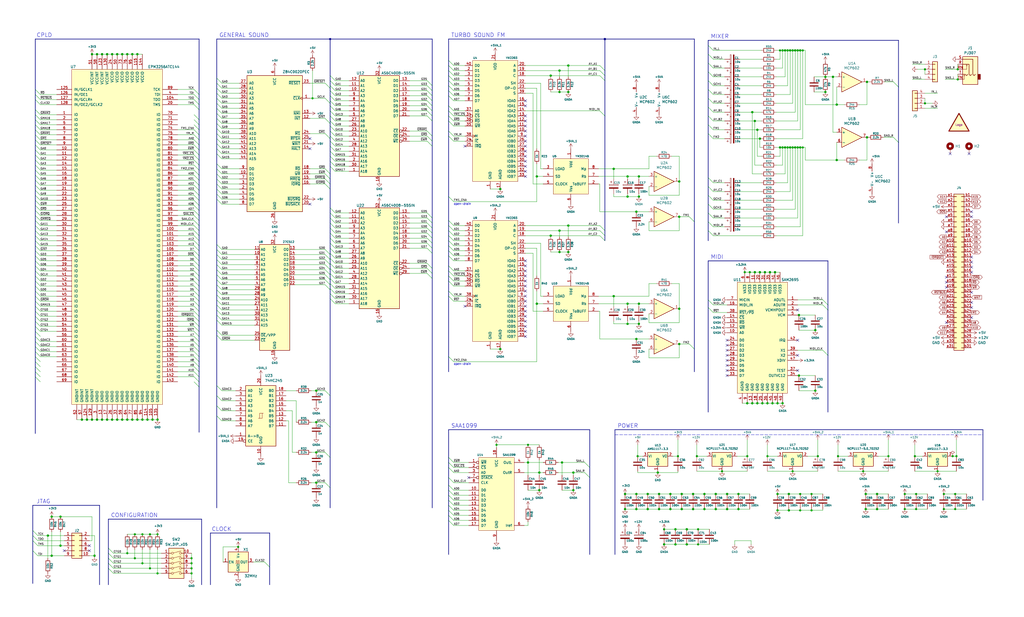
<source format=kicad_sch>
(kicad_sch (version 20211123) (generator eeschema)
  (paper "User" 516.001 310.998)
  (title_block (title "ZX-SIZIF-512-EXT") (date "2021-10-17") (rev "A2") (company "Eugene Lozovoy"))
  (lib_symbols
    (symbol "74xx:74HC245" (pin_names (offset 1.016))
      (property "Reference" "U" (at -7.62 16.51 0))
      (property "Value" "74HC245" (at -7.62 -16.51 0))
      (symbol "74HC245_1_0"
        (pin input line (at -12.7 -10.16 0) (length 5.08) (name "A->B") (number "1"))
        (pin power_in line (at 0 -20.32 90) (length 5.08) (name "GND") (number "10"))
        (pin tri_state line (at 12.7 -5.08 180) (length 5.08) (name "B7") (number "11"))
        (pin tri_state line (at 12.7 -2.54 180) (length 5.08) (name "B6") (number "12"))
        (pin tri_state line (at 12.7 0 180) (length 5.08) (name "B5") (number "13"))
        (pin tri_state line (at 12.7 2.54 180) (length 5.08) (name "B4") (number "14"))
        (pin tri_state line (at 12.7 5.08 180) (length 5.08) (name "B3") (number "15"))
        (pin tri_state line (at 12.7 7.62 180) (length 5.08) (name "B2") (number "16"))
        (pin tri_state line (at 12.7 10.16 180) (length 5.08) (name "B1") (number "17"))
        (pin tri_state line (at 12.7 12.7 180) (length 5.08) (name "B0") (number "18"))
        (pin input inverted (at -12.7 -12.7 0) (length 5.08) (name "CE") (number "19"))
        (pin tri_state line (at -12.7 12.7 0) (length 5.08) (name "A0") (number "2"))
        (pin power_in line (at 0 20.32 270) (length 5.08) (name "VCC") (number "20"))
        (pin tri_state line (at -12.7 10.16 0) (length 5.08) (name "A1") (number "3"))
        (pin tri_state line (at -12.7 7.62 0) (length 5.08) (name "A2") (number "4"))
        (pin tri_state line (at -12.7 5.08 0) (length 5.08) (name "A3") (number "5"))
        (pin tri_state line (at -12.7 2.54 0) (length 5.08) (name "A4") (number "6"))
        (pin tri_state line (at -12.7 0 0) (length 5.08) (name "A5") (number "7"))
        (pin tri_state line (at -12.7 -2.54 0) (length 5.08) (name "A6") (number "8"))
        (pin tri_state line (at -12.7 -5.08 0) (length 5.08) (name "A7") (number "9"))
      )
    )
    (symbol "Amplifier_Operational:MCP602" (pin_names (offset 0.127))
      (property "Reference" "U" (at 0 5.08 0))
      (property "Value" "MCP602" (at 0 -5.08 0))
      (symbol "MCP602_1_1"
        (pin output line (at 7.62 0 180) (length 2.54) (name "~") (number "1"))
        (pin input line (at -7.62 -2.54 0) (length 2.54) (name "-") (number "2"))
        (pin input line (at -7.62 2.54 0) (length 2.54) (name "+") (number "3"))
      )
      (symbol "MCP602_2_1"
        (pin input line (at -7.62 2.54 0) (length 2.54) (name "+") (number "5"))
        (pin input line (at -7.62 -2.54 0) (length 2.54) (name "-") (number "6"))
        (pin output line (at 7.62 0 180) (length 2.54) (name "~") (number "7"))
      )
      (symbol "MCP602_3_1"
        (pin power_in line (at -2.54 -7.62 90) (length 3.81) (name "V-") (number "4"))
        (pin power_in line (at -2.54 7.62 270) (length 3.81) (name "V+") (number "8"))
      )
    )
    (symbol "Connector:AudioJack3_SwitchTR"
      (property "Reference" "J" (at 0 8.89 0))
      (property "Value" "AudioJack3_SwitchTR" (at 0 6.35 0))
      (symbol "AudioJack3_SwitchTR_1_1"
        (pin passive line (at 5.08 0 180) (length 2.54) (name "~") (number "R"))
        (pin passive line (at 5.08 -2.54 180) (length 2.54) (name "~") (number "RN"))
        (pin passive line (at 5.08 2.54 180) (length 2.54) (name "~") (number "S"))
        (pin passive line (at 5.08 -5.08 180) (length 2.54) (name "~") (number "T"))
        (pin passive line (at 5.08 -7.62 180) (length 2.54) (name "~") (number "TN"))
      )
    )
    (symbol "Connector_Generic:Conn_01x04" (pin_names (offset 1.016) hide)
      (property "Reference" "J" (at 0 5.08 0))
      (property "Value" "Conn_01x04" (at 0 -7.62 0))
      (symbol "Conn_01x04_1_1"
        (pin passive line (at -5.08 2.54 0) (length 3.81) (name "Pin_1") (number "1"))
        (pin passive line (at -5.08 0 0) (length 3.81) (name "Pin_2") (number "2"))
        (pin passive line (at -5.08 -2.54 0) (length 3.81) (name "Pin_3") (number "3"))
        (pin passive line (at -5.08 -5.08 0) (length 3.81) (name "Pin_4") (number "4"))
      )
    )
    (symbol "Connector_Generic:Conn_02x05_Odd_Even" (pin_names (offset 1.016) hide)
      (property "Reference" "J" (at 1.27 7.62 0))
      (property "Value" "Conn_02x05_Odd_Even" (at 1.27 -7.62 0))
      (symbol "Conn_02x05_Odd_Even_1_1"
        (pin passive line (at -5.08 5.08 0) (length 3.81) (name "Pin_1") (number "1"))
        (pin passive line (at 7.62 -5.08 180) (length 3.81) (name "Pin_10") (number "10"))
        (pin passive line (at 7.62 5.08 180) (length 3.81) (name "Pin_2") (number "2"))
        (pin passive line (at -5.08 2.54 0) (length 3.81) (name "Pin_3") (number "3"))
        (pin passive line (at 7.62 2.54 180) (length 3.81) (name "Pin_4") (number "4"))
        (pin passive line (at -5.08 0 0) (length 3.81) (name "Pin_5") (number "5"))
        (pin passive line (at 7.62 0 180) (length 3.81) (name "Pin_6") (number "6"))
        (pin passive line (at -5.08 -2.54 0) (length 3.81) (name "Pin_7") (number "7"))
        (pin passive line (at 7.62 -2.54 180) (length 3.81) (name "Pin_8") (number "8"))
        (pin passive line (at -5.08 -5.08 0) (length 3.81) (name "Pin_9") (number "9"))
      )
    )
    (symbol "Connector_Generic:Conn_02x31_Row_Letter_First" (pin_names (offset 1.016) hide)
      (property "Reference" "J" (at 1.27 40.64 0))
      (property "Value" "Conn_02x31_Row_Letter_First" (at 1.27 -40.64 0))
      (symbol "Conn_02x31_Row_Letter_First_1_1"
        (pin passive line (at -5.08 38.1 0) (length 3.81) (name "Pin_a1") (number "a1"))
        (pin passive line (at -5.08 15.24 0) (length 3.81) (name "Pin_a10") (number "a10"))
        (pin passive line (at -5.08 12.7 0) (length 3.81) (name "Pin_a11") (number "a11"))
        (pin passive line (at -5.08 10.16 0) (length 3.81) (name "Pin_a12") (number "a12"))
        (pin passive line (at -5.08 7.62 0) (length 3.81) (name "Pin_a13") (number "a13"))
        (pin passive line (at -5.08 5.08 0) (length 3.81) (name "Pin_a14") (number "a14"))
        (pin passive line (at -5.08 2.54 0) (length 3.81) (name "Pin_a15") (number "a15"))
        (pin passive line (at -5.08 0 0) (length 3.81) (name "Pin_a16") (number "a16"))
        (pin passive line (at -5.08 -2.54 0) (length 3.81) (name "Pin_a17") (number "a17"))
        (pin passive line (at -5.08 -5.08 0) (length 3.81) (name "Pin_a18") (number "a18"))
        (pin passive line (at -5.08 -7.62 0) (length 3.81) (name "Pin_a19") (number "a19"))
        (pin passive line (at -5.08 35.56 0) (length 3.81) (name "Pin_a2") (number "a2"))
        (pin passive line (at -5.08 -10.16 0) (length 3.81) (name "Pin_a20") (number "a20"))
        (pin passive line (at -5.08 -12.7 0) (length 3.81) (name "Pin_a21") (number "a21"))
        (pin passive line (at -5.08 -15.24 0) (length 3.81) (name "Pin_a22") (number "a22"))
        (pin passive line (at -5.08 -17.78 0) (length 3.81) (name "Pin_a23") (number "a23"))
        (pin passive line (at -5.08 -20.32 0) (length 3.81) (name "Pin_a24") (number "a24"))
        (pin passive line (at -5.08 -22.86 0) (length 3.81) (name "Pin_a25") (number "a25"))
        (pin passive line (at -5.08 -25.4 0) (length 3.81) (name "Pin_a26") (number "a26"))
        (pin passive line (at -5.08 -27.94 0) (length 3.81) (name "Pin_a27") (number "a27"))
        (pin passive line (at -5.08 -30.48 0) (length 3.81) (name "Pin_a28") (number "a28"))
        (pin passive line (at -5.08 -33.02 0) (length 3.81) (name "Pin_a29") (number "a29"))
        (pin passive line (at -5.08 33.02 0) (length 3.81) (name "Pin_a3") (number "a3"))
        (pin passive line (at -5.08 -35.56 0) (length 3.81) (name "Pin_a30") (number "a30"))
        (pin passive line (at -5.08 -38.1 0) (length 3.81) (name "Pin_a31") (number "a31"))
        (pin passive line (at -5.08 30.48 0) (length 3.81) (name "Pin_a4") (number "a4"))
        (pin passive line (at -5.08 27.94 0) (length 3.81) (name "Pin_a5") (number "a5"))
        (pin passive line (at -5.08 25.4 0) (length 3.81) (name "Pin_a6") (number "a6"))
        (pin passive line (at -5.08 22.86 0) (length 3.81) (name "Pin_a7") (number "a7"))
        (pin passive line (at -5.08 20.32 0) (length 3.81) (name "Pin_a8") (number "a8"))
        (pin passive line (at -5.08 17.78 0) (length 3.81) (name "Pin_a9") (number "a9"))
        (pin passive line (at 7.62 38.1 180) (length 3.81) (name "Pin_b1") (number "b1"))
        (pin passive line (at 7.62 15.24 180) (length 3.81) (name "Pin_b10") (number "b10"))
        (pin passive line (at 7.62 12.7 180) (length 3.81) (name "Pin_b11") (number "b11"))
        (pin passive line (at 7.62 10.16 180) (length 3.81) (name "Pin_b12") (number "b12"))
        (pin passive line (at 7.62 7.62 180) (length 3.81) (name "Pin_b13") (number "b13"))
        (pin passive line (at 7.62 5.08 180) (length 3.81) (name "Pin_b14") (number "b14"))
        (pin passive line (at 7.62 2.54 180) (length 3.81) (name "Pin_b15") (number "b15"))
        (pin passive line (at 7.62 0 180) (length 3.81) (name "Pin_b16") (number "b16"))
        (pin passive line (at 7.62 -2.54 180) (length 3.81) (name "Pin_b17") (number "b17"))
        (pin passive line (at 7.62 -5.08 180) (length 3.81) (name "Pin_b18") (number "b18"))
        (pin passive line (at 7.62 -7.62 180) (length 3.81) (name "Pin_b19") (number "b19"))
        (pin passive line (at 7.62 35.56 180) (length 3.81) (name "Pin_b2") (number "b2"))
        (pin passive line (at 7.62 -10.16 180) (length 3.81) (name "Pin_b20") (number "b20"))
        (pin passive line (at 7.62 -12.7 180) (length 3.81) (name "Pin_b21") (number "b21"))
        (pin passive line (at 7.62 -15.24 180) (length 3.81) (name "Pin_b22") (number "b22"))
        (pin passive line (at 7.62 -17.78 180) (length 3.81) (name "Pin_b23") (number "b23"))
        (pin passive line (at 7.62 -20.32 180) (length 3.81) (name "Pin_b24") (number "b24"))
        (pin passive line (at 7.62 -22.86 180) (length 3.81) (name "Pin_b25") (number "b25"))
        (pin passive line (at 7.62 -25.4 180) (length 3.81) (name "Pin_b26") (number "b26"))
        (pin passive line (at 7.62 -27.94 180) (length 3.81) (name "Pin_b27") (number "b27"))
        (pin passive line (at 7.62 -30.48 180) (length 3.81) (name "Pin_b28") (number "b28"))
        (pin passive line (at 7.62 -33.02 180) (length 3.81) (name "Pin_b29") (number "b29"))
        (pin passive line (at 7.62 33.02 180) (length 3.81) (name "Pin_b3") (number "b3"))
        (pin passive line (at 7.62 -35.56 180) (length 3.81) (name "Pin_b30") (number "b30"))
        (pin passive line (at 7.62 -38.1 180) (length 3.81) (name "Pin_b31") (number "b31"))
        (pin passive line (at 7.62 30.48 180) (length 3.81) (name "Pin_b4") (number "b4"))
        (pin passive line (at 7.62 27.94 180) (length 3.81) (name "Pin_b5") (number "b5"))
        (pin passive line (at 7.62 25.4 180) (length 3.81) (name "Pin_b6") (number "b6"))
        (pin passive line (at 7.62 22.86 180) (length 3.81) (name "Pin_b7") (number "b7"))
        (pin passive line (at 7.62 20.32 180) (length 3.81) (name "Pin_b8") (number "b8"))
        (pin passive line (at 7.62 17.78 180) (length 3.81) (name "Pin_b9") (number "b9"))
      )
    )
    (symbol "Device:C" (pin_numbers hide) (pin_names (offset 0.254))
      (property "Reference" "C" (at 0.635 2.54 0))
      (property "Value" "C" (at 0.635 -2.54 0))
      (symbol "C_1_1"
        (pin passive line (at 0 3.81 270) (length 2.794) (name "~") (number "1"))
        (pin passive line (at 0 -3.81 90) (length 2.794) (name "~") (number "2"))
      )
    )
    (symbol "Device:CP" (pin_numbers hide) (pin_names (offset 0.254))
      (property "Reference" "C" (at 0.635 2.54 0))
      (property "Value" "CP" (at 0.635 -2.54 0))
      (symbol "CP_1_1"
        (pin passive line (at 0 3.81 270) (length 2.794) (name "~") (number "1"))
        (pin passive line (at 0 -3.81 90) (length 2.794) (name "~") (number "2"))
      )
    )
    (symbol "Device:R" (pin_numbers hide) (pin_names (offset 0))
      (property "Reference" "R" (at 2.032 0 90))
      (property "Value" "R" (at 0 0 90))
      (symbol "R_1_1"
        (pin passive line (at 0 3.81 270) (length 1.27) (name "~") (number "1"))
        (pin passive line (at 0 -3.81 90) (length 1.27) (name "~") (number "2"))
      )
    )
    (symbol "Mechanical:MountingHole_Pad" (pin_numbers hide) (pin_names (offset 1.016) hide)
      (property "Reference" "H" (at 0 6.35 0))
      (property "Value" "MountingHole_Pad" (at 0 4.445 0))
      (symbol "MountingHole_Pad_1_1"
        (pin input line (at 0 -2.54 90) (length 2.54) (name "1") (number "1"))
      )
    )
    (symbol "Memory_EPROM:27C512PLCC"
      (property "Reference" "U" (at -7.62 26.67 0))
      (property "Value" "27C512PLCC" (at 2.54 -29.21 0))
      (symbol "27C512PLCC_1_1"
        (pin no_connect line (at 7.62 -17.78 180) (length 2.54) hide (name "NC") (number "1"))
        (pin input line (at -10.16 20.32 0) (length 2.54) (name "A1") (number "10"))
        (pin input line (at -10.16 22.86 0) (length 2.54) (name "A0") (number "11"))
        (pin no_connect line (at 7.62 -22.86 180) (length 2.54) hide (name "NC") (number "12"))
        (pin tri_state line (at 10.16 22.86 180) (length 2.54) (name "O0") (number "13"))
        (pin tri_state line (at 10.16 20.32 180) (length 2.54) (name "O1") (number "14"))
        (pin tri_state line (at 10.16 17.78 180) (length 2.54) (name "O2") (number "15"))
        (pin power_in line (at 0 -30.48 90) (length 2.54) (name "GND") (number "16"))
        (pin no_connect line (at 7.62 -20.32 180) (length 2.54) hide (name "NC") (number "17"))
        (pin tri_state line (at 10.16 15.24 180) (length 2.54) (name "O3") (number "18"))
        (pin tri_state line (at 10.16 12.7 180) (length 2.54) (name "O4") (number "19"))
        (pin input line (at -10.16 -15.24 0) (length 2.54) (name "A15") (number "2"))
        (pin tri_state line (at 10.16 10.16 180) (length 2.54) (name "O5") (number "20"))
        (pin tri_state line (at 10.16 7.62 180) (length 2.54) (name "O6") (number "21"))
        (pin tri_state line (at 10.16 5.08 180) (length 2.54) (name "O7") (number "22"))
        (pin input line (at -10.16 -22.86 0) (length 2.54) (name "~{CE}") (number "23"))
        (pin input line (at -10.16 -2.54 0) (length 2.54) (name "A10") (number "24"))
        (pin input line (at -10.16 -20.32 0) (length 2.54) (name "~{OE}/VPP") (number "25"))
        (pin no_connect line (at 7.62 -25.4 180) (length 2.54) hide (name "NC") (number "26"))
        (pin input line (at -10.16 -5.08 0) (length 2.54) (name "A11") (number "27"))
        (pin input line (at -10.16 0 0) (length 2.54) (name "A9") (number "28"))
        (pin input line (at -10.16 2.54 0) (length 2.54) (name "A8") (number "29"))
        (pin input line (at -10.16 -7.62 0) (length 2.54) (name "A12") (number "3"))
        (pin input line (at -10.16 -10.16 0) (length 2.54) (name "A13") (number "30"))
        (pin input line (at -10.16 -12.7 0) (length 2.54) (name "A14") (number "31"))
        (pin power_in line (at 0 27.94 270) (length 2.54) (name "VCC") (number "32"))
        (pin input line (at -10.16 5.08 0) (length 2.54) (name "A7") (number "4"))
        (pin input line (at -10.16 7.62 0) (length 2.54) (name "A6") (number "5"))
        (pin input line (at -10.16 10.16 0) (length 2.54) (name "A5") (number "6"))
        (pin input line (at -10.16 12.7 0) (length 2.54) (name "A4") (number "7"))
        (pin input line (at -10.16 15.24 0) (length 2.54) (name "A3") (number "8"))
        (pin input line (at -10.16 17.78 0) (length 2.54) (name "A2") (number "9"))
      )
    )
    (symbol "Oscillator:XO91" (pin_names (offset 0.254))
      (property "Reference" "X" (at -5.08 6.35 0))
      (property "Value" "XO91" (at 1.27 -6.35 0))
      (symbol "XO91_1_1"
        (pin input line (at -7.62 0 0) (length 2.54) (name "EN") (number "1"))
        (pin power_in line (at 0 -7.62 90) (length 2.54) (name "GND") (number "2"))
        (pin output line (at 7.62 0 180) (length 2.54) (name "OUT") (number "3"))
        (pin power_in line (at 0 7.62 270) (length 2.54) (name "V+") (number "4"))
      )
    )
    (symbol "Regulator_Linear:AMS1117-3.3" (pin_names (offset 0.254))
      (property "Reference" "U" (at -3.81 3.175 0))
      (property "Value" "AMS1117-3.3" (at 0 3.175 0))
      (symbol "AMS1117-3.3_1_1"
        (pin power_in line (at 0 -7.62 90) (length 2.54) (name "GND") (number "1"))
        (pin power_out line (at 7.62 0 180) (length 2.54) (name "VO") (number "2"))
        (pin power_in line (at -7.62 0 0) (length 2.54) (name "VI") (number "3"))
      )
    )
    (symbol "Regulator_Linear:NCP1117-5.0_TO252" (pin_names (offset 0.254))
      (property "Reference" "U" (at -3.81 3.175 0))
      (property "Value" "NCP1117-5.0_TO252" (at 0 3.175 0))
      (symbol "NCP1117-5.0_TO252_1_1"
        (pin power_in line (at 0 -7.62 90) (length 2.54) (name "GND") (number "1"))
        (pin power_out line (at 7.62 0 180) (length 2.54) (name "VO") (number "2"))
        (pin power_in line (at -7.62 0 0) (length 2.54) (name "VI") (number "3"))
      )
    )
    (symbol "Switch:SW_DIP_x05" (pin_names (offset 0) hide)
      (property "Reference" "SW" (at 0 8.89 0))
      (property "Value" "SW_DIP_x05" (at 0 -8.89 0))
      (symbol "SW_DIP_x05_1_1"
        (pin passive line (at -7.62 5.08 0) (length 5.08) (name "~") (number "1"))
        (pin passive line (at 7.62 5.08 180) (length 5.08) (name "~") (number "10"))
        (pin passive line (at -7.62 2.54 0) (length 5.08) (name "~") (number "2"))
        (pin passive line (at -7.62 0 0) (length 5.08) (name "~") (number "3"))
        (pin passive line (at -7.62 -2.54 0) (length 5.08) (name "~") (number "4"))
        (pin passive line (at -7.62 -5.08 0) (length 5.08) (name "~") (number "5"))
        (pin passive line (at 7.62 -5.08 180) (length 5.08) (name "~") (number "6"))
        (pin passive line (at 7.62 -2.54 180) (length 5.08) (name "~") (number "7"))
        (pin passive line (at 7.62 0 180) (length 5.08) (name "~") (number "8"))
        (pin passive line (at 7.62 2.54 180) (length 5.08) (name "~") (number "9"))
      )
    )
    (symbol "my:AS6C4008"
      (property "Reference" "U" (at -10.16 26.035 0))
      (property "Value" "AS6C4008" (at 2.54 26.035 0))
      (symbol "AS6C4008_0_0"
        (pin power_in line (at 0 -27.94 90) (length 2.54) (name "GND") (number "16"))
        (pin power_in line (at 0 27.94 270) (length 2.54) (name "VCC") (number "32"))
      )
      (symbol "AS6C4008_1_1"
        (pin input line (at -15.24 -22.86 0) (length 5.08) (name "A18") (number "1"))
        (pin input line (at -15.24 17.78 0) (length 5.08) (name "A2") (number "10"))
        (pin input line (at -15.24 20.32 0) (length 5.08) (name "A1") (number "11"))
        (pin input line (at -15.24 22.86 0) (length 5.08) (name "A0") (number "12"))
        (pin tri_state line (at 15.24 22.86 180) (length 5.08) (name "D0") (number "13"))
        (pin tri_state line (at 15.24 20.32 180) (length 5.08) (name "D1") (number "14"))
        (pin tri_state line (at 15.24 17.78 180) (length 5.08) (name "D2") (number "15"))
        (pin tri_state line (at 15.24 15.24 180) (length 5.08) (name "D3") (number "17"))
        (pin tri_state line (at 15.24 12.7 180) (length 5.08) (name "D4") (number "18"))
        (pin tri_state line (at 15.24 10.16 180) (length 5.08) (name "D5") (number "19"))
        (pin input line (at -15.24 -17.78 0) (length 5.08) (name "A16") (number "2"))
        (pin tri_state line (at 15.24 7.62 180) (length 5.08) (name "D6") (number "20"))
        (pin tri_state line (at 15.24 5.08 180) (length 5.08) (name "D7") (number "21"))
        (pin input inverted (at 15.24 -2.54 180) (length 5.08) (name "~{CE}") (number "22"))
        (pin input line (at -15.24 -2.54 0) (length 5.08) (name "A10") (number "23"))
        (pin input inverted (at 15.24 -5.08 180) (length 5.08) (name "~{OE}") (number "24"))
        (pin input line (at -15.24 -5.08 0) (length 5.08) (name "A11") (number "25"))
        (pin input line (at -15.24 0 0) (length 5.08) (name "A9") (number "26"))
        (pin input line (at -15.24 2.54 0) (length 5.08) (name "A8") (number "27"))
        (pin input line (at -15.24 -10.16 0) (length 5.08) (name "A13") (number "28"))
        (pin input inverted (at 15.24 -7.62 180) (length 5.08) (name "~{WE}") (number "29"))
        (pin input line (at -15.24 -12.7 0) (length 5.08) (name "A14") (number "3"))
        (pin input line (at -15.24 -20.32 0) (length 5.08) (name "A17") (number "30"))
        (pin input line (at -15.24 -15.24 0) (length 5.08) (name "A15") (number "31"))
        (pin input line (at -15.24 -7.62 0) (length 5.08) (name "A12") (number "4"))
        (pin input line (at -15.24 5.08 0) (length 5.08) (name "A7") (number "5"))
        (pin input line (at -15.24 7.62 0) (length 5.08) (name "A6") (number "6"))
        (pin input line (at -15.24 10.16 0) (length 5.08) (name "A5") (number "7"))
        (pin input line (at -15.24 12.7 0) (length 5.08) (name "A4") (number "8"))
        (pin input line (at -15.24 15.24 0) (length 5.08) (name "A3") (number "9"))
      )
    )
    (symbol "my:EPM3256ATC144" (pin_names (offset 1.016))
      (property "Reference" "U" (at 0 -3.81 0))
      (property "Value" "EPM3256ATC144" (at 0 1.27 0))
      (symbol "EPM3256ATC144_1_1"
        (pin bidirectional line (at -30.48 63.5 0) (length 7.62) (name "IO") (number "1"))
        (pin bidirectional line (at -30.48 45.72 0) (length 7.62) (name "IO") (number "10"))
        (pin bidirectional line (at 30.48 5.08 180) (length 7.62) (name "IO") (number "100"))
        (pin bidirectional line (at 30.48 2.54 180) (length 7.62) (name "IO") (number "101"))
        (pin bidirectional line (at 30.48 0 180) (length 7.62) (name "IO") (number "102"))
        (pin bidirectional line (at 30.48 -2.54 180) (length 7.62) (name "IO") (number "103"))
        (pin bidirectional line (at 30.48 71.12 180) (length 7.62) (name "TDO") (number "104"))
        (pin power_in line (at 17.78 -90.17 90) (length 7.62) (name "GNDIO") (number "105"))
        (pin bidirectional line (at 30.48 -5.08 180) (length 7.62) (name "IO") (number "106"))
        (pin bidirectional line (at 30.48 -7.62 180) (length 7.62) (name "IO") (number "107"))
        (pin bidirectional line (at 30.48 -10.16 180) (length 7.62) (name "IO") (number "108"))
        (pin bidirectional line (at 30.48 -12.7 180) (length 7.62) (name "IO") (number "109"))
        (pin bidirectional line (at -30.48 43.18 0) (length 7.62) (name "IO") (number "11"))
        (pin bidirectional line (at 30.48 -15.24 180) (length 7.62) (name "IO") (number "110"))
        (pin bidirectional line (at 30.48 -17.78 180) (length 7.62) (name "IO") (number "111"))
        (pin bidirectional line (at 30.48 -20.32 180) (length 7.62) (name "IO") (number "112"))
        (pin bidirectional line (at 30.48 -22.86 180) (length 7.62) (name "IO") (number "113"))
        (pin power_in line (at 15.24 -90.17 90) (length 7.62) (name "GNDIO") (number "114"))
        (pin power_in line (at 10.16 93.98 270) (length 7.62) (name "VCCIO") (number "115"))
        (pin bidirectional line (at 30.48 -25.4 180) (length 7.62) (name "IO") (number "116"))
        (pin bidirectional line (at 30.48 -27.94 180) (length 7.62) (name "IO") (number "117"))
        (pin bidirectional line (at 30.48 -30.48 180) (length 7.62) (name "IO") (number "118"))
        (pin bidirectional line (at 30.48 -33.02 180) (length 7.62) (name "IO") (number "119"))
        (pin bidirectional line (at -30.48 40.64 0) (length 7.62) (name "IO") (number "12"))
        (pin bidirectional line (at 30.48 -35.56 180) (length 7.62) (name "IO") (number "120"))
        (pin bidirectional line (at 30.48 -38.1 180) (length 7.62) (name "IO") (number "121"))
        (pin bidirectional line (at 30.48 -40.64 180) (length 7.62) (name "IO") (number "122"))
        (pin power_in line (at -7.62 93.98 270) (length 7.62) (name "VCCINT") (number "123"))
        (pin power_in line (at -15.24 -90.17 90) (length 7.62) (name "GNDINT") (number "124"))
        (pin input line (at -30.48 76.2 0) (length 7.62) (name "IN/GCLK1") (number "125"))
        (pin input line (at -30.48 73.66 0) (length 7.62) (name "IN/OE1") (number "126"))
        (pin input line (at -30.48 71.12 0) (length 7.62) (name "IN/GCLRn") (number "127"))
        (pin input line (at -30.48 68.58 0) (length 7.62) (name "IN/OE2/GCLK2") (number "128"))
        (pin power_in line (at -12.7 -90.17 90) (length 7.62) (name "GNDINT") (number "129"))
        (pin power_in line (at -7.62 -90.17 90) (length 7.62) (name "GNDIO") (number "13"))
        (pin power_in line (at -5.08 93.98 270) (length 7.62) (name "VCCINT") (number "130"))
        (pin bidirectional line (at 30.48 -43.18 180) (length 7.62) (name "IO") (number "131"))
        (pin bidirectional line (at 30.48 -45.72 180) (length 7.62) (name "IO") (number "132"))
        (pin bidirectional line (at 30.48 -48.26 180) (length 7.62) (name "IO") (number "133"))
        (pin bidirectional line (at 30.48 -50.8 180) (length 7.62) (name "IO") (number "134"))
        (pin power_in line (at 20.32 -90.17 90) (length 7.62) (name "GNDIO") (number "135"))
        (pin bidirectional line (at 30.48 -53.34 180) (length 7.62) (name "IO") (number "136"))
        (pin bidirectional line (at 30.48 -55.88 180) (length 7.62) (name "IO") (number "137"))
        (pin bidirectional line (at 30.48 -58.42 180) (length 7.62) (name "IO") (number "138"))
        (pin bidirectional line (at 30.48 -60.96 180) (length 7.62) (name "IO") (number "139"))
        (pin bidirectional line (at -30.48 38.1 0) (length 7.62) (name "IO") (number "14"))
        (pin bidirectional line (at 30.48 -63.5 180) (length 7.62) (name "IO") (number "140"))
        (pin bidirectional line (at 30.48 -66.04 180) (length 7.62) (name "IO") (number "141"))
        (pin bidirectional line (at 30.48 -68.58 180) (length 7.62) (name "IO") (number "142"))
        (pin bidirectional line (at 30.48 -71.12 180) (length 7.62) (name "IO") (number "143"))
        (pin power_in line (at 12.7 93.98 270) (length 7.62) (name "VCCIO") (number "144"))
        (pin bidirectional line (at -30.48 35.56 0) (length 7.62) (name "IO") (number "15"))
        (pin bidirectional line (at -30.48 33.02 0) (length 7.62) (name "IO") (number "16"))
        (pin power_in line (at -5.08 -90.17 90) (length 7.62) (name "GNDIO") (number "17"))
        (pin bidirectional line (at -30.48 30.48 0) (length 7.62) (name "IO") (number "18"))
        (pin bidirectional line (at -30.48 27.94 0) (length 7.62) (name "IO") (number "19"))
        (pin bidirectional line (at -30.48 60.96 0) (length 7.62) (name "IO") (number "2"))
        (pin input line (at 30.48 68.58 180) (length 7.62) (name "TMS") (number "20"))
        (pin bidirectional line (at -30.48 25.4 0) (length 7.62) (name "IO") (number "21"))
        (pin bidirectional line (at -30.48 22.86 0) (length 7.62) (name "IO") (number "22"))
        (pin bidirectional line (at -30.48 20.32 0) (length 7.62) (name "IO") (number "23"))
        (pin power_in line (at -2.54 93.98 270) (length 7.62) (name "VCCIO") (number "24"))
        (pin bidirectional line (at -30.48 17.78 0) (length 7.62) (name "IO") (number "25"))
        (pin power_in line (at -2.54 -90.17 90) (length 7.62) (name "GNDIO") (number "26"))
        (pin bidirectional line (at -30.48 15.24 0) (length 7.62) (name "IO") (number "27"))
        (pin bidirectional line (at -30.48 12.7 0) (length 7.62) (name "IO") (number "28"))
        (pin bidirectional line (at -30.48 10.16 0) (length 7.62) (name "IO") (number "29"))
        (pin power_in line (at -10.16 -90.17 90) (length 7.62) (name "GNDIO") (number "3"))
        (pin bidirectional line (at -30.48 7.62 0) (length 7.62) (name "IO") (number "30"))
        (pin bidirectional line (at -30.48 5.08 0) (length 7.62) (name "IO") (number "31"))
        (pin bidirectional line (at -30.48 2.54 0) (length 7.62) (name "IO") (number "32"))
        (pin power_in line (at 0 -90.17 90) (length 7.62) (name "GNDIO") (number "33"))
        (pin bidirectional line (at -30.48 0 0) (length 7.62) (name "IO") (number "34"))
        (pin bidirectional line (at -30.48 -2.54 0) (length 7.62) (name "IO") (number "35"))
        (pin bidirectional line (at -30.48 -5.08 0) (length 7.62) (name "IO") (number "36"))
        (pin bidirectional line (at -30.48 -7.62 0) (length 7.62) (name "IO") (number "37"))
        (pin bidirectional line (at -30.48 -10.16 0) (length 7.62) (name "IO") (number "38"))
        (pin bidirectional line (at -30.48 -12.7 0) (length 7.62) (name "IO") (number "39"))
        (pin input line (at 30.48 73.66 180) (length 7.62) (name "TDI") (number "4"))
        (pin bidirectional line (at -30.48 -15.24 0) (length 7.62) (name "IO") (number "40"))
        (pin bidirectional line (at -30.48 -17.78 0) (length 7.62) (name "IO") (number "41"))
        (pin bidirectional line (at -30.48 -20.32 0) (length 7.62) (name "IO") (number "42"))
        (pin bidirectional line (at -30.48 -22.86 0) (length 7.62) (name "IO") (number "43"))
        (pin bidirectional line (at -30.48 -25.4 0) (length 7.62) (name "IO") (number "44"))
        (pin bidirectional line (at -30.48 -27.94 0) (length 7.62) (name "IO") (number "45"))
        (pin bidirectional line (at -30.48 -30.48 0) (length 7.62) (name "IO") (number "46"))
        (pin bidirectional line (at -30.48 -33.02 0) (length 7.62) (name "IO") (number "47"))
        (pin bidirectional line (at -30.48 -35.56 0) (length 7.62) (name "IO") (number "48"))
        (pin bidirectional line (at -30.48 -38.1 0) (length 7.62) (name "IO") (number "49"))
        (pin bidirectional line (at -30.48 58.42 0) (length 7.62) (name "IO") (number "5"))
        (pin power_in line (at 0 93.98 270) (length 7.62) (name "VCCIO") (number "50"))
        (pin power_in line (at -12.7 93.98 270) (length 7.62) (name "VCCINT") (number "51"))
        (pin power_in line (at -20.32 -90.17 90) (length 7.62) (name "GNDINT") (number "52"))
        (pin bidirectional line (at -30.48 -40.64 0) (length 7.62) (name "IO") (number "53"))
        (pin bidirectional line (at -30.48 -43.18 0) (length 7.62) (name "IO") (number "54"))
        (pin bidirectional line (at -30.48 -45.72 0) (length 7.62) (name "IO") (number "55"))
        (pin bidirectional line (at -30.48 -48.26 0) (length 7.62) (name "IO") (number "56"))
        (pin power_in line (at -17.78 -90.17 90) (length 7.62) (name "GNDINT") (number "57"))
        (pin power_in line (at -10.16 93.98 270) (length 7.62) (name "VCCINT") (number "58"))
        (pin power_in line (at 2.54 -90.17 90) (length 7.62) (name "GNDIO") (number "59"))
        (pin bidirectional line (at -30.48 55.88 0) (length 7.62) (name "IO") (number "6"))
        (pin bidirectional line (at -30.48 -50.8 0) (length 7.62) (name "IO") (number "60"))
        (pin bidirectional line (at -30.48 -53.34 0) (length 7.62) (name "IO") (number "61"))
        (pin bidirectional line (at -30.48 -55.88 0) (length 7.62) (name "IO") (number "62"))
        (pin bidirectional line (at -30.48 -58.42 0) (length 7.62) (name "IO") (number "63"))
        (pin power_in line (at 5.08 -90.17 90) (length 7.62) (name "GNDIO") (number "64"))
        (pin bidirectional line (at -30.48 -60.96 0) (length 7.62) (name "IO") (number "65"))
        (pin bidirectional line (at -30.48 -63.5 0) (length 7.62) (name "IO") (number "66"))
        (pin bidirectional line (at -30.48 -66.04 0) (length 7.62) (name "IO") (number "67"))
        (pin bidirectional line (at -30.48 -68.58 0) (length 7.62) (name "IO") (number "68"))
        (pin bidirectional line (at -30.48 -71.12 0) (length 7.62) (name "IO") (number "69"))
        (pin bidirectional line (at -30.48 53.34 0) (length 7.62) (name "IO") (number "7"))
        (pin bidirectional line (at 30.48 63.5 180) (length 7.62) (name "IO") (number "70"))
        (pin bidirectional line (at 30.48 60.96 180) (length 7.62) (name "IO") (number "71"))
        (pin bidirectional line (at 30.48 58.42 180) (length 7.62) (name "IO") (number "72"))
        (pin power_in line (at 2.54 93.98 270) (length 7.62) (name "VCCIO") (number "73"))
        (pin bidirectional line (at 30.48 55.88 180) (length 7.62) (name "IO") (number "74"))
        (pin bidirectional line (at 30.48 53.34 180) (length 7.62) (name "IO") (number "75"))
        (pin power_in line (at 5.08 93.98 270) (length 7.62) (name "VCCIO") (number "76"))
        (pin power_in line (at 7.62 -90.17 90) (length 7.62) (name "GNDIO") (number "77"))
        (pin bidirectional line (at 30.48 50.8 180) (length 7.62) (name "IO") (number "78"))
        (pin bidirectional line (at 30.48 48.26 180) (length 7.62) (name "IO") (number "79"))
        (pin bidirectional line (at -30.48 50.8 0) (length 7.62) (name "IO") (number "8"))
        (pin bidirectional line (at 30.48 45.72 180) (length 7.62) (name "IO") (number "80"))
        (pin bidirectional line (at 30.48 43.18 180) (length 7.62) (name "IO") (number "81"))
        (pin bidirectional line (at 30.48 40.64 180) (length 7.62) (name "IO") (number "82"))
        (pin bidirectional line (at 30.48 38.1 180) (length 7.62) (name "IO") (number "83"))
        (pin bidirectional line (at 30.48 35.56 180) (length 7.62) (name "IO") (number "84"))
        (pin power_in line (at 10.16 -90.17 90) (length 7.62) (name "GNDIO") (number "85"))
        (pin bidirectional line (at 30.48 33.02 180) (length 7.62) (name "IO") (number "86"))
        (pin bidirectional line (at 30.48 30.48 180) (length 7.62) (name "IO") (number "87"))
        (pin bidirectional line (at 30.48 27.94 180) (length 7.62) (name "IO") (number "88"))
        (pin input line (at 30.48 76.2 180) (length 7.62) (name "TCK") (number "89"))
        (pin bidirectional line (at -30.48 48.26 0) (length 7.62) (name "IO") (number "9"))
        (pin bidirectional line (at 30.48 25.4 180) (length 7.62) (name "IO") (number "90"))
        (pin bidirectional line (at 30.48 22.86 180) (length 7.62) (name "IO") (number "91"))
        (pin bidirectional line (at 30.48 20.32 180) (length 7.62) (name "IO") (number "92"))
        (pin bidirectional line (at 30.48 17.78 180) (length 7.62) (name "IO") (number "93"))
        (pin power_in line (at 12.7 -90.17 90) (length 7.62) (name "GNDIO") (number "94"))
        (pin power_in line (at 7.62 93.98 270) (length 7.62) (name "VCCIO") (number "95"))
        (pin bidirectional line (at 30.48 15.24 180) (length 7.62) (name "IO") (number "96"))
        (pin bidirectional line (at 30.48 12.7 180) (length 7.62) (name "IO") (number "97"))
        (pin bidirectional line (at 30.48 10.16 180) (length 7.62) (name "IO") (number "98"))
        (pin bidirectional line (at 30.48 7.62 180) (length 7.62) (name "IO") (number "99"))
      )
    )
    (symbol "my:SAA1099" (pin_names (offset 1.016))
      (property "Reference" "U" (at -8.89 19.05 0))
      (property "Value" "SAA1099" (at 5.08 19.05 0))
      (symbol "SAA1099_0_0"
        (pin bidirectional line (at -13.97 -16.51 0) (length 5.08) (name "D7") (number "17"))
      )
      (symbol "SAA1099_1_1"
        (pin input inverted (at -13.97 15.24 0) (length 5.08) (name "~{WR}") (number "1"))
        (pin bidirectional line (at -13.97 1.27 0) (length 5.08) (name "D0") (number "10"))
        (pin bidirectional line (at -13.97 -1.27 0) (length 5.08) (name "D1") (number "11"))
        (pin bidirectional line (at -13.97 -3.81 0) (length 5.08) (name "D2") (number "12"))
        (pin bidirectional line (at -13.97 -6.35 0) (length 5.08) (name "D3") (number "13"))
        (pin bidirectional line (at -13.97 -8.89 0) (length 5.08) (name "D4") (number "14"))
        (pin bidirectional line (at -13.97 -11.43 0) (length 5.08) (name "D5") (number "15"))
        (pin bidirectional line (at -13.97 -13.97 0) (length 5.08) (name "D6") (number "16"))
        (pin power_in line (at 0 22.86 270) (length 5.08) (name "VCC") (number "18"))
        (pin input inverted (at -13.97 12.7 0) (length 5.08) (name "~{CS}") (number "2"))
        (pin input line (at -13.97 10.16 0) (length 5.08) (name "A0") (number "3"))
        (pin output line (at 13.97 15.24 180) (length 5.08) (name "OutL") (number "4"))
        (pin output line (at 13.97 10.16 180) (length 5.08) (name "OutR") (number "5"))
        (pin input line (at 13.97 -16.51 180) (length 5.08) (name "Iref") (number "6"))
        (pin output inverted (at -13.97 7.62 0) (length 5.08) (name "~{DTACK}") (number "7"))
        (pin input line (at -13.97 5.08 0) (length 5.08) (name "CLK") (number "8"))
        (pin power_in line (at 0 -24.13 90) (length 5.08) (name "GND") (number "9"))
      )
    )
    (symbol "my:SAM2695" (pin_names (offset 1.016))
      (property "Reference" "U" (at -13.97 29.21 0))
      (property "Value" "SAM2695" (at 12.7 29.21 0))
      (symbol "SAM2695_0_0"
        (pin output line (at 17.78 19.05 180) (length 5.08) (name "AOUTL") (number "1"))
        (pin input line (at -17.78 2.54 0) (length 5.08) (name "A0") (number "10"))
        (pin power_in line (at -3.81 33.02 270) (length 5.08) (name "VD33") (number "11"))
        (pin input line (at -17.78 5.08 0) (length 5.08) (name "~{WR}") (number "12"))
        (pin power_in line (at -5.08 -33.02 90) (length 5.08) (name "GND") (number "13"))
        (pin input line (at -17.78 10.16 0) (length 5.08) (name "~{CS}") (number "14"))
        (pin input line (at -17.78 7.62 0) (length 5.08) (name "~{RD}") (number "15"))
        (pin input line (at -17.78 16.51 0) (length 5.08) (name "MIDI_IN") (number "16"))
        (pin no_connect line (at 17.78 7.62 180) (length 5.08) hide (name "NC") (number "17"))
        (pin power_in line (at -2.54 -33.02 90) (length 5.08) (name "GND") (number "18"))
        (pin no_connect line (at 17.78 8.89 180) (length 5.08) hide (name "NC") (number "19"))
        (pin output line (at 17.78 16.51 180) (length 5.08) (name "AOUTR") (number "2"))
        (pin power_in line (at -1.27 33.02 270) (length 5.08) (name "VD33") (number "20"))
        (pin no_connect line (at 17.78 6.35 180) (length 5.08) hide (name "NC") (number "21"))
        (pin no_connect line (at 17.78 5.08 180) (length 5.08) hide (name "NC") (number "22"))
        (pin no_connect line (at 17.78 3.81 180) (length 5.08) hide (name "NC") (number "23"))
        (pin bidirectional line (at -17.78 -1.27 0) (length 5.08) (name "D0") (number "24"))
        (pin power_in line (at 0 -33.02 90) (length 5.08) (name "GND") (number "25"))
        (pin bidirectional line (at -17.78 -3.81 0) (length 5.08) (name "D1") (number "26"))
        (pin bidirectional line (at -17.78 -6.35 0) (length 5.08) (name "D2") (number "27"))
        (pin bidirectional line (at -17.78 -8.89 0) (length 5.08) (name "D3") (number "28"))
        (pin bidirectional line (at -17.78 -11.43 0) (length 5.08) (name "D4") (number "29"))
        (pin output line (at 17.78 13.97 180) (length 5.08) (name "VCMHPOUT") (number "3"))
        (pin bidirectional line (at -17.78 -13.97 0) (length 5.08) (name "D5") (number "30"))
        (pin power_in line (at 1.27 33.02 270) (length 5.08) (name "VD33") (number "31"))
        (pin bidirectional line (at -17.78 -16.51 0) (length 5.08) (name "D6") (number "32"))
        (pin bidirectional line (at -17.78 -19.05 0) (length 5.08) (name "D7") (number "33"))
        (pin power_out line (at 17.78 -19.05 180) (length 5.08) (name "OUTVC12") (number "34"))
        (pin power_in line (at 3.81 33.02 270) (length 5.08) (name "VD33") (number "35"))
        (pin power_in line (at 2.54 -33.02 90) (length 5.08) (name "GND") (number "36"))
        (pin input line (at 17.78 -16.51 180) (length 5.08) (name "TEST") (number "37"))
        (pin input line (at -17.78 12.7 0) (length 5.08) (name "~{RST}/~{PD}") (number "38"))
        (pin input line (at 17.78 -6.35 180) (length 5.08) (name "X1") (number "39"))
        (pin power_in line (at -10.16 -33.02 90) (length 5.08) (name "AGND") (number "4"))
        (pin input line (at 17.78 -8.89 180) (length 5.08) (name "X2") (number "40"))
        (pin power_in line (at 6.35 33.02 270) (length 5.08) (name "VD33") (number "41"))
        (pin output line (at 17.78 -1.27 180) (length 5.08) (name "IRQ") (number "42"))
        (pin no_connect line (at 17.78 2.54 180) (length 5.08) hide (name "NC") (number "43"))
        (pin no_connect line (at 17.78 1.27 180) (length 5.08) hide (name "NC") (number "44"))
        (pin power_in line (at 5.08 -33.02 90) (length 5.08) (name "GND") (number "45"))
        (pin power_in line (at 8.89 33.02 270) (length 5.08) (name "VD33") (number "46"))
        (pin input line (at 17.78 -11.43 180) (length 5.08) (name "XDIV") (number "47"))
        (pin power_in line (at 7.62 -33.02 90) (length 5.08) (name "GND") (number "48"))
        (pin output line (at 17.78 11.43 180) (length 5.08) (name "VCM") (number "5"))
        (pin power_in line (at -8.89 33.02 270) (length 5.08) (name "VA33") (number "6"))
        (pin input line (at -17.78 19.05 0) (length 5.08) (name "MICIN") (number "7"))
        (pin power_in line (at -6.35 33.02 270) (length 5.08) (name "VD33") (number "8"))
        (pin power_in line (at -7.62 -33.02 90) (length 5.08) (name "GND") (number "9"))
      )
      (symbol "SAM2695_1_1"
        (pin power_in line (at 10.16 -33.02 90) (length 5.08) (name "GND") (number "49"))
      )
    )
    (symbol "my:YM2203" (pin_names (offset 1.016))
      (property "Reference" "U" (at -10.16 35.56 0))
      (property "Value" "YM2203" (at 7.62 35.56 0))
      (symbol "YM2203_0_0"
        (pin power_in line (at 2.54 -30.48 90) (length 3.81) (name "AGND") (number "17"))
      )
      (symbol "YM2203_1_1"
        (pin power_in line (at -2.54 -30.48 90) (length 3.81) (name "GND") (number "1"))
        (pin bidirectional line (at 15.24 -1.27 180) (length 3.81) (name "IOA6") (number "10"))
        (pin bidirectional line (at 15.24 1.27 180) (length 3.81) (name "IOA5") (number "11"))
        (pin bidirectional line (at 15.24 3.81 180) (length 3.81) (name "IOA4") (number "12"))
        (pin bidirectional line (at 15.24 6.35 180) (length 3.81) (name "IOA3") (number "13"))
        (pin bidirectional line (at 15.24 8.89 180) (length 3.81) (name "IOA2") (number "14"))
        (pin bidirectional line (at 15.24 11.43 180) (length 3.81) (name "IOA1") (number "15"))
        (pin bidirectional line (at 15.24 13.97 180) (length 3.81) (name "IOA0") (number "16"))
        (pin output line (at 15.24 26.67 180) (length 3.81) (name "C") (number "18"))
        (pin output line (at 15.24 29.21 180) (length 3.81) (name "B") (number "19"))
        (pin bidirectional line (at -15.24 29.21 0) (length 3.81) (name "D1") (number "2"))
        (pin output line (at 15.24 31.75 180) (length 3.81) (name "A") (number "20"))
        (pin power_in line (at 0 38.1 270) (length 3.81) (name "VDD") (number "21"))
        (pin output line (at 15.24 22.86 180) (length 3.81) (name "SH") (number "22"))
        (pin output line (at 15.24 20.32 180) (length 3.81) (name "OP-O") (number "23"))
        (pin input input_low (at -15.24 -6.35 0) (length 3.81) (name "~{IC}") (number "24"))
        (pin output line (at -15.24 -8.89 0) (length 3.81) (name "~{IRQ}") (number "25"))
        (pin bidirectional line (at 15.24 -6.35 180) (length 3.81) (name "IOB0") (number "26"))
        (pin bidirectional line (at 15.24 -8.89 180) (length 3.81) (name "IOB1") (number "27"))
        (pin bidirectional line (at 15.24 -11.43 180) (length 3.81) (name "IOB2") (number "28"))
        (pin bidirectional line (at 15.24 -13.97 180) (length 3.81) (name "IOB3") (number "29"))
        (pin bidirectional line (at -15.24 26.67 0) (length 3.81) (name "D2") (number "3"))
        (pin bidirectional line (at 15.24 -16.51 180) (length 3.81) (name "IOB4") (number "30"))
        (pin bidirectional line (at 15.24 -19.05 180) (length 3.81) (name "IOB5") (number "31"))
        (pin bidirectional line (at 15.24 -21.59 180) (length 3.81) (name "IOB6") (number "32"))
        (pin bidirectional line (at 15.24 -24.13 180) (length 3.81) (name "IOB7") (number "33"))
        (pin input inverted (at -15.24 6.35 0) (length 3.81) (name "~{CS}") (number "34"))
        (pin input line (at -15.24 1.27 0) (length 3.81) (name "~{WR}") (number "35"))
        (pin input inverted (at -15.24 3.81 0) (length 3.81) (name "~{RD}") (number "36"))
        (pin input line (at -15.24 8.89 0) (length 3.81) (name "A0") (number "37"))
        (pin input clock (at -15.24 -3.81 0) (length 3.81) (name "M") (number "38"))
        (pin output line (at 15.24 17.78 180) (length 3.81) (name "S") (number "39"))
        (pin bidirectional line (at -15.24 24.13 0) (length 3.81) (name "D3") (number "4"))
        (pin bidirectional line (at -15.24 31.75 0) (length 3.81) (name "D0") (number "40"))
        (pin bidirectional line (at -15.24 21.59 0) (length 3.81) (name "D4") (number "5"))
        (pin bidirectional line (at -15.24 19.05 0) (length 3.81) (name "D5") (number "6"))
        (pin bidirectional line (at -15.24 16.51 0) (length 3.81) (name "D6") (number "7"))
        (pin bidirectional line (at -15.24 13.97 0) (length 3.81) (name "D7") (number "8"))
        (pin bidirectional line (at 15.24 -3.81 180) (length 3.81) (name "IOA7") (number "9"))
      )
    )
    (symbol "my:YM3014B" (pin_names (offset 1.016))
      (property "Reference" "U" (at -6.35 10.16 0))
      (property "Value" "YM3014B" (at 5.08 10.16 0))
      (symbol "YM3014B_0_0"
        (pin power_in line (at 0 13.97 270) (length 5.08) (name "Vdd") (number "1"))
        (pin output line (at 13.97 -3.81 180) (length 5.08) (name "ToBUFF") (number "2"))
        (pin input line (at -13.97 3.81 0) (length 5.08) (name "LOAD") (number "3"))
        (pin input line (at -13.97 0 0) (length 5.08) (name "SD") (number "4"))
        (pin input line (at -13.97 -3.81 0) (length 5.08) (name "CLOCK") (number "5"))
        (pin power_in line (at 0 -13.97 90) (length 5.08) (name "Vss") (number "6"))
        (pin output line (at 13.97 0 180) (length 5.08) (name "Rb") (number "7"))
        (pin input line (at 13.97 3.81 180) (length 5.08) (name "Mp") (number "8"))
      )
    )
    (symbol "my:Z80CPU_QFP" (pin_names (offset 1.016))
      (property "Reference" "U" (at -13.97 35.56 0))
      (property "Value" "Z80CPU_QFP" (at 6.35 35.56 0))
      (symbol "Z80CPU_QFP_1_1"
        (pin input clock (at -17.78 22.86 0) (length 3.81) (name "~{CLK}") (number "1"))
        (pin bidirectional line (at 17.78 -15.24 180) (length 3.81) (name "D1") (number "10"))
        (pin no_connect line (at 2.54 -38.1 90) (length 3.81) hide (name "NC") (number "11"))
        (pin input line (at -17.78 12.7 0) (length 3.81) (name "~{INT}") (number "12"))
        (pin input line (at -17.78 15.24 0) (length 3.81) (name "~{NMI}") (number "13"))
        (pin output line (at -17.78 -2.54 0) (length 3.81) (name "~{HALT}") (number "14"))
        (pin output line (at -17.78 -17.78 0) (length 3.81) (name "~{MREQ}") (number "15"))
        (pin output line (at -17.78 -20.32 0) (length 3.81) (name "~{IORQ}") (number "16"))
        (pin no_connect line (at 5.08 -38.1 90) (length 3.81) hide (name "NC") (number "17"))
        (pin output line (at -17.78 -12.7 0) (length 3.81) (name "~{RD}") (number "18"))
        (pin output line (at -17.78 -15.24 0) (length 3.81) (name "~{WR}") (number "19"))
        (pin bidirectional line (at 17.78 -22.86 180) (length 3.81) (name "D4") (number "2"))
        (pin output line (at -17.78 -30.48 0) (length 3.81) (name "~{BUSACK}") (number "20"))
        (pin input line (at -17.78 0 0) (length 3.81) (name "~{WAIT}") (number "21"))
        (pin input line (at -17.78 -27.94 0) (length 3.81) (name "~{BUSRQ}") (number "22"))
        (pin input line (at -17.78 30.48 0) (length 3.81) (name "~{RESET}") (number "23"))
        (pin output line (at -17.78 5.08 0) (length 3.81) (name "~{M1}") (number "24"))
        (pin output line (at -17.78 2.54 0) (length 3.81) (name "~{RFSH}") (number "25"))
        (pin power_in line (at 0 -38.1 90) (length 3.81) (name "GND") (number "26"))
        (pin output line (at 17.78 30.48 180) (length 3.81) (name "A0") (number "27"))
        (pin output line (at 17.78 27.94 180) (length 3.81) (name "A1") (number "28"))
        (pin output line (at 17.78 25.4 180) (length 3.81) (name "A2") (number "29"))
        (pin bidirectional line (at 17.78 -20.32 180) (length 3.81) (name "D3") (number "3"))
        (pin output line (at 17.78 22.86 180) (length 3.81) (name "A3") (number "30"))
        (pin output line (at 17.78 20.32 180) (length 3.81) (name "A4") (number "31"))
        (pin output line (at 17.78 17.78 180) (length 3.81) (name "A5") (number "32"))
        (pin no_connect line (at 7.62 -38.1 90) (length 3.81) hide (name "NC") (number "33"))
        (pin output line (at 17.78 15.24 180) (length 3.81) (name "A6") (number "34"))
        (pin output line (at 17.78 12.7 180) (length 3.81) (name "A7") (number "35"))
        (pin output line (at 17.78 10.16 180) (length 3.81) (name "A8") (number "36"))
        (pin output line (at 17.78 7.62 180) (length 3.81) (name "A9") (number "37"))
        (pin output line (at 17.78 5.08 180) (length 3.81) (name "A10") (number "38"))
        (pin no_connect line (at 10.16 -38.1 90) (length 3.81) hide (name "NC") (number "39"))
        (pin bidirectional line (at 17.78 -25.4 180) (length 3.81) (name "D5") (number "4"))
        (pin output line (at 17.78 2.54 180) (length 3.81) (name "A11") (number "40"))
        (pin output line (at 17.78 0 180) (length 3.81) (name "A12") (number "41"))
        (pin output line (at 17.78 -2.54 180) (length 3.81) (name "A13") (number "42"))
        (pin output line (at 17.78 -5.08 180) (length 3.81) (name "A14") (number "43"))
        (pin output line (at 17.78 -7.62 180) (length 3.81) (name "A15") (number "44"))
        (pin bidirectional line (at 17.78 -27.94 180) (length 3.81) (name "D6") (number "5"))
        (pin power_in line (at 0 38.1 270) (length 3.81) (name "VCC") (number "6"))
        (pin bidirectional line (at 17.78 -17.78 180) (length 3.81) (name "D2") (number "7"))
        (pin bidirectional line (at 17.78 -30.48 180) (length 3.81) (name "D7") (number "8"))
        (pin bidirectional line (at 17.78 -12.7 180) (length 3.81) (name "D0") (number "9"))
      )
    )
    (symbol "my:logo" (pin_names (offset 1.016) hide))
    (symbol "mypower:+5VA_1" (power) (pin_names (offset 0))
      (property "Value" "+5VA_1" (at 0 3.556 0))
      (symbol "+5VA_1_1_1"
        (pin power_in line (at 0 0 90) (length 0) hide (name "+5VA_1") (number "1"))
      )
    )
    (symbol "mypower:+5VA_2" (power) (pin_names (offset 0))
      (property "Value" "+5VA_2" (at 0 3.556 0))
      (symbol "+5VA_2_1_1"
        (pin power_in line (at 0 0 90) (length 0) hide (name "+5VA_2") (number "1"))
      )
    )
    (symbol "power:+12V" (power) (pin_names (offset 0))
      (property "Value" "+12V" (at 0 3.556 0))
      (symbol "+12V_1_1"
        (pin power_in line (at 0 0 90) (length 0) hide (name "+12V") (number "1"))
      )
    )
    (symbol "power:+3.3V" (power) (pin_names (offset 0))
      (property "Value" "+3.3V" (at 0 3.556 0))
      (symbol "+3.3V_1_1"
        (pin power_in line (at 0 0 90) (length 0) hide (name "+3V3") (number "1"))
      )
    )
    (symbol "power:+3.3VA" (power) (pin_names (offset 0))
      (property "Value" "+3.3VA" (at 0 3.556 0))
      (symbol "+3.3VA_1_1"
        (pin power_in line (at 0 0 90) (length 0) hide (name "+3.3VA") (number "1"))
      )
    )
    (symbol "power:+5V" (power) (pin_names (offset 0))
      (property "Value" "+5V" (at 0 3.556 0))
      (symbol "+5V_1_1"
        (pin power_in line (at 0 0 90) (length 0) hide (name "+5V") (number "1"))
      )
    )
    (symbol "power:+5VA" (power) (pin_names (offset 0))
      (property "Value" "+5VA" (at 0 3.556 0))
      (symbol "+5VA_1_1"
        (pin power_in line (at 0 0 90) (length 0) hide (name "+5VA") (number "1"))
      )
    )
    (symbol "power:GND" (power) (pin_names (offset 0))
      (property "Value" "GND" (at 0 -3.81 0))
      (symbol "GND_1_1"
        (pin power_in line (at 0 0 270) (length 0) hide (name "GND") (number "1"))
      )
    )
    (symbol "power:GNDA" (power) (pin_names (offset 0))
      (property "Value" "GNDA" (at 0 -3.81 0))
      (symbol "GNDA_1_1"
        (pin power_in line (at 0 0 270) (length 0) hide (name "GNDA") (number "1"))
      )
    )
    (symbol "power:PWR_FLAG" (power) (pin_numbers hide) (pin_names (offset 0) hide)
      (property "Value" "PWR_FLAG" (at 0 3.81 0))
      (symbol "PWR_FLAG_0_0"
        (pin power_out line (at 0 0 90) (length 0) (name "pwr") (number "1"))
      )
    )
  )
  (junction (at 79.375 288.925))
  (junction (at 386.715 229.87))
  (junction (at 342.265 155.575) (diameter 1.016))
  (junction (at 391.795 257.175) (diameter 1.016))
  (junction (at 316.23 99.06) (diameter 1.016))
  (junction (at 402.59 158.75) (diameter 1.016))
  (junction (at 283.21 233.045) (diameter 1.016))
  (junction (at 342.265 91.44) (diameter 1.016))
  (junction (at 61.595 211.455) (diameter 1.016))
  (junction (at 159.385 227.965) (diameter 1.016))
  (junction (at 390.525 137.16) (diameter 1.016))
  (junction (at 461.645 256.54))
  (junction (at 320.675 170.815) (diameter 1.016))
  (junction (at 394.335 25.4) (diameter 1.016))
  (junction (at 48.895 27.305) (diameter 1.016))
  (junction (at 48.895 211.455) (diameter 1.016))
  (junction (at 372.11 248.92) (diameter 1.016))
  (junction (at 51.435 27.305) (diameter 1.016))
  (junction (at 321.31 229.87))
  (junction (at 56.515 211.455) (diameter 1.016))
  (junction (at 166.37 19.685))
  (junction (at 59.055 211.455) (diameter 1.016))
  (junction (at 342.265 109.22) (diameter 1.016))
  (junction (at 281.94 127) (diameter 1.016))
  (junction (at 67.945 269.24))
  (junction (at 67.945 281.305))
  (junction (at 380.365 137.16) (diameter 1.016))
  (junction (at 266.065 233.045) (diameter 1.016))
  (junction (at 316.23 153.035) (diameter 1.016))
  (junction (at 422.275 229.87))
  (junction (at 46.355 211.455) (diameter 1.016))
  (junction (at 321.945 88.9) (diameter 1.016))
  (junction (at 75.565 286.385))
  (junction (at 252.095 175.895) (diameter 1.016))
  (junction (at 436.88 41.275) (diameter 1.016))
  (junction (at 455.93 256.54))
  (junction (at 381.635 203.2) (diameter 1.016))
  (junction (at 410.845 196.85) (diameter 1.016))
  (junction (at 71.755 211.455) (diameter 1.016))
  (junction (at 434.975 237.49))
  (junction (at 436.88 69.215) (diameter 1.016))
  (junction (at 41.275 211.455) (diameter 1.016))
  (junction (at 59.055 27.305) (diameter 1.016))
  (junction (at 321.945 99.06) (diameter 1.016))
  (junction (at 51.435 211.455) (diameter 1.016))
  (junction (at 61.595 27.305) (diameter 1.016))
  (junction (at 466.09 52.07))
  (junction (at 391.795 248.92) (diameter 1.016))
  (junction (at 47.625 280.035) (diameter 1.016))
  (junction (at 421.64 52.705) (diameter 1.016))
  (junction (at 79.375 269.24))
  (junction (at 399.415 237.49))
  (junction (at 321.945 153.035) (diameter 1.016))
  (junction (at 157.48 49.53))
  (junction (at 96.52 288.925))
  (junction (at 400.685 25.4) (diameter 1.016))
  (junction (at 363.855 237.49))
  (junction (at 410.845 166.37) (diameter 1.016))
  (junction (at 393.065 74.295) (diameter 1.016))
  (junction (at 360.68 248.92) (diameter 1.016))
  (junction (at 482.6 34.925))
  (junction (at 394.335 74.295) (diameter 1.016))
  (junction (at 385.445 137.16) (diameter 1.016))
  (junction (at 66.675 211.455) (diameter 1.016))
  (junction (at 404.495 74.295))
  (junction (at 96.52 286.385))
  (junction (at 79.375 211.455) (diameter 1.016))
  (junction (at 337.82 256.54) (diameter 1.016))
  (junction (at 332.105 256.54) (diameter 1.016))
  (junction (at 380.365 60.96) (diameter 1.016))
  (junction (at 461.01 229.87))
  (junction (at 24.13 269.875) (diameter 1.016))
  (junction (at 354.965 248.92) (diameter 1.016))
  (junction (at 288.925 247.015) (diameter 1.016))
  (junction (at 389.255 203.2) (diameter 1.016))
  (junction (at 281.94 46.355) (diameter 1.016))
  (junction (at 394.335 203.2) (diameter 1.016))
  (junction (at 341.63 229.87))
  (junction (at 76.835 211.455) (diameter 1.016))
  (junction (at 346.075 274.32) (diameter 1.016))
  (junction (at 472.44 237.49))
  (junction (at 395.605 25.4) (diameter 1.016))
  (junction (at 381.635 65.405) (diameter 1.016))
  (junction (at 316.23 163.195) (diameter 1.016))
  (junction (at 351.79 266.7))
  (junction (at 376.555 203.2) (diameter 1.016))
  (junction (at 30.48 260.35) (diameter 1.016))
  (junction (at 288.925 238.125) (diameter 1.016))
  (junction (at 377.825 137.16))
  (junction (at 277.495 118.745) (diameter 1.016))
  (junction (at 66.675 27.305) (diameter 1.016))
  (junction (at 397.51 257.175) (diameter 1.016))
  (junction (at 384.175 203.2) (diameter 1.016))
  (junction (at 396.875 74.295) (diameter 1.016))
  (junction (at 395.605 74.295) (diameter 1.016))
  (junction (at 436.245 248.92) (diameter 1.016))
  (junction (at 475.615 256.54))
  (junction (at 120.015 275.59))
  (junction (at 286.385 127) (diameter 1.016))
  (junction (at 375.285 137.16))
  (junction (at 96.52 281.305))
  (junction (at 461.645 248.92))
  (junction (at 391.795 203.2) (diameter 1.016))
  (junction (at 403.225 74.295) (diameter 1.016))
  (junction (at 252.095 95.25) (diameter 1.016))
  (junction (at 43.815 211.455) (diameter 1.016))
  (junction (at 396.875 25.4) (diameter 1.016))
  (junction (at 286.385 113.665) (diameter 1.016))
  (junction (at 415.925 46.355) (diameter 1.016))
  (junction (at 286.385 33.02) (diameter 1.016))
  (junction (at 354.965 256.54) (diameter 1.016))
  (junction (at 320.675 106.68) (diameter 1.016))
  (junction (at 64.135 211.455) (diameter 1.016))
  (junction (at 159.385 212.725) (diameter 1.016))
  (junction (at 399.415 74.295) (diameter 1.016))
  (junction (at 270.51 88.9) (diameter 1.016))
  (junction (at 481.33 248.92))
  (junction (at 387.985 137.16) (diameter 1.016))
  (junction (at 286.385 46.355) (diameter 1.016))
  (junction (at 408.94 257.175))
  (junction (at 159.385 196.85) (diameter 1.016))
  (junction (at 314.96 248.92) (diameter 1.016))
  (junction (at 379.095 203.2) (diameter 1.016))
  (junction (at 326.39 256.54) (diameter 1.016))
  (junction (at 421.64 80.645) (diameter 1.016))
  (junction (at 398.145 25.4) (diameter 1.016))
  (junction (at 340.36 266.7) (diameter 1.016))
  (junction (at 408.94 248.92))
  (junction (at 412.115 229.87))
  (junction (at 69.215 211.455) (diameter 1.016))
  (junction (at 397.51 248.92) (diameter 1.016))
  (junction (at 53.975 27.305) (diameter 1.016))
  (junction (at 304.8 19.685) (diameter 1.016))
  (junction (at 349.25 256.54) (diameter 1.016))
  (junction (at 334.645 266.7))
  (junction (at 334.645 274.32) (diameter 1.016))
  (junction (at 441.96 256.54) (diameter 1.016))
  (junction (at 403.225 25.4) (diameter 1.016))
  (junction (at 403.225 248.92))
  (junction (at 342.265 173.355) (diameter 1.016))
  (junction (at 326.39 248.92) (diameter 1.016))
  (junction (at 46.355 27.305) (diameter 1.016))
  (junction (at 159.385 243.205) (diameter 1.016))
  (junction (at 71.755 283.845))
  (junction (at 271.78 247.015) (diameter 1.016))
  (junction (at 481.965 229.87))
  (junction (at 320.675 256.54) (diameter 1.016))
  (junction (at 419.735 38.735) (diameter 1.016))
  (junction (at 402.59 189.23) (diameter 1.016))
  (junction (at 53.975 211.455) (diameter 1.016))
  (junction (at 270.51 153.035) (diameter 1.016))
  (junction (at 74.295 211.455) (diameter 1.016))
  (junction (at 447.675 229.87))
  (junction (at 386.715 203.2) (diameter 1.016))
  (junction (at 349.25 248.92) (diameter 1.016))
  (junction (at 401.955 74.295) (diameter 1.016))
  (junction (at 382.905 137.16) (diameter 1.016))
  (junction (at 316.23 88.9) (diameter 1.016))
  (junction (at 400.685 74.295) (diameter 1.016))
  (junction (at 480.06 229.87))
  (junction (at 266.065 224.155))
  (junction (at 475.615 248.92))
  (junction (at 64.135 278.765))
  (junction (at 376.555 229.87))
  (junction (at 382.905 69.85) (diameter 1.016))
  (junction (at 271.78 238.125) (diameter 1.016))
  (junction (at 309.245 149.225) (diameter 1.016))
  (junction (at 346.075 266.7) (diameter 1.016))
  (junction (at 343.535 248.92) (diameter 1.016))
  (junction (at 351.155 229.87))
  (junction (at 281.94 116.205) (diameter 1.016))
  (junction (at 332.105 248.92) (diameter 1.016))
  (junction (at 379.095 56.515) (diameter 1.016))
  (junction (at 69.215 27.305) (diameter 1.016))
  (junction (at 401.955 25.4) (diameter 1.016))
  (junction (at 71.755 269.24))
  (junction (at 26.035 260.35) (diameter 1.016))
  (junction (at 96.52 283.845))
  (junction (at 466.09 34.925))
  (junction (at 455.93 248.92))
  (junction (at 75.565 269.24))
  (junction (at 404.495 25.4))
  (junction (at 343.535 256.54) (diameter 1.016))
  (junction (at 56.515 27.305) (diameter 1.016))
  (junction (at 481.33 256.54))
  (junction (at 277.495 38.1) (diameter 1.016))
  (junction (at 436.245 256.54) (diameter 1.016))
  (junction (at 366.395 256.54) (diameter 1.016))
  (junction (at 399.415 25.4) (diameter 1.016))
  (junction (at 351.79 274.32))
  (junction (at 331.47 238.125) (diameter 1.016))
  (junction (at 398.145 74.295) (diameter 1.016))
  (junction (at 26.035 280.035) (diameter 1.016))
  (junction (at 360.68 256.54) (diameter 1.016))
  (junction (at 321.945 163.195) (diameter 1.016))
  (junction (at 372.11 256.54) (diameter 1.016))
  (junction (at 415.925 38.735) (diameter 1.016))
  (junction (at 482.6 40.005))
  (junction (at 366.395 248.92) (diameter 1.016))
  (junction (at 337.82 248.92) (diameter 1.016))
  (junction (at 340.36 274.32) (diameter 1.016))
  (junction (at 309.245 85.09) (diameter 1.016))
  (junction (at 320.675 248.92) (diameter 1.016))
  (junction (at 314.96 256.54) (diameter 1.016))
  (junction (at 441.96 248.92) (diameter 1.016))
  (junction (at 281.94 35.56) (diameter 1.016))
  (junction (at 250.19 224.155))
  (junction (at 30.48 274.955) (diameter 1.016))
  (junction (at 64.135 27.305) (diameter 1.016))
  (junction (at 393.065 25.4))
  (junction (at 403.225 257.175))
  (no_connect (at 489.585 134.62))
  (no_connect (at 264.795 136.525))
  (no_connect (at 32.385 277.495))
  (no_connect (at 489.585 129.54))
  (no_connect (at 489.585 132.08))
  (no_connect (at 401.955 156.21))
  (no_connect (at 366.395 176.53))
  (no_connect (at 264.795 133.985))
  (no_connect (at 476.885 144.78))
  (no_connect (at 264.795 83.82))
  (no_connect (at 264.795 159.385))
  (no_connect (at 264.795 169.545))
  (no_connect (at 488.315 77.47))
  (no_connect (at 264.795 53.34))
  (no_connect (at 489.585 160.02))
  (no_connect (at 156.21 74.93))
  (no_connect (at 264.795 76.2))
  (no_connect (at 489.585 109.22))
  (no_connect (at 489.585 106.68))
  (no_connect (at 264.795 151.765))
  (no_connect (at 264.795 88.9))
  (no_connect (at 264.795 154.305))
  (no_connect (at 478.79 77.47))
  (no_connect (at 264.795 50.8))
  (no_connect (at 45.085 277.495))
  (no_connect (at 264.795 66.04))
  (no_connect (at 264.795 78.74))
  (no_connect (at 264.795 161.925))
  (no_connect (at 264.795 167.005))
  (no_connect (at 264.795 164.465))
  (no_connect (at 489.585 137.16))
  (no_connect (at 489.585 154.94))
  (no_connect (at 264.795 63.5))
  (no_connect (at 476.885 142.24))
  (no_connect (at 264.795 58.42))
  (no_connect (at 366.395 171.45))
  (no_connect (at 366.395 186.69))
  (no_connect (at 264.795 149.225))
  (no_connect (at 264.795 81.28))
  (no_connect (at 264.795 60.96))
  (no_connect (at 366.395 173.99))
  (no_connect (at 476.885 109.22))
  (no_connect (at 264.795 131.445))
  (no_connect (at 366.395 184.15))
  (no_connect (at 489.585 152.4))
  (no_connect (at 401.955 179.07))
  (no_connect (at 236.22 240.665))
  (no_connect (at 476.885 139.7))
  (no_connect (at 264.795 141.605))
  (no_connect (at 401.955 171.45))
  (no_connect (at 264.795 146.685))
  (no_connect (at 366.395 181.61))
  (no_connect (at 45.085 274.955))
  (no_connect (at 264.795 68.58))
  (no_connect (at 156.21 102.87))
  (no_connect (at 156.21 69.85))
  (no_connect (at 264.795 86.36))
  (no_connect (at 264.795 73.66))
  (no_connect (at 366.395 179.07))
  (no_connect (at 489.585 147.32))
  (no_connect (at 234.315 73.66))
  (no_connect (at 264.795 139.065))
  (no_connect (at 234.315 154.305))
  (no_connect (at 264.795 156.845))
  (no_connect (at 476.885 162.56))
  (no_connect (at 476.885 116.84))
  (no_connect (at 401.955 186.69))
  (no_connect (at 264.795 71.12))
  (no_connect (at 264.795 144.145))
  (no_connect (at 366.395 189.23))
  (bus_entry (at 17.78 73.025) (size 2.54 2.54) (stroke (width 0.1524)))
  (bus_entry (at 163.83 227.965) (size 2.54 2.54) (stroke (width 0.1524)))
  (bus_entry (at 100.33 144.145) (size -2.54 -2.54) (stroke (width 0.1524)))
  (bus_entry (at 166.37 76.2) (size 2.54 2.54) (stroke (width 0.1524)))
  (bus_entry (at 109.22 209.55) (size 2.54 2.54) (stroke (width 0.1524)))
  (bus_entry (at 302.26 116.205) (size 2.54 2.54) (stroke (width 0.1524)))
  (bus_entry (at 166.37 117.475) (size 2.54 2.54) (stroke (width 0.1524)))
  (bus_entry (at 17.78 85.725) (size 2.54 2.54) (stroke (width 0.1524)))
  (bus_entry (at 109.22 158.75) (size 2.54 2.54) (stroke (width 0.1524)))
  (bus_entry (at 226.06 43.18) (size 2.54 2.54) (stroke (width 0.1524)))
  (bus_entry (at 163.83 130.81) (size 2.54 2.54) (stroke (width 0.1524)))
  (bus_entry (at 100.33 184.785) (size -2.54 -2.54) (stroke (width 0.1524)))
  (bus_entry (at 100.33 65.405) (size -2.54 -2.54) (stroke (width 0.1524)))
  (bus_entry (at 356.87 93.98) (size 2.54 2.54) (stroke (width 0.1524)))
  (bus_entry (at 226.06 133.985) (size 2.54 2.54) (stroke (width 0.1524)))
  (bus_entry (at 100.33 55.245) (size -2.54 -2.54) (stroke (width 0.1524)))
  (bus_entry (at 226.06 66.04) (size 2.54 2.54) (stroke (width 0.1524)))
  (bus_entry (at 215.265 120.015) (size 2.54 2.54) (stroke (width 0.1524)))
  (bus_entry (at 215.265 135.255) (size 2.54 2.54) (stroke (width 0.1524)))
  (bus_entry (at 109.22 44.45) (size 2.54 2.54) (stroke (width 0.1524)))
  (bus_entry (at 109.22 39.37) (size 2.54 2.54) (stroke (width 0.1524)))
  (bus_entry (at 226.06 262.255) (size 2.54 2.54) (stroke (width 0.1524)))
  (bus_entry (at 166.37 58.42) (size 2.54 2.54) (stroke (width 0.1524)))
  (bus_entry (at 226.06 235.585) (size 2.54 2.54) (stroke (width 0.1524)))
  (bus_entry (at 163.83 49.53) (size 2.54 2.54) (stroke (width 0.1524)))
  (bus_entry (at 100.33 141.605) (size -2.54 -2.54) (stroke (width 0.1524)))
  (bus_entry (at 163.83 243.205) (size 2.54 2.54) (stroke (width 0.1524)))
  (bus_entry (at 100.33 73.025) (size -2.54 -2.54) (stroke (width 0.1524)))
  (bus_entry (at 302.26 33.02) (size 2.54 2.54) (stroke (width 0.1524)))
  (bus_entry (at 109.22 77.47) (size 2.54 2.54) (stroke (width 0.1524)))
  (bus_entry (at 163.83 128.27) (size 2.54 2.54) (stroke (width 0.1524)))
  (bus_entry (at 17.78 136.525) (size 2.54 2.54) (stroke (width 0.1524)))
  (bus_entry (at 17.78 62.865) (size 2.54 2.54) (stroke (width 0.1524)))
  (bus_entry (at 166.37 45.72) (size 2.54 2.54) (stroke (width 0.1524)))
  (bus_entry (at 166.37 92.71) (size -2.54 -2.54) (stroke (width 0.1524)))
  (bus_entry (at 109.22 148.59) (size 2.54 2.54) (stroke (width 0.1524)))
  (bus_entry (at 100.33 62.865) (size -2.54 -2.54) (stroke (width 0.1524)))
  (bus_entry (at 166.37 130.175) (size 2.54 2.54) (stroke (width 0.1524)))
  (bus_entry (at 226.06 40.64) (size 2.54 2.54) (stroke (width 0.1524)))
  (bus_entry (at 100.33 154.305) (size -2.54 -2.54) (stroke (width 0.1524)))
  (bus_entry (at 166.37 78.74) (size 2.54 2.54) (stroke (width 0.1524)))
  (bus_entry (at 54.61 286.385) (size 2.54 2.54) (stroke (width 0.1524)))
  (bus_entry (at 100.33 128.905) (size -2.54 -2.54) (stroke (width 0.1524)))
  (bus_entry (at 347.345 173.355) (size 2.54 2.54) (stroke (width 0.1524)))
  (bus_entry (at 17.78 116.205) (size 2.54 2.54) (stroke (width 0.1524)))
  (bus_entry (at 111.76 168.91) (size -2.54 -2.54) (stroke (width 0.1524)))
  (bus_entry (at 215.265 45.72) (size 2.54 2.54) (stroke (width 0.1524)))
  (bus_entry (at 100.33 131.445) (size -2.54 -2.54) (stroke (width 0.1524)))
  (bus_entry (at 17.78 121.285) (size 2.54 2.54) (stroke (width 0.1524)))
  (bus_entry (at 17.78 50.165) (size 2.54 2.54) (stroke (width 0.1524)))
  (bus_entry (at 215.265 114.935) (size 2.54 2.54) (stroke (width 0.1524)))
  (bus_entry (at 16.51 277.495) (size 2.54 2.54) (stroke (width 0.1524)))
  (bus_entry (at 226.06 128.905) (size 2.54 2.54) (stroke (width 0.1524)))
  (bus_entry (at 109.22 146.05) (size 2.54 2.54) (stroke (width 0.1524)))
  (bus_entry (at 166.37 73.66) (size 2.54 2.54) (stroke (width 0.1524)))
  (bus_entry (at 163.83 138.43) (size 2.54 2.54) (stroke (width 0.1524)))
  (bus_entry (at 100.33 151.765) (size -2.54 -2.54) (stroke (width 0.1524)))
  (bus_entry (at 166.37 140.335) (size 2.54 2.54) (stroke (width 0.1524)))
  (bus_entry (at 17.78 113.665) (size 2.54 2.54) (stroke (width 0.1524)))
  (bus_entry (at 111.76 87.63) (size -2.54 -2.54) (stroke (width 0.1524)))
  (bus_entry (at 97.79 108.585) (size 2.54 2.54) (stroke (width 0.1524)))
  (bus_entry (at 17.78 172.085) (size 2.54 2.54) (stroke (width 0.1524)))
  (bus_entry (at 111.76 102.87) (size -2.54 -2.54) (stroke (width 0.1524)))
  (bus_entry (at 166.37 107.315) (size 2.54 2.54) (stroke (width 0.1524)))
  (bus_entry (at 163.83 125.73) (size 2.54 2.54) (stroke (width 0.1524)))
  (bus_entry (at 17.78 60.325) (size 2.54 2.54) (stroke (width 0.1524)))
  (bus_entry (at 356.87 98.425) (size 2.54 2.54) (stroke (width 0.1524)))
  (bus_entry (at 17.78 167.005) (size 2.54 2.54) (stroke (width 0.1524)))
  (bus_entry (at 226.06 254.635) (size 2.54 2.54) (stroke (width 0.1524)))
  (bus_entry (at 356.87 111.76) (size 2.54 2.54) (stroke (width 0.1524)))
  (bus_entry (at 54.61 281.305) (size 2.54 2.54) (stroke (width 0.1524)))
  (bus_entry (at 54.61 276.225) (size 2.54 2.54) (stroke (width 0.1524)))
  (bus_entry (at 215.265 125.095) (size 2.54 2.54) (stroke (width 0.1524)))
  (bus_entry (at 226.06 249.555) (size 2.54 2.54) (stroke (width 0.1524)))
  (bus_entry (at 100.33 93.345) (size -2.54 -2.54) (stroke (width 0.1524)))
  (bus_entry (at 109.22 62.23) (size 2.54 2.54) (stroke (width 0.1524)))
  (bus_entry (at 226.06 259.715) (size 2.54 2.54) (stroke (width 0.1524)))
  (bus_entry (at 356.87 27.305) (size 2.54 2.54) (stroke (width 0.1524)))
  (bus_entry (at 100.33 189.865) (size -2.54 -2.54) (stroke (width 0.1524)))
  (bus_entry (at 302.26 55.88) (size 2.54 2.54) (stroke (width 0.1524)))
  (bus_entry (at 109.22 194.31) (size 2.54 2.54) (stroke (width 0.1524)))
  (bus_entry (at 100.33 174.625) (size -2.54 -2.54) (stroke (width 0.1524)))
  (bus_entry (at 294.64 233.045) (size 2.54 2.54) (stroke (width 0.1524)))
  (bus_entry (at 100.33 172.085) (size -2.54 -2.54) (stroke (width 0.1524)))
  (bus_entry (at 109.22 64.77) (size 2.54 2.54) (stroke (width 0.1524)))
  (bus_entry (at 17.78 187.325) (size 2.54 2.54) (stroke (width 0.1524)))
  (bus_entry (at 17.78 146.685) (size 2.54 2.54) (stroke (width 0.1524)))
  (bus_entry (at 215.265 58.42) (size 2.54 2.54) (stroke (width 0.1524)))
  (bus_entry (at 215.265 40.64) (size 2.54 2.54) (stroke (width 0.1524)))
  (bus_entry (at 226.06 118.745) (size 2.54 2.54) (stroke (width 0.1524)))
  (bus_entry (at 100.33 70.485) (size -2.54 -2.54) (stroke (width 0.1524)))
  (bus_entry (at 356.87 49.53) (size 2.54 2.54) (stroke (width 0.1524)))
  (bus_entry (at 109.22 57.15) (size 2.54 2.54) (stroke (width 0.1524)))
  (bus_entry (at 100.33 159.385) (size -2.54 -2.54) (stroke (width 0.1524)))
  (bus_entry (at 166.37 150.495) (size 2.54 2.54) (stroke (width 0.1524)))
  (bus_entry (at 100.33 85.725) (size -2.54 -2.54) (stroke (width 0.1524)))
  (bus_entry (at 109.22 69.85) (size 2.54 2.54) (stroke (width 0.1524)))
  (bus_entry (at 17.78 65.405) (size 2.54 2.54) (stroke (width 0.1524)))
  (bus_entry (at 166.37 83.82) (size 2.54 2.54) (stroke (width 0.1524)))
  (bus_entry (at 109.22 125.73) (size 2.54 2.54) (stroke (width 0.1524)))
  (bus_entry (at 17.78 154.305) (size 2.54 2.54) (stroke (width 0.1524)))
  (bus_entry (at 17.78 118.745) (size 2.54 2.54) (stroke (width 0.1524)))
  (bus_entry (at 356.87 58.42) (size 2.54 2.54) (stroke (width 0.1524)))
  (bus_entry (at 111.76 85.09) (size -2.54 -2.54) (stroke (width 0.1524)))
  (bus_entry (at 163.83 196.85) (size 2.54 2.54) (stroke (width 0.1524)))
  (bus_entry (at 17.78 95.885) (size 2.54 2.54) (stroke (width 0.1524)))
  (bus_entry (at 109.22 130.81) (size 2.54 2.54) (stroke (width 0.1524)))
  (bus_entry (at 226.06 179.705) (size 2.54 2.54) (stroke (width 0.1524)))
  (bus_entry (at 166.37 142.875) (size 2.54 2.54) (stroke (width 0.1524)))
  (bus_entry (at 215.265 109.855) (size 2.54 2.54) (stroke (width 0.1524)))
  (bus_entry (at 226.06 240.665) (size 2.54 2.54) (stroke (width 0.1524)))
  (bus_entry (at 100.33 182.245) (size -2.54 -2.54) (stroke (width 0.1524)))
  (bus_entry (at 226.06 45.72) (size 2.54 2.54) (stroke (width 0.1524)))
  (bus_entry (at 109.22 161.29) (size 2.54 2.54) (stroke (width 0.1524)))
  (bus_entry (at 17.78 179.705) (size 2.54 2.54) (stroke (width 0.1524)))
  (bus_entry (at 226.06 141.605) (size 2.54 2.54) (stroke (width 0.1524)))
  (bus_entry (at 109.22 156.21) (size 2.54 2.54) (stroke (width 0.1524)))
  (bus_entry (at 226.06 53.34) (size 2.54 2.54) (stroke (width 0.1524)))
  (bus_entry (at 450.215 41.275) (size 2.54 2.54) (stroke (width 0.1524)))
  (bus_entry (at 356.87 40.64) (size 2.54 2.54) (stroke (width 0.1524)))
  (bus_entry (at 356.87 154.94) (size 2.54 2.54) (stroke (width 0.1524)))
  (bus_entry (at 17.78 98.425) (size 2.54 2.54) (stroke (width 0.1524)))
  (bus_entry (at 356.87 89.535) (size 2.54 2.54) (stroke (width 0.1524)))
  (bus_entry (at 166.37 48.26) (size 2.54 2.54) (stroke (width 0.1524)))
  (bus_entry (at 166.37 132.715) (size 2.54 2.54) (stroke (width 0.1524)))
  (bus_entry (at 111.76 92.71) (size -2.54 -2.54) (stroke (width 0.1524)))
  (bus_entry (at 17.78 184.785) (size 2.54 2.54) (stroke (width 0.1524)))
  (bus_entry (at 109.22 59.69) (size 2.54 2.54) (stroke (width 0.1524)))
  (bus_entry (at 215.265 43.18) (size 2.54 2.54) (stroke (width 0.1524)))
  (bus_entry (at 97.79 118.745) (size 2.54 2.54) (stroke (width 0.1524)))
  (bus_entry (at 166.37 38.1) (size 2.54 2.54) (stroke (width 0.1524)))
  (bus_entry (at 17.78 131.445) (size 2.54 2.54) (stroke (width 0.1524)))
  (bus_entry (at 166.37 81.28) (size 2.54 2.54) (stroke (width 0.1524)))
  (bus_entry (at 100.33 133.985) (size -2.54 -2.54) (stroke (width 0.1524)))
  (bus_entry (at 215.265 117.475) (size 2.54 2.54) (stroke (width 0.1524)))
  (bus_entry (at 166.37 66.04) (size 2.54 2.54) (stroke (width 0.1524)))
  (bus_entry (at 97.79 103.505) (size 2.54 2.54) (stroke (width 0.1524)))
  (bus_entry (at 100.33 156.845) (size -2.54 -2.54) (stroke (width 0.1524)))
  (bus_entry (at 166.37 104.775) (size 2.54 2.54) (stroke (width 0.1524)))
  (bus_entry (at 100.33 177.165) (size -2.54 -2.54) (stroke (width 0.1524)))
  (bus_entry (at 414.655 151.13) (size 2.54 2.54) (stroke (width 0.1524)))
  (bus_entry (at 17.78 80.645) (size 2.54 2.54) (stroke (width 0.1524)))
  (bus_entry (at 166.37 69.85) (size -2.54 -2.54) (stroke (width 0.1524)))
  (bus_entry (at 166.37 120.015) (size 2.54 2.54) (stroke (width 0.1524)))
  (bus_entry (at 226.06 111.125) (size 2.54 2.54) (stroke (width 0.1524)))
  (bus_entry (at 17.78 151.765) (size 2.54 2.54) (stroke (width 0.1524)))
  (bus_entry (at 100.33 78.105) (size -2.54 -2.54) (stroke (width 0.1524)))
  (bus_entry (at 109.22 199.39) (size 2.54 2.54) (stroke (width 0.1524)))
  (bus_entry (at 17.78 133.985) (size 2.54 2.54) (stroke (width 0.1524)))
  (bus_entry (at 356.87 116.205) (size 2.54 2.54) (stroke (width 0.1524)))
  (bus_entry (at 100.33 50.165) (size -2.54 -2.54) (stroke (width 0.1524)))
  (bus_entry (at 347.345 109.22) (size 2.54 2.54) (stroke (width 0.1524)))
  (bus_entry (at 17.78 90.805) (size 2.54 2.54) (stroke (width 0.1524)))
  (bus_entry (at 100.33 75.565) (size -2.54 -2.54) (stroke (width 0.1524)))
  (bus_entry (at 356.87 67.31) (size 2.54 2.54) (stroke (width 0.1524)))
  (bus_entry (at 17.78 75.565) (size 2.54 2.54) (stroke (width 0.1524)))
  (bus_entry (at 226.06 149.225) (size 2.54 2.54) (stroke (width 0.1524)))
  (bus_entry (at 226.06 257.175) (size 2.54 2.54) (stroke (width 0.1524)))
  (bus_entry (at 226.06 136.525) (size 2.54 2.54) (stroke (width 0.1524)))
  (bus_entry (at 111.76 100.33) (size -2.54 -2.54) (stroke (width 0.1524)))
  (bus_entry (at 100.33 136.525) (size -2.54 -2.54) (stroke (width 0.1524)))
  (bus_entry (at 215.265 68.58) (size 2.54 2.54) (stroke (width 0.1524)))
  (bus_entry (at 215.265 132.715) (size 2.54 2.54) (stroke (width 0.1524)))
  (bus_entry (at 226.06 244.475) (size 2.54 2.54) (stroke (width 0.1524)))
  (bus_entry (at 17.78 70.485) (size 2.54 2.54) (stroke (width 0.1524)))
  (bus_entry (at 100.33 146.685) (size -2.54 -2.54) (stroke (width 0.1524)))
  (bus_entry (at 17.78 177.165) (size 2.54 2.54) (stroke (width 0.1524)))
  (bus_entry (at 226.06 60.96) (size 2.54 2.54) (stroke (width 0.1524)))
  (bus_entry (at 109.22 128.27) (size 2.54 2.54) (stroke (width 0.1524)))
  (bus_entry (at 166.37 68.58) (size 2.54 2.54) (stroke (width 0.1524)))
  (bus_entry (at 109.22 52.07) (size 2.54 2.54) (stroke (width 0.1524)))
  (bus_entry (at 215.265 112.395) (size 2.54 2.54) (stroke (width 0.1524)))
  (bus_entry (at 356.87 102.87) (size 2.54 2.54) (stroke (width 0.1524)))
  (bus_entry (at 100.33 88.265) (size -2.54 -2.54) (stroke (width 0.1524)))
  (bus_entry (at 109.22 143.51) (size 2.54 2.54) (stroke (width 0.1524)))
  (bus_entry (at 226.06 139.065) (size 2.54 2.54) (stroke (width 0.1524)))
  (bus_entry (at 356.87 62.865) (size 2.54 2.54) (stroke (width 0.1524)))
  (bus_entry (at 17.78 78.105) (size 2.54 2.54) (stroke (width 0.1524)))
  (bus_entry (at 17.78 100.965) (size 2.54 2.54) (stroke (width 0.1524)))
  (bus_entry (at 163.83 41.91) (size 2.54 2.54) (stroke (width 0.1524)))
  (bus_entry (at 54.61 283.845) (size 2.54 2.54) (stroke (width 0.1524)))
  (bus_entry (at 109.22 140.97) (size 2.54 2.54) (stroke (width 0.1524)))
  (bus_entry (at 226.06 48.26) (size 2.54 2.54) (stroke (width 0.1524)))
  (bus_entry (at 17.78 169.545) (size 2.54 2.54) (stroke (width 0.1524)))
  (bus_entry (at 17.78 123.825) (size 2.54 2.54) (stroke (width 0.1524)))
  (bus_entry (at 356.87 151.13) (size 2.54 2.54) (stroke (width 0.1524)))
  (bus_entry (at 166.37 135.255) (size 2.54 2.54) (stroke (width 0.1524)))
  (bus_entry (at 302.26 35.56) (size 2.54 2.54) (stroke (width 0.1524)))
  (bus_entry (at 302.26 113.665) (size 2.54 2.54) (stroke (width 0.1524)))
  (bus_entry (at 226.06 123.825) (size 2.54 2.54) (stroke (width 0.1524)))
  (bus_entry (at 100.33 47.625) (size -2.54 -2.54) (stroke (width 0.1524)))
  (bus_entry (at 356.87 53.975) (size 2.54 2.54) (stroke (width 0.1524)))
  (bus_entry (at 100.33 60.325) (size -2.54 -2.54) (stroke (width 0.1524)))
  (bus_entry (at 109.22 49.53) (size 2.54 2.54) (stroke (width 0.1524)))
  (bus_entry (at 17.78 93.345) (size 2.54 2.54) (stroke (width 0.1524)))
  (bus_entry (at 17.78 88.265) (size 2.54 2.54) (stroke (width 0.1524)))
  (bus_entry (at 17.78 45.085) (size 2.54 2.54))
  (bus_entry (at 111.76 95.25) (size -2.54 -2.54) (stroke (width 0.1524)))
  (bus_entry (at 166.37 125.095) (size 2.54 2.54) (stroke (width 0.1524)))
  (bus_entry (at 226.06 126.365) (size 2.54 2.54) (stroke (width 0.1524)))
  (bus_entry (at 166.37 145.415) (size 2.54 2.54) (stroke (width 0.1524)))
  (bus_entry (at 17.78 174.625) (size 2.54 2.54) (stroke (width 0.1524)))
  (bus_entry (at 226.06 121.285) (size 2.54 2.54) (stroke (width 0.1524)))
  (bus_entry (at 111.76 171.45) (size -2.54 -2.54) (stroke (width 0.1524)))
  (bus_entry (at 215.265 107.315) (size 2.54 2.54) (stroke (width 0.1524)))
  (bus_entry (at 414.655 153.67) (size 2.54 2.54) (stroke (width 0.1524)))
  (bus_entry (at 16.51 269.875) (size 2.54 2.54) (stroke (width 0.1524)))
  (bus_entry (at 166.37 127.635) (size 2.54 2.54) (stroke (width 0.1524)))
  (bus_entry (at 17.78 57.785) (size 2.54 2.54) (stroke (width 0.1524)))
  (bus_entry (at 163.83 59.69) (size 2.54 2.54) (stroke (width 0.1524)))
  (bus_entry (at 226.06 230.505) (size 2.54 2.54) (stroke (width 0.1524)))
  (bus_entry (at 356.87 107.315) (size 2.54 2.54) (stroke (width 0.1524)))
  (bus_entry (at 163.83 143.51) (size 2.54 2.54) (stroke (width 0.1524)))
  (bus_entry (at 356.87 36.195) (size 2.54 2.54) (stroke (width 0.1524)))
  (bus_entry (at 109.22 54.61) (size 2.54 2.54) (stroke (width 0.1524)))
  (bus_entry (at 414.655 176.53) (size 2.54 2.54) (stroke (width 0.1524)))
  (bus_entry (at 17.78 144.145) (size 2.54 2.54) (stroke (width 0.1524)))
  (bus_entry (at 109.22 72.39) (size 2.54 2.54) (stroke (width 0.1524)))
  (bus_entry (at 226.06 35.56) (size 2.54 2.54) (stroke (width 0.1524)))
  (bus_entry (at 356.87 31.75) (size 2.54 2.54) (stroke (width 0.1524)))
  (bus_entry (at 163.83 212.725) (size 2.54 2.54) (stroke (width 0.1524)))
  (bus_entry (at 215.265 53.34) (size 2.54 2.54) (stroke (width 0.1524)))
  (bus_entry (at 166.37 90.17) (size -2.54 -2.54) (stroke (width 0.1524)))
  (bus_entry (at 109.22 123.19) (size 2.54 2.54) (stroke (width 0.1524)))
  (bus_entry (at 17.78 111.125) (size 2.54 2.54) (stroke (width 0.1524)))
  (bus_entry (at 226.06 113.665) (size 2.54 2.54) (stroke (width 0.1524)))
  (bus_entry (at 226.06 55.88) (size 2.54 2.54) (stroke (width 0.1524)))
  (bus_entry (at 100.33 192.405) (size -2.54 -2.54) (stroke (width 0.1524)))
  (bus_entry (at 166.37 43.18) (size 2.54 2.54) (stroke (width 0.1524)))
  (bus_entry (at 109.22 46.99) (size 2.54 2.54) (stroke (width 0.1524)))
  (bus_entry (at 166.37 53.34) (size 2.54 2.54) (stroke (width 0.1524)))
  (bus_entry (at 97.79 100.965) (size 2.54 2.54) (stroke (width 0.1524)))
  (bus_entry (at 163.83 133.35) (size 2.54 2.54) (stroke (width 0.1524)))
  (bus_entry (at 294.64 238.125) (size 2.54 2.54) (stroke (width 0.1524)))
  (bus_entry (at 97.79 113.665) (size 2.54 2.54) (stroke (width 0.1524)))
  (bus_entry (at 97.79 111.125) (size 2.54 2.54) (stroke (width 0.1524)))
  (bus_entry (at 17.78 159.385) (size 2.54 2.54) (stroke (width 0.1524)))
  (bus_entry (at 97.79 121.285) (size 2.54 2.54) (stroke (width 0.1524)))
  (bus_entry (at 111.76 90.17) (size -2.54 -2.54) (stroke (width 0.1524)))
  (bus_entry (at 17.78 126.365) (size 2.54 2.54) (stroke (width 0.1524)))
  (bus_entry (at 100.33 167.005) (size -2.54 -2.54) (stroke (width 0.1524)))
  (bus_entry (at 100.33 90.805) (size -2.54 -2.54) (stroke (width 0.1524)))
  (bus_entry (at 133.35 283.21) (size 2.54 2.54) (stroke (width 0.1524)))
  (bus_entry (at 109.22 67.31) (size 2.54 2.54) (stroke (width 0.1524)))
  (bus_entry (at 109.22 138.43) (size 2.54 2.54) (stroke (width 0.1524)))
  (bus_entry (at 16.51 267.335) (size 2.54 2.54) (stroke (width 0.1524)))
  (bus_entry (at 226.06 33.02) (size 2.54 2.54) (stroke (width 0.1524)))
  (bus_entry (at 166.37 60.96) (size 2.54 2.54) (stroke (width 0.1524)))
  (bus_entry (at 166.37 87.63) (size -2.54 -2.54) (stroke (width 0.1524)))
  (bus_entry (at 97.79 106.045) (size 2.54 2.54) (stroke (width 0.1524)))
  (bus_entry (at 166.37 71.12) (size 2.54 2.54) (stroke (width 0.1524)))
  (bus_entry (at 97.79 116.205) (size 2.54 2.54) (stroke (width 0.1524)))
  (bus_entry (at 100.33 149.225) (size -2.54 -2.54) (stroke (width 0.1524)))
  (bus_entry (at 226.06 233.045) (size 2.54 2.54) (stroke (width 0.1524)))
  (bus_entry (at 109.22 41.91) (size 2.54 2.54) (stroke (width 0.1524)))
  (bus_entry (at 100.33 52.705) (size -2.54 -2.54) (stroke (width 0.1524)))
  (bus_entry (at 100.33 95.885) (size -2.54 -2.54) (stroke (width 0.1524)))
  (bus_entry (at 100.33 98.425) (size -2.54 -2.54) (stroke (width 0.1524)))
  (bus_entry (at 302.26 118.745) (size 2.54 2.54) (stroke (width 0.1524)))
  (bus_entry (at 226.06 99.06) (size 2.54 2.54) (stroke (width 0.1524)))
  (bus_entry (at 109.22 151.13) (size 2.54 2.54) (stroke (width 0.1524)))
  (bus_entry (at 17.78 103.505) (size 2.54 2.54) (stroke (width 0.1524)))
  (bus_entry (at 100.33 169.545) (size -2.54 -2.54) (stroke (width 0.1524)))
  (bus_entry (at 17.78 139.065) (size 2.54 2.54) (stroke (width 0.1524)))
  (bus_entry (at 109.22 135.89) (size 2.54 2.54) (stroke (width 0.1524)))
  (bus_entry (at 17.78 141.605) (size 2.54 2.54) (stroke (width 0.1524)))
  (bus_entry (at 166.37 109.855) (size 2.54 2.54) (stroke (width 0.1524)))
  (bus_entry (at 16.51 272.415) (size 2.54 2.54) (stroke (width 0.1524)))
  (bus_entry (at 109.22 204.47) (size 2.54 2.54) (stroke (width 0.1524)))
  (bus_entry (at 166.37 137.795) (size 2.54 2.54) (stroke (width 0.1524)))
  (bus_entry (at 100.33 126.365) (size -2.54 -2.54) (stroke (width 0.1524)))
  (bus_entry (at 166.37 55.88) (size 2.54 2.54) (stroke (width 0.1524)))
  (bus_entry (at 166.37 63.5) (size 2.54 2.54) (stroke (width 0.1524)))
  (bus_entry (at 226.06 146.685) (size 2.54 2.54) (stroke (width 0.1524)))
  (bus_entry (at 163.83 140.97) (size 2.54 2.54) (stroke (width 0.1524)))
  (bus_entry (at 226.06 252.095) (size 2.54 2.54) (stroke (width 0.1524)))
  (bus_entry (at 215.265 55.88) (size 2.54 2.54) (stroke (width 0.1524)))
  (bus_entry (at 100.33 187.325) (size -2.54 -2.54) (stroke (width 0.1524)))
  (bus_entry (at 17.78 128.905) (size 2.54 2.54) (stroke (width 0.1524)))
  (bus_entry (at 302.26 38.1) (size 2.54 2.54) (stroke (width 0.1524)))
  (bus_entry (at 111.76 97.79) (size -2.54 -2.54) (stroke (width 0.1524)))
  (bus_entry (at 356.87 22.86) (size 2.54 2.54) (stroke (width 0.1524)))
  (bus_entry (at 17.78 156.845) (size 2.54 2.54) (stroke (width 0.1524)))
  (bus_entry (at 215.265 137.795) (size 2.54 2.54) (stroke (width 0.1524)))
  (bus_entry (at 17.78 189.865) (size 2.54 2.54) (stroke (width 0.1524)))
  (bus_entry (at 100.33 80.645) (size -2.54 -2.54) (stroke (width 0.1524)))
  (bus_entry (at 226.06 58.42) (size 2.54 2.54) (stroke (width 0.1524)))
  (bus_entry (at 226.06 68.58) (size 2.54 2.54) (stroke (width 0.1524)))
  (bus_entry (at 226.06 247.015) (size 2.54 2.54) (stroke (width 0.1524)))
  (bus_entry (at 17.78 161.925) (size 2.54 2.54) (stroke (width 0.1524)))
  (bus_entry (at 17.78 106.045) (size 2.54 2.54) (stroke (width 0.1524)))
  (bus_entry (at 109.22 153.67) (size 2.54 2.54) (stroke (width 0.1524)))
  (bus_entry (at 17.78 108.585) (size 2.54 2.54) (stroke (width 0.1524)))
  (bus_entry (at 97.79 80.645) (size 2.54 2.54) (stroke (width 0.1524)))
  (bus_entry (at 226.06 116.205) (size 2.54 2.54) (stroke (width 0.1524)))
  (bus_entry (at 17.78 182.245) (size 2.54 2.54) (stroke (width 0.1524)))
  (bus_entry (at 100.33 67.945) (size -2.54 -2.54) (stroke (width 0.1524)))
  (bus_entry (at 226.06 38.1) (size 2.54 2.54) (stroke (width 0.1524)))
  (bus_entry (at 215.265 48.26) (size 2.54 2.54) (stroke (width 0.1524)))
  (bus_entry (at 109.22 133.35) (size 2.54 2.54) (stroke (width 0.1524)))
  (bus_entry (at 17.78 55.245) (size 2.54 2.54) (stroke (width 0.1524)))
  (bus_entry (at 109.22 74.93) (size 2.54 2.54) (stroke (width 0.1524)))
  (bus_entry (at 100.33 194.945) (size -2.54 -2.54) (stroke (width 0.1524)))
  (bus_entry (at 356.87 45.085) (size 2.54 2.54) (stroke (width 0.1524)))
  (bus_entry (at 100.33 164.465) (size -2.54 -2.54) (stroke (width 0.1524)))
  (bus_entry (at 166.37 50.8) (size 2.54 2.54) (stroke (width 0.1524)))
  (bus_entry (at 100.33 161.925) (size -2.54 -2.54) (stroke (width 0.1524)))
  (bus_entry (at 226.06 30.48) (size 2.54 2.54) (stroke (width 0.1524)))
  (bus_entry (at 100.33 139.065) (size -2.54 -2.54) (stroke (width 0.1524)))
  (bus_entry (at 166.37 147.955) (size 2.54 2.54) (stroke (width 0.1524)))
  (bus_entry (at 17.78 67.945) (size 2.54 2.54) (stroke (width 0.1524)))
  (bus_entry (at 17.78 83.185) (size 2.54 2.54) (stroke (width 0.1524)))
  (bus_entry (at 215.265 50.8) (size 2.54 2.54) (stroke (width 0.1524)))
  (bus_entry (at 163.83 135.89) (size 2.54 2.54) (stroke (width 0.1524)))
  (bus_entry (at 450.215 69.215) (size 2.54 2.54) (stroke (width 0.1524)))
  (bus_entry (at 215.265 122.555) (size 2.54 2.54) (stroke (width 0.1524)))
  (bus_entry (at 166.37 40.64) (size 2.54 2.54) (stroke (width 0.1524)))
  (bus_entry (at 17.78 47.625) (size 2.54 2.54) (stroke (width 0.1524)))
  (bus_entry (at 100.33 179.705) (size -2.54 -2.54) (stroke (width 0.1524)))
  (bus_entry (at 17.78 149.225) (size 2.54 2.54) (stroke (width 0.1524)))
  (bus_entry (at 215.265 66.04) (size 2.54 2.54) (stroke (width 0.1524)))
  (bus_entry (at 54.61 278.765) (size 2.54 2.54) (stroke (width 0.1524)))
  (bus_entry (at 166.37 95.25) (size -2.54 -2.54) (stroke (width 0.1524)))
  (bus_entry (at 97.79 98.425) (size 2.54 2.54) (stroke (width 0.1524)))
  (bus_entry (at 166.37 122.555) (size 2.54 2.54) (stroke (width 0.1524)))
  (bus_entry (at 17.78 164.465) (size 2.54 2.54) (stroke (width 0.1524)))
  (bus_entry (at 215.265 71.12) (size 2.54 2.54) (stroke (width 0.1524)))
  (bus_entry (at 166.37 114.935) (size 2.54 2.54) (stroke (width 0.1524)))
  (bus_entry (at 166.37 112.395) (size 2.54 2.54) (stroke (width 0.1524)))
  (wire (pts (xy 20.32 128.905) (xy 28.575 128.905)))
  (wire (pts (xy 45.085 272.415) (xy 46.355 272.415)))
  (wire (pts (xy 343.535 248.92) (xy 349.25 248.92)))
  (wire (pts (xy 309.245 90.17) (xy 309.245 85.09)))
  (wire (pts (xy 97.79 172.085) (xy 89.535 172.085)))
  (bus (pts (xy 100.33 62.865) (xy 100.33 65.405)))
  (wire (pts (xy 111.76 133.35) (xy 128.27 133.35)))
  (bus (pts (xy 226.06 257.175) (xy 226.06 259.715)))
  (wire (pts (xy 370.205 272.415) (xy 370.205 274.32)))
  (bus (pts (xy 100.33 100.965) (xy 100.33 103.505)))
  (bus (pts (xy 17.78 177.165) (xy 17.78 179.705)))
  (wire (pts (xy 332.105 256.54) (xy 337.82 256.54)))
  (wire (pts (xy 277.495 46.355) (xy 281.94 46.355)))
  (wire (pts (xy 97.79 103.505) (xy 89.535 103.505)))
  (wire (pts (xy 20.32 100.965) (xy 28.575 100.965)))
  (wire (pts (xy 365.125 52.07) (xy 359.41 52.07)))
  (bus (pts (xy 166.37 137.795) (xy 166.37 138.43)))
  (wire (pts (xy 206.375 48.26) (xy 215.265 48.26)))
  (wire (pts (xy 89.535 85.725) (xy 97.79 85.725)))
  (wire (pts (xy 168.91 117.475) (xy 175.895 117.475)))
  (wire (pts (xy 111.76 156.21) (xy 128.27 156.21)))
  (bus (pts (xy 166.37 69.85) (xy 166.37 71.12)))
  (bus (pts (xy 100.33 83.185) (xy 100.33 85.725)))
  (bus (pts (xy 17.78 106.045) (xy 17.78 108.585)))
  (wire (pts (xy 481.33 256.54) (xy 487.045 256.54)))
  (bus (pts (xy 304.8 116.205) (xy 304.8 118.745)))
  (wire (pts (xy 268.605 127.635) (xy 268.605 156.845)))
  (wire (pts (xy 393.065 78.74) (xy 391.16 78.74)))
  (bus (pts (xy 17.78 19.685) (xy 100.33 19.685)))
  (bus (pts (xy 17.78 60.325) (xy 17.78 62.865)))
  (wire (pts (xy 89.535 65.405) (xy 97.79 65.405)))
  (wire (pts (xy 281.94 46.355) (xy 286.385 46.355)))
  (bus (pts (xy 17.78 95.885) (xy 17.78 98.425)))
  (wire (pts (xy 45.085 280.035) (xy 47.625 280.035)))
  (wire (pts (xy 327.025 85.09) (xy 327.025 78.74)))
  (wire (pts (xy 228.6 136.525) (xy 234.315 136.525)))
  (wire (pts (xy 97.79 113.665) (xy 89.535 113.665)))
  (wire (pts (xy 111.76 153.67) (xy 128.27 153.67)))
  (bus (pts (xy 217.805 53.34) (xy 217.805 55.88)))
  (bus (pts (xy 166.37 71.12) (xy 166.37 73.66)))
  (wire (pts (xy 168.91 86.36) (xy 175.895 86.36)))
  (wire (pts (xy 281.305 238.125) (xy 288.925 238.125)))
  (wire (pts (xy 281.94 116.205) (xy 281.94 119.38)))
  (wire (pts (xy 148.59 143.51) (xy 163.83 143.51)))
  (wire (pts (xy 89.535 128.905) (xy 97.79 128.905)))
  (bus (pts (xy 226.06 123.825) (xy 226.06 126.365)))
  (wire (pts (xy 144.145 207.01) (xy 147.32 207.01)))
  (wire (pts (xy 372.745 43.18) (xy 383.54 43.18)))
  (wire (pts (xy 163.83 85.09) (xy 156.21 85.09)))
  (wire (pts (xy 309.245 99.06) (xy 309.245 97.79)))
  (wire (pts (xy 393.065 29.845) (xy 391.16 29.845)))
  (wire (pts (xy 264.795 35.56) (xy 281.94 35.56)))
  (bus (pts (xy 17.78 50.165) (xy 17.78 55.245)))
  (bus (pts (xy 356.87 116.205) (xy 356.87 121.285)))
  (bus (pts (xy 100.33 164.465) (xy 100.33 167.005)))
  (bus (pts (xy 54.61 276.225) (xy 54.61 278.765)))
  (wire (pts (xy 403.225 65.405) (xy 391.16 65.405)))
  (bus (pts (xy 17.78 144.145) (xy 17.78 146.685)))
  (wire (pts (xy 168.91 81.28) (xy 175.895 81.28)))
  (wire (pts (xy 327.025 142.875) (xy 330.835 142.875)))
  (wire (pts (xy 461.01 229.87) (xy 464.82 229.87)))
  (wire (pts (xy 381.635 65.405) (xy 383.54 65.405)))
  (wire (pts (xy 321.945 99.06) (xy 316.23 99.06)))
  (wire (pts (xy 47.625 280.035) (xy 47.625 280.67)))
  (bus (pts (xy 109.22 100.33) (xy 109.22 123.19)))
  (bus (pts (xy 100.33 182.245) (xy 100.33 184.785)))
  (wire (pts (xy 281.305 233.045) (xy 283.21 233.045)))
  (wire (pts (xy 394.335 203.2) (xy 391.795 203.2)))
  (bus (pts (xy 217.805 120.015) (xy 217.805 122.555)))
  (wire (pts (xy 120.65 74.93) (xy 111.76 74.93)))
  (bus (pts (xy 166.37 135.255) (xy 166.37 135.89)))
  (bus (pts (xy 166.37 114.935) (xy 166.37 117.475)))
  (bus (pts (xy 17.78 189.865) (xy 17.78 218.44)))
  (wire (pts (xy 475.615 256.54) (xy 481.33 256.54)))
  (bus (pts (xy 109.22 97.79) (xy 109.22 100.33)))
  (wire (pts (xy 472.44 46.99) (xy 466.09 46.99)))
  (bus (pts (xy 166.37 92.71) (xy 166.37 95.25)))
  (wire (pts (xy 228.6 252.095) (xy 236.22 252.095)))
  (wire (pts (xy 422.275 237.49) (xy 434.975 237.49)))
  (wire (pts (xy 175.895 135.255) (xy 168.91 135.255)))
  (wire (pts (xy 372.745 60.96) (xy 380.365 60.96)))
  (wire (pts (xy 410.21 46.355) (xy 415.925 46.355)))
  (bus (pts (xy 217.805 45.72) (xy 217.805 48.26)))
  (bus (pts (xy 106.045 268.605) (xy 135.89 268.605)))
  (wire (pts (xy 273.685 153.035) (xy 270.51 153.035)))
  (wire (pts (xy 342.265 116.205) (xy 342.265 109.22)))
  (wire (pts (xy 228.6 50.8) (xy 234.315 50.8)))
  (bus (pts (xy 166.37 55.88) (xy 166.37 58.42)))
  (bus (pts (xy 356.87 20.32) (xy 356.87 22.86)))
  (wire (pts (xy 20.32 116.205) (xy 28.575 116.205)))
  (bus (pts (xy 100.33 85.725) (xy 100.33 88.265)))
  (wire (pts (xy 283.21 233.045) (xy 283.21 239.395)))
  (wire (pts (xy 316.23 88.9) (xy 321.945 88.9)))
  (wire (pts (xy 175.895 140.335) (xy 168.91 140.335)))
  (wire (pts (xy 475.615 248.92) (xy 481.33 248.92)))
  (wire (pts (xy 20.32 164.465) (xy 28.575 164.465)))
  (wire (pts (xy 281.94 35.56) (xy 302.26 35.56)))
  (bus (pts (xy 109.22 49.53) (xy 109.22 52.07)))
  (wire (pts (xy 206.375 68.58) (xy 215.265 68.58)))
  (bus (pts (xy 100.33 128.905) (xy 100.33 131.445)))
  (bus (pts (xy 226.06 45.72) (xy 226.06 48.26)))
  (bus (pts (xy 304.8 38.1) (xy 304.8 40.64)))
  (wire (pts (xy 96.52 283.845) (xy 96.52 281.305)))
  (wire (pts (xy 79.375 211.455) (xy 76.835 211.455)))
  (wire (pts (xy 20.32 113.665) (xy 28.575 113.665)))
  (wire (pts (xy 264.795 127.635) (xy 268.605 127.635)))
  (bus (pts (xy 226.06 68.58) (xy 226.06 99.06)))
  (bus (pts (xy 17.78 156.845) (xy 17.78 159.385)))
  (bus (pts (xy 417.195 156.21) (xy 417.195 179.07)))
  (bus (pts (xy 100.33 184.785) (xy 100.33 187.325)))
  (wire (pts (xy 111.76 196.85) (xy 118.745 196.85)))
  (bus (pts (xy 166.37 52.07) (xy 166.37 53.34)))
  (wire (pts (xy 386.715 224.155) (xy 386.715 229.87)))
  (wire (pts (xy 281.94 127) (xy 286.385 127)))
  (wire (pts (xy 283.21 233.045) (xy 294.64 233.045)))
  (wire (pts (xy 384.175 203.2) (xy 381.635 203.2)))
  (wire (pts (xy 53.975 27.305) (xy 56.515 27.305)))
  (wire (pts (xy 379.095 56.515) (xy 383.54 56.515)))
  (wire (pts (xy 20.32 52.705) (xy 28.575 52.705)))
  (wire (pts (xy 338.455 78.74) (xy 342.265 78.74)))
  (wire (pts (xy 97.79 187.325) (xy 89.535 187.325)))
  (wire (pts (xy 351.79 274.32) (xy 346.075 274.32)))
  (bus (pts (xy 356.87 27.305) (xy 356.87 31.75)))
  (bus (pts (xy 17.78 45.085) (xy 17.78 47.625)))
  (bus (pts (xy 106.045 268.605) (xy 106.045 294.64)))
  (wire (pts (xy 321.945 163.195) (xy 321.945 161.925)))
  (wire (pts (xy 405.765 25.4) (xy 405.765 52.705)))
  (wire (pts (xy 391.16 74.295) (xy 393.065 74.295)))
  (wire (pts (xy 349.25 256.54) (xy 354.965 256.54)))
  (bus (pts (xy 226.06 48.26) (xy 226.06 53.34)))
  (wire (pts (xy 401.955 25.4) (xy 401.955 60.96)))
  (wire (pts (xy 389.255 203.2) (xy 386.715 203.2)))
  (bus (pts (xy 356.87 102.87) (xy 356.87 107.315)))
  (bus (pts (xy 100.33 136.525) (xy 100.33 139.065)))
  (wire (pts (xy 320.675 256.54) (xy 326.39 256.54)))
  (wire (pts (xy 421.64 80.645) (xy 425.45 80.645)))
  (wire (pts (xy 97.79 177.165) (xy 89.535 177.165)))
  (wire (pts (xy 360.68 256.54) (xy 366.395 256.54)))
  (wire (pts (xy 391.16 38.735) (xy 395.605 38.735)))
  (wire (pts (xy 270.51 153.035) (xy 270.51 182.245)))
  (wire (pts (xy 376.555 221.615) (xy 376.555 229.87)))
  (bus (pts (xy 17.78 136.525) (xy 17.78 139.065)))
  (bus (pts (xy 356.87 22.86) (xy 356.87 27.305)))
  (wire (pts (xy 433.07 52.705) (xy 436.88 52.705)))
  (bus (pts (xy 100.33 179.705) (xy 100.33 182.245)))
  (bus (pts (xy 17.78 174.625) (xy 17.78 177.165)))
  (wire (pts (xy 89.535 139.065) (xy 97.79 139.065)))
  (wire (pts (xy 96.52 281.305) (xy 96.52 278.765)))
  (bus (pts (xy 417.195 179.07) (xy 417.195 207.645)))
  (wire (pts (xy 380.365 137.16) (xy 377.825 137.16)))
  (wire (pts (xy 163.83 49.53) (xy 157.48 49.53)))
  (wire (pts (xy 46.355 211.455) (xy 43.815 211.455)))
  (wire (pts (xy 97.79 47.625) (xy 89.535 47.625)))
  (wire (pts (xy 387.985 137.16) (xy 385.445 137.16)))
  (bus (pts (xy 100.33 126.365) (xy 100.33 128.905)))
  (wire (pts (xy 342.265 78.74) (xy 342.265 91.44)))
  (wire (pts (xy 412.115 229.87) (xy 407.035 229.87)))
  (bus (pts (xy 100.33 60.325) (xy 100.33 62.865)))
  (wire (pts (xy 381.635 203.2) (xy 379.095 203.2)))
  (bus (pts (xy 226.06 60.96) (xy 226.06 66.04)))
  (wire (pts (xy 20.32 126.365) (xy 28.575 126.365)))
  (wire (pts (xy 228.6 118.745) (xy 234.315 118.745)))
  (bus (pts (xy 166.37 245.745) (xy 166.37 255.905)))
  (wire (pts (xy 228.6 131.445) (xy 234.315 131.445)))
  (bus (pts (xy 100.33 141.605) (xy 100.33 144.145)))
  (wire (pts (xy 393.065 74.295) (xy 394.335 74.295)))
  (wire (pts (xy 228.6 43.18) (xy 234.315 43.18)))
  (wire (pts (xy 120.65 95.25) (xy 111.76 95.25)))
  (wire (pts (xy 168.91 58.42) (xy 175.895 58.42)))
  (bus (pts (xy 166.37 81.28) (xy 166.37 83.82)))
  (wire (pts (xy 327.025 170.815) (xy 320.675 170.815)))
  (wire (pts (xy 79.375 276.86) (xy 79.375 288.925)))
  (wire (pts (xy 400.685 56.515) (xy 391.16 56.515)))
  (wire (pts (xy 228.6 182.245) (xy 270.51 182.245)))
  (wire (pts (xy 66.675 27.305) (xy 69.215 27.305)))
  (bus (pts (xy 17.78 103.505) (xy 17.78 106.045)))
  (bus (pts (xy 297.18 240.665) (xy 297.18 279.4)))
  (bus (pts (xy 166.37 117.475) (xy 166.37 120.015)))
  (wire (pts (xy 111.76 148.59) (xy 128.27 148.59)))
  (wire (pts (xy 359.41 153.67) (xy 366.395 153.67)))
  (bus (pts (xy 16.51 267.335) (xy 16.51 269.875)))
  (wire (pts (xy 206.375 120.015) (xy 215.265 120.015)))
  (bus (pts (xy 100.33 98.425) (xy 100.33 100.965)))
  (wire (pts (xy 309.245 85.09) (xy 327.025 85.09)))
  (wire (pts (xy 228.6 238.125) (xy 236.22 238.125)))
  (wire (pts (xy 421.64 43.815) (xy 421.64 52.705)))
  (bus (pts (xy 356.87 40.64) (xy 356.87 45.085)))
  (wire (pts (xy 20.32 90.805) (xy 28.575 90.805)))
  (wire (pts (xy 19.05 280.035) (xy 26.035 280.035)))
  (wire (pts (xy 351.79 266.7) (xy 357.505 266.7)))
  (wire (pts (xy 301.625 88.9) (xy 316.23 88.9)))
  (wire (pts (xy 372.745 65.405) (xy 381.635 65.405)))
  (wire (pts (xy 422.275 224.155) (xy 422.275 229.87)))
  (bus (pts (xy 166.37 95.25) (xy 166.37 104.775)))
  (wire (pts (xy 270.51 88.9) (xy 273.685 88.9)))
  (wire (pts (xy 111.76 67.31) (xy 120.65 67.31)))
  (wire (pts (xy 20.32 133.985) (xy 28.575 133.985)))
  (bus (pts (xy 109.22 52.07) (xy 109.22 54.61)))
  (bus (pts (xy 17.78 67.945) (xy 17.78 70.485)))
  (wire (pts (xy 372.11 256.54) (xy 377.825 256.54)))
  (wire (pts (xy 89.535 136.525) (xy 97.79 136.525)))
  (wire (pts (xy 30.48 260.35) (xy 46.355 260.35)))
  (wire (pts (xy 396.875 92.075) (xy 396.875 74.295)))
  (wire (pts (xy 57.15 288.925) (xy 79.375 288.925)))
  (wire (pts (xy 96.52 288.925) (xy 96.52 291.465)))
  (wire (pts (xy 145.415 212.09) (xy 145.415 243.205)))
  (wire (pts (xy 391.16 83.185) (xy 394.335 83.185)))
  (wire (pts (xy 97.79 169.545) (xy 89.535 169.545)))
  (wire (pts (xy 309.245 149.225) (xy 327.025 149.225)))
  (wire (pts (xy 59.055 27.305) (xy 61.595 27.305)))
  (wire (pts (xy 206.375 58.42) (xy 215.265 58.42)))
  (wire (pts (xy 266.065 247.015) (xy 271.78 247.015)))
  (wire (pts (xy 71.755 283.845) (xy 81.28 283.845)))
  (wire (pts (xy 149.225 201.93) (xy 144.145 201.93)))
  (wire (pts (xy 375.285 137.16) (xy 377.825 137.16)))
  (bus (pts (xy 100.33 55.245) (xy 100.33 60.325)))
  (bus (pts (xy 166.37 215.265) (xy 166.37 230.505)))
  (bus (pts (xy 217.805 50.8) (xy 217.805 53.34)))
  (wire (pts (xy 89.535 146.685) (xy 97.79 146.685)))
  (bus (pts (xy 109.22 62.23) (xy 109.22 64.77)))
  (wire (pts (xy 327.025 116.205) (xy 342.265 116.205)))
  (wire (pts (xy 28.575 60.325) (xy 20.32 60.325)))
  (wire (pts (xy 228.6 116.205) (xy 234.315 116.205)))
  (wire (pts (xy 379.095 56.515) (xy 379.095 87.63)))
  (wire (pts (xy 19.05 269.875) (xy 24.13 269.875)))
  (wire (pts (xy 401.955 158.75) (xy 402.59 158.75)))
  (wire (pts (xy 64.135 278.765) (xy 81.28 278.765)))
  (wire (pts (xy 148.59 135.89) (xy 163.83 135.89)))
  (bus (pts (xy 217.805 43.18) (xy 217.805 45.72)))
  (bus (pts (xy 226.06 146.685) (xy 226.06 149.225)))
  (bus (pts (xy 109.22 64.77) (xy 109.22 67.31)))
  (bus (pts (xy 100.33 118.745) (xy 100.33 121.285)))
  (bus (pts (xy 100.33 52.705) (xy 100.33 55.245)))
  (wire (pts (xy 421.64 38.735) (xy 419.735 38.735)))
  (bus (pts (xy 452.755 20.32) (xy 452.755 43.815)))
  (wire (pts (xy 393.065 74.295) (xy 393.065 78.74)))
  (wire (pts (xy 394.335 83.185) (xy 394.335 74.295)))
  (wire (pts (xy 283.21 247.015) (xy 288.925 247.015)))
  (wire (pts (xy 97.79 184.785) (xy 89.535 184.785)))
  (wire (pts (xy 340.36 266.7) (xy 346.075 266.7)))
  (bus (pts (xy 54.61 261.62) (xy 54.61 276.225)))
  (bus (pts (xy 109.22 95.25) (xy 109.22 97.79)))
  (wire (pts (xy 228.6 254.635) (xy 236.22 254.635)))
  (wire (pts (xy 206.375 43.18) (xy 215.265 43.18)))
  (wire (pts (xy 281.94 35.56) (xy 281.94 38.735)))
  (bus (pts (xy 17.78 184.785) (xy 17.78 187.325)))
  (bus (pts (xy 100.33 151.765) (xy 100.33 154.305)))
  (wire (pts (xy 144.145 212.09) (xy 145.415 212.09)))
  (wire (pts (xy 163.83 212.725) (xy 159.385 212.725)))
  (bus (pts (xy 17.78 128.905) (xy 17.78 131.445)))
  (wire (pts (xy 301.625 92.71) (xy 302.26 92.71)))
  (bus (pts (xy 166.37 68.58) (xy 166.37 69.85)))
  (bus (pts (xy 109.22 125.73) (xy 109.22 128.27)))
  (bus (pts (xy 17.78 159.385) (xy 17.78 161.925)))
  (wire (pts (xy 382.905 137.16) (xy 380.365 137.16)))
  (wire (pts (xy 396.875 25.4) (xy 395.605 25.4)))
  (wire (pts (xy 372.745 38.735) (xy 383.54 38.735)))
  (bus (pts (xy 100.33 159.385) (xy 100.33 161.925)))
  (wire (pts (xy 168.91 125.095) (xy 175.895 125.095)))
  (wire (pts (xy 376.555 203.2) (xy 374.015 203.2)))
  (bus (pts (xy 109.22 199.39) (xy 109.22 204.47)))
  (wire (pts (xy 111.76 85.09) (xy 120.65 85.09)))
  (wire (pts (xy 359.41 157.48) (xy 366.395 157.48)))
  (wire (pts (xy 342.265 180.34) (xy 342.265 173.355)))
  (wire (pts (xy 341.63 221.615) (xy 341.63 229.87)))
  (bus (pts (xy 109.22 161.29) (xy 109.22 166.37)))
  (bus (pts (xy 417.195 131.445) (xy 417.195 153.67)))
  (wire (pts (xy 469.9 52.07) (xy 466.09 52.07)))
  (wire (pts (xy 277.495 127) (xy 281.94 127)))
  (wire (pts (xy 414.655 176.53) (xy 401.955 176.53)))
  (wire (pts (xy 206.375 50.8) (xy 215.265 50.8)))
  (bus (pts (xy 100.33 108.585) (xy 100.33 111.125)))
  (bus (pts (xy 166.37 130.175) (xy 166.37 130.81)))
  (wire (pts (xy 421.64 71.755) (xy 421.64 80.645)))
  (bus (pts (xy 109.22 128.27) (xy 109.22 130.81)))
  (wire (pts (xy 61.595 27.305) (xy 64.135 27.305)))
  (bus (pts (xy 166.37 63.5) (xy 166.37 66.04)))
  (bus (pts (xy 166.37 199.39) (xy 166.37 215.265)))
  (bus (pts (xy 17.78 73.025) (xy 17.78 75.565)))
  (bus (pts (xy 452.755 43.815) (xy 452.755 71.755)))
  (wire (pts (xy 163.83 196.85) (xy 159.385 196.85)))
  (wire (pts (xy 397.51 257.175) (xy 397.51 256.54)))
  (wire (pts (xy 168.91 147.955) (xy 175.895 147.955)))
  (bus (pts (xy 109.22 54.61) (xy 109.22 57.15)))
  (wire (pts (xy 76.835 211.455) (xy 74.295 211.455)))
  (bus (pts (xy 217.805 140.335) (xy 217.805 255.905)))
  (wire (pts (xy 327.025 78.74) (xy 330.835 78.74)))
  (wire (pts (xy 156.845 227.965) (xy 159.385 227.965)))
  (wire (pts (xy 264.795 41.91) (xy 272.415 41.91)))
  (bus (pts (xy 17.78 108.585) (xy 17.78 111.125)))
  (wire (pts (xy 414.655 153.67) (xy 401.955 153.67)))
  (wire (pts (xy 20.32 83.185) (xy 28.575 83.185)))
  (bus (pts (xy 17.78 139.065) (xy 17.78 141.605)))
  (wire (pts (xy 148.59 138.43) (xy 163.83 138.43)))
  (bus (pts (xy 166.37 138.43) (xy 166.37 140.335)))
  (wire (pts (xy 168.91 71.12) (xy 175.895 71.12)))
  (wire (pts (xy 111.76 168.91) (xy 128.27 168.91)))
  (wire (pts (xy 111.76 97.79) (xy 120.65 97.79)))
  (bus (pts (xy 309.88 216.535) (xy 309.88 279.4)))
  (wire (pts (xy 111.76 62.23) (xy 120.65 62.23)))
  (wire (pts (xy 421.64 52.705) (xy 405.765 52.705)))
  (wire (pts (xy 111.76 130.81) (xy 128.27 130.81)))
  (wire (pts (xy 57.15 281.305) (xy 67.945 281.305)))
  (wire (pts (xy 461.01 224.155) (xy 461.01 229.87)))
  (wire (pts (xy 372.745 114.3) (xy 383.54 114.3)))
  (wire (pts (xy 421.64 80.645) (xy 405.765 80.645)))
  (wire (pts (xy 19.05 274.955) (xy 30.48 274.955)))
  (wire (pts (xy 359.41 43.18) (xy 365.125 43.18)))
  (wire (pts (xy 111.76 128.27) (xy 128.27 128.27)))
  (wire (pts (xy 97.79 50.165) (xy 89.535 50.165)))
  (wire (pts (xy 97.79 95.885) (xy 89.535 95.885)))
  (wire (pts (xy 20.32 106.045) (xy 28.575 106.045)))
  (wire (pts (xy 320.675 248.92) (xy 326.39 248.92)))
  (wire (pts (xy 386.715 229.87) (xy 391.795 229.87)))
  (bus (pts (xy 100.33 19.685) (xy 100.33 47.625)))
  (wire (pts (xy 408.94 248.92) (xy 414.655 248.92)))
  (bus (pts (xy 226.06 216.535) (xy 297.18 216.535)))
  (wire (pts (xy 156.21 92.71) (xy 163.83 92.71)))
  (wire (pts (xy 403.225 25.4) (xy 403.225 65.405)))
  (wire (pts (xy 97.79 78.105) (xy 89.535 78.105)))
  (wire (pts (xy 380.365 60.96) (xy 383.54 60.96)))
  (wire (pts (xy 349.25 248.92) (xy 354.965 248.92)))
  (bus (pts (xy 226.06 235.585) (xy 226.06 240.665)))
  (wire (pts (xy 147.32 227.965) (xy 149.225 227.965)))
  (wire (pts (xy 111.76 138.43) (xy 128.27 138.43)))
  (bus (pts (xy 17.78 55.245) (xy 17.78 57.785)))
  (wire (pts (xy 97.79 149.225) (xy 89.535 149.225)))
  (wire (pts (xy 20.32 73.025) (xy 28.575 73.025)))
  (bus (pts (xy 100.33 177.165) (xy 100.33 179.705)))
  (bus (pts (xy 304.8 58.42) (xy 304.8 116.205)))
  (wire (pts (xy 327.025 106.68) (xy 320.675 106.68)))
  (wire (pts (xy 398.145 74.295) (xy 399.415 74.295)))
  (wire (pts (xy 277.495 118.745) (xy 277.495 119.38)))
  (wire (pts (xy 401.955 109.855) (xy 401.955 74.295)))
  (bus (pts (xy 17.78 126.365) (xy 17.78 128.905)))
  (wire (pts (xy 461.645 248.92) (xy 467.36 248.92)))
  (bus (pts (xy 166.37 107.315) (xy 166.37 109.855)))
  (bus (pts (xy 17.78 169.545) (xy 17.78 172.085)))
  (wire (pts (xy 149.225 201.93) (xy 149.225 212.725)))
  (wire (pts (xy 316.23 154.305) (xy 316.23 153.035)))
  (wire (pts (xy 302.26 113.665) (xy 286.385 113.665)))
  (bus (pts (xy 166.37 38.1) (xy 166.37 40.64)))
  (wire (pts (xy 97.79 98.425) (xy 89.535 98.425)))
  (wire (pts (xy 111.76 135.89) (xy 128.27 135.89)))
  (wire (pts (xy 97.79 121.285) (xy 89.535 121.285)))
  (wire (pts (xy 272.415 85.09) (xy 273.685 85.09)))
  (wire (pts (xy 382.905 69.85) (xy 382.905 74.295)))
  (bus (pts (xy 217.805 109.855) (xy 217.805 112.395)))
  (wire (pts (xy 206.375 117.475) (xy 215.265 117.475)))
  (bus (pts (xy 226.06 244.475) (xy 226.06 247.015)))
  (wire (pts (xy 391.16 114.3) (xy 403.225 114.3)))
  (wire (pts (xy 28.575 57.785) (xy 20.32 57.785)))
  (wire (pts (xy 288.925 238.125) (xy 294.64 238.125)))
  (wire (pts (xy 342.265 98.425) (xy 327.025 98.425)))
  (wire (pts (xy 168.91 150.495) (xy 175.895 150.495)))
  (wire (pts (xy 264.795 33.02) (xy 286.385 33.02)))
  (wire (pts (xy 401.955 74.295) (xy 403.225 74.295)))
  (bus (pts (xy 100.33 78.105) (xy 100.33 80.645)))
  (bus (pts (xy 100.33 67.945) (xy 100.33 70.485)))
  (bus (pts (xy 17.78 85.725) (xy 17.78 88.265)))
  (wire (pts (xy 206.375 137.795) (xy 215.265 137.795)))
  (wire (pts (xy 288.925 239.395) (xy 288.925 238.125)))
  (wire (pts (xy 206.375 109.855) (xy 215.265 109.855)))
  (wire (pts (xy 401.955 25.4) (xy 403.225 25.4)))
  (bus (pts (xy 166.37 43.18) (xy 166.37 44.45)))
  (wire (pts (xy 301.625 85.09) (xy 309.245 85.09)))
  (wire (pts (xy 404.495 69.85) (xy 404.495 25.4)))
  (bus (pts (xy 356.87 131.445) (xy 356.87 151.13)))
  (wire (pts (xy 20.32 144.145) (xy 28.575 144.145)))
  (wire (pts (xy 228.6 262.255) (xy 236.22 262.255)))
  (wire (pts (xy 327.025 98.425) (xy 327.025 93.98)))
  (wire (pts (xy 316.23 90.17) (xy 316.23 88.9)))
  (bus (pts (xy 226.06 118.745) (xy 226.06 121.285)))
  (bus (pts (xy 109.22 151.13) (xy 109.22 153.67)))
  (bus (pts (xy 100.33 106.045) (xy 100.33 108.585)))
  (wire (pts (xy 97.79 83.185) (xy 89.535 83.185)))
  (wire (pts (xy 359.41 100.965) (xy 365.125 100.965)))
  (wire (pts (xy 26.035 267.97) (xy 26.035 280.035)))
  (bus (pts (xy 356.87 131.445) (xy 417.195 131.445)))
  (wire (pts (xy 455.93 256.54) (xy 461.645 256.54)))
  (wire (pts (xy 168.91 153.035) (xy 175.895 153.035)))
  (wire (pts (xy 144.145 196.85) (xy 149.225 196.85)))
  (wire (pts (xy 422.275 229.87) (xy 427.355 229.87)))
  (wire (pts (xy 316.23 153.035) (xy 321.945 153.035)))
  (bus (pts (xy 166.37 133.35) (xy 166.37 135.255)))
  (bus (pts (xy 356.87 62.865) (xy 356.87 67.31)))
  (wire (pts (xy 206.375 55.88) (xy 215.265 55.88)))
  (wire (pts (xy 168.91 132.715) (xy 175.895 132.715)))
  (wire (pts (xy 67.945 281.305) (xy 81.28 281.305)))
  (wire (pts (xy 112.395 275.59) (xy 112.395 283.21)))
  (wire (pts (xy 461.01 237.49) (xy 472.44 237.49)))
  (wire (pts (xy 206.375 45.72) (xy 215.265 45.72)))
  (wire (pts (xy 206.375 112.395) (xy 215.265 112.395)))
  (wire (pts (xy 264.795 113.665) (xy 286.385 113.665)))
  (wire (pts (xy 175.895 120.015) (xy 168.91 120.015)))
  (wire (pts (xy 19.05 272.415) (xy 32.385 272.415)))
  (wire (pts (xy 450.215 41.275) (xy 445.77 41.275)))
  (bus (pts (xy 16.51 277.495) (xy 16.51 294.005)))
  (wire (pts (xy 51.435 211.455) (xy 48.895 211.455)))
  (wire (pts (xy 228.6 113.665) (xy 234.315 113.665)))
  (bus (pts (xy 17.78 90.805) (xy 17.78 93.345)))
  (wire (pts (xy 281.94 116.205) (xy 302.26 116.205)))
  (wire (pts (xy 462.28 34.925) (xy 466.09 34.925)))
  (wire (pts (xy 69.215 27.305) (xy 71.755 27.305)))
  (wire (pts (xy 391.795 248.92) (xy 397.51 248.92)))
  (bus (pts (xy 226.06 216.535) (xy 226.06 230.505)))
  (wire (pts (xy 386.715 237.49) (xy 399.415 237.49)))
  (wire (pts (xy 71.755 211.455) (xy 69.215 211.455)))
  (wire (pts (xy 97.79 144.145) (xy 89.535 144.145)))
  (bus (pts (xy 16.51 254.635) (xy 16.51 267.335)))
  (wire (pts (xy 48.895 27.305) (xy 51.435 27.305)))
  (wire (pts (xy 354.965 256.54) (xy 360.68 256.54)))
  (wire (pts (xy 395.605 87.63) (xy 395.605 74.295)))
  (wire (pts (xy 228.6 151.765) (xy 234.315 151.765)))
  (wire (pts (xy 20.32 161.925) (xy 28.575 161.925)))
  (bus (pts (xy 304.8 35.56) (xy 304.8 38.1)))
  (wire (pts (xy 89.535 133.985) (xy 97.79 133.985)))
  (wire (pts (xy 396.875 25.4) (xy 396.875 43.18)))
  (bus (pts (xy 100.33 111.125) (xy 100.33 113.665)))
  (wire (pts (xy 351.79 266.7) (xy 346.075 266.7)))
  (wire (pts (xy 396.875 25.4) (xy 398.145 25.4)))
  (wire (pts (xy 415.925 38.735) (xy 410.21 38.735)))
  (bus (pts (xy 217.805 112.395) (xy 217.805 114.935)))
  (wire (pts (xy 321.945 154.305) (xy 321.945 153.035)))
  (wire (pts (xy 97.79 45.085) (xy 89.535 45.085)))
  (wire (pts (xy 228.6 33.02) (xy 234.315 33.02)))
  (bus (pts (xy 226.06 33.02) (xy 226.06 35.56)))
  (wire (pts (xy 396.875 74.295) (xy 398.145 74.295)))
  (wire (pts (xy 228.6 68.58) (xy 234.315 68.58)))
  (wire (pts (xy 89.535 156.845) (xy 97.79 156.845)))
  (bus (pts (xy 17.78 133.985) (xy 17.78 136.525)))
  (wire (pts (xy 436.245 248.92) (xy 441.96 248.92)))
  (wire (pts (xy 20.32 131.445) (xy 28.575 131.445)))
  (wire (pts (xy 30.48 274.955) (xy 32.385 274.955)))
  (wire (pts (xy 250.19 224.155) (xy 250.19 225.425)))
  (bus (pts (xy 166.37 127.635) (xy 166.37 128.27)))
  (bus (pts (xy 17.78 19.685) (xy 17.78 45.085)))
  (bus (pts (xy 100.33 75.565) (xy 100.33 78.105)))
  (bus (pts (xy 356.87 98.425) (xy 356.87 102.87)))
  (bus (pts (xy 217.805 71.12) (xy 217.805 73.66)))
  (bus (pts (xy 166.37 122.555) (xy 166.37 125.095)))
  (wire (pts (xy 402.59 189.23) (xy 410.845 189.23)))
  (wire (pts (xy 379.095 203.2) (xy 376.555 203.2)))
  (wire (pts (xy 120.65 49.53) (xy 111.76 49.53)))
  (wire (pts (xy 301.625 153.035) (xy 316.23 153.035)))
  (wire (pts (xy 372.745 34.29) (xy 383.54 34.29)))
  (wire (pts (xy 20.32 174.625) (xy 28.575 174.625)))
  (bus (pts (xy 166.37 66.04) (xy 166.37 68.58)))
  (bus (pts (xy 166.37 135.89) (xy 166.37 137.795)))
  (wire (pts (xy 447.675 229.87) (xy 442.595 229.87)))
  (bus (pts (xy 304.8 19.685) (xy 304.8 35.56)))
  (wire (pts (xy 414.655 151.13) (xy 401.955 151.13)))
  (bus (pts (xy 226.06 247.015) (xy 226.06 249.555)))
  (bus (pts (xy 100.33 172.085) (xy 100.33 174.625)))
  (wire (pts (xy 436.88 41.275) (xy 438.15 41.275)))
  (bus (pts (xy 356.87 36.195) (xy 356.87 40.64)))
  (wire (pts (xy 342.265 155.575) (xy 342.265 162.56)))
  (wire (pts (xy 403.225 74.295) (xy 404.495 74.295)))
  (bus (pts (xy 356.87 45.085) (xy 356.87 49.53)))
  (bus (pts (xy 17.78 80.645) (xy 17.78 83.185)))
  (wire (pts (xy 466.09 34.925) (xy 466.09 37.465)))
  (wire (pts (xy 403.225 248.92) (xy 408.94 248.92)))
  (wire (pts (xy 234.315 63.5) (xy 228.6 63.5)))
  (wire (pts (xy 20.32 93.345) (xy 28.575 93.345)))
  (wire (pts (xy 228.6 58.42) (xy 234.315 58.42)))
  (bus (pts (xy 17.78 151.765) (xy 17.78 154.305)))
  (wire (pts (xy 20.32 146.685) (xy 28.575 146.685)))
  (wire (pts (xy 342.265 91.44) (xy 342.265 98.425)))
  (wire (pts (xy 228.6 35.56) (xy 234.315 35.56)))
  (wire (pts (xy 321.945 99.06) (xy 321.945 97.79)))
  (wire (pts (xy 378.46 274.32) (xy 378.46 272.415)))
  (bus (pts (xy 166.37 50.8) (xy 166.37 52.07)))
  (bus (pts (xy 297.18 235.585) (xy 297.18 240.665)))
  (wire (pts (xy 480.06 229.87) (xy 481.965 229.87)))
  (wire (pts (xy 20.32 65.405) (xy 28.575 65.405)))
  (wire (pts (xy 120.65 102.87) (xy 111.76 102.87)))
  (wire (pts (xy 341.63 238.125) (xy 341.63 237.49)))
  (wire (pts (xy 391.16 96.52) (xy 398.145 96.52)))
  (wire (pts (xy 316.23 97.79) (xy 316.23 99.06)))
  (wire (pts (xy 386.715 203.2) (xy 384.175 203.2)))
  (bus (pts (xy 226.06 149.225) (xy 226.06 179.705)))
  (wire (pts (xy 264.795 46.99) (xy 268.605 46.99)))
  (bus (pts (xy 109.22 209.55) (xy 109.22 255.905)))
  (bus (pts (xy 166.37 128.27) (xy 166.37 130.175)))
  (wire (pts (xy 175.895 48.26) (xy 168.91 48.26)))
  (wire (pts (xy 405.765 80.645) (xy 405.765 74.295)))
  (wire (pts (xy 382.905 74.295) (xy 383.54 74.295)))
  (bus (pts (xy 100.33 73.025) (xy 100.33 75.565)))
  (wire (pts (xy 459.74 40.005) (xy 466.09 40.005)))
  (bus (pts (xy 226.06 66.04) (xy 226.06 68.58)))
  (wire (pts (xy 175.895 130.175) (xy 168.91 130.175)))
  (bus (pts (xy 100.33 167.005) (xy 100.33 169.545)))
  (wire (pts (xy 337.82 256.54) (xy 343.535 256.54)))
  (polyline (pts (xy 309.88 219.075) (xy 495.3 219.075)) (stroke (width 0) (type dash)))
  (wire (pts (xy 360.68 248.92) (xy 366.395 248.92)))
  (wire (pts (xy 359.41 25.4) (xy 383.54 25.4)))
  (bus (pts (xy 217.805 73.66) (xy 217.805 109.855)))
  (wire (pts (xy 343.535 256.54) (xy 349.25 256.54)))
  (wire (pts (xy 320.675 106.68) (xy 302.26 106.68)))
  (wire (pts (xy 347.345 173.355) (xy 342.265 173.355)))
  (bus (pts (xy 166.37 150.495) (xy 166.37 199.39)))
  (bus (pts (xy 17.78 78.105) (xy 17.78 80.645)))
  (bus (pts (xy 100.33 65.405) (xy 100.33 67.945)))
  (wire (pts (xy 148.59 133.35) (xy 163.83 133.35)))
  (wire (pts (xy 47.625 269.875) (xy 47.625 280.035)))
  (bus (pts (xy 226.06 30.48) (xy 226.06 33.02)))
  (wire (pts (xy 400.685 105.41) (xy 400.685 74.295)))
  (wire (pts (xy 316.23 163.195) (xy 309.245 163.195)))
  (wire (pts (xy 20.32 70.485) (xy 28.575 70.485)))
  (wire (pts (xy 419.735 38.735) (xy 419.735 66.675)))
  (wire (pts (xy 321.31 238.125) (xy 331.47 238.125)))
  (bus (pts (xy 166.37 140.97) (xy 166.37 142.875)))
  (wire (pts (xy 111.76 77.47) (xy 120.65 77.47)))
  (bus (pts (xy 166.37 143.51) (xy 166.37 145.415)))
  (wire (pts (xy 372.745 56.515) (xy 379.095 56.515)))
  (wire (pts (xy 321.945 163.195) (xy 316.23 163.195)))
  (bus (pts (xy 297.18 216.535) (xy 297.18 235.585)))
  (bus (pts (xy 17.78 179.705) (xy 17.78 182.245)))
  (bus (pts (xy 109.22 82.55) (xy 109.22 85.09)))
  (wire (pts (xy 391.16 109.855) (xy 401.955 109.855)))
  (wire (pts (xy 408.94 257.175) (xy 408.94 256.54)))
  (wire (pts (xy 481.33 248.92) (xy 487.045 248.92)))
  (wire (pts (xy 372.745 29.845) (xy 383.54 29.845)))
  (bus (pts (xy 226.06 230.505) (xy 226.06 233.045)))
  (wire (pts (xy 20.32 78.105) (xy 28.575 78.105)))
  (bus (pts (xy 100.33 131.445) (xy 100.33 133.985)))
  (bus (pts (xy 217.805 58.42) (xy 217.805 60.96)))
  (bus (pts (xy 356.87 53.975) (xy 356.87 58.42)))
  (wire (pts (xy 206.375 107.315) (xy 215.265 107.315)))
  (bus (pts (xy 100.33 156.845) (xy 100.33 159.385)))
  (bus (pts (xy 166.37 140.335) (xy 166.37 140.97)))
  (bus (pts (xy 166.37 73.66) (xy 166.37 76.2)))
  (bus (pts (xy 226.06 249.555) (xy 226.06 252.095)))
  (wire (pts (xy 228.6 123.825) (xy 234.315 123.825)))
  (wire (pts (xy 20.32 177.165) (xy 28.575 177.165)))
  (wire (pts (xy 321.945 153.035) (xy 327.025 153.035)))
  (wire (pts (xy 228.6 40.64) (xy 234.315 40.64)))
  (wire (pts (xy 397.51 257.175) (xy 403.225 257.175)))
  (wire (pts (xy 359.41 56.515) (xy 365.125 56.515)))
  (bus (pts (xy 17.78 123.825) (xy 17.78 126.365)))
  (wire (pts (xy 96.52 286.385) (xy 96.52 283.845)))
  (wire (pts (xy 380.365 83.185) (xy 383.54 83.185)))
  (wire (pts (xy 89.535 131.445) (xy 97.79 131.445)))
  (wire (pts (xy 482.6 32.385) (xy 482.6 34.925)))
  (wire (pts (xy 26.035 260.35) (xy 30.48 260.35)))
  (bus (pts (xy 17.78 161.925) (xy 17.78 164.465)))
  (bus (pts (xy 226.06 139.065) (xy 226.06 141.605)))
  (wire (pts (xy 97.79 167.005) (xy 89.535 167.005)))
  (wire (pts (xy 391.16 52.07) (xy 399.415 52.07)))
  (wire (pts (xy 270.51 82.55) (xy 270.51 88.9)))
  (wire (pts (xy 175.895 73.66) (xy 168.91 73.66)))
  (wire (pts (xy 404.495 74.295) (xy 405.765 74.295)))
  (bus (pts (xy 109.22 146.05) (xy 109.22 148.59)))
  (wire (pts (xy 111.76 143.51) (xy 128.27 143.51)))
  (wire (pts (xy 351.155 229.87) (xy 356.235 229.87)))
  (bus (pts (xy 226.06 35.56) (xy 226.06 38.1)))
  (wire (pts (xy 363.855 237.49) (xy 376.555 237.49)))
  (wire (pts (xy 175.895 53.34) (xy 168.91 53.34)))
  (wire (pts (xy 381.635 78.74) (xy 383.54 78.74)))
  (bus (pts (xy 100.33 88.265) (xy 100.33 90.805)))
  (wire (pts (xy 334.645 274.32) (xy 340.36 274.32)))
  (wire (pts (xy 156.845 243.205) (xy 159.385 243.205)))
  (wire (pts (xy 89.535 164.465) (xy 97.79 164.465)))
  (bus (pts (xy 166.37 78.74) (xy 166.37 81.28)))
  (bus (pts (xy 217.805 122.555) (xy 217.805 125.095)))
  (wire (pts (xy 89.535 161.925) (xy 97.79 161.925)))
  (bus (pts (xy 109.22 39.37) (xy 109.22 41.91)))
  (wire (pts (xy 168.91 40.64) (xy 175.895 40.64)))
  (wire (pts (xy 133.35 283.21) (xy 127.635 283.21)))
  (bus (pts (xy 356.87 31.75) (xy 356.87 36.195)))
  (wire (pts (xy 111.76 161.29) (xy 128.27 161.29)))
  (wire (pts (xy 445.135 69.215) (xy 450.215 69.215)))
  (wire (pts (xy 20.32 108.585) (xy 28.575 108.585)))
  (bus (pts (xy 50.165 254.635) (xy 50.165 294.64)))
  (wire (pts (xy 401.955 189.23) (xy 402.59 189.23)))
  (bus (pts (xy 100.33 189.865) (xy 100.33 192.405)))
  (wire (pts (xy 57.15 278.765) (xy 64.135 278.765)))
  (wire (pts (xy 332.105 248.92) (xy 337.82 248.92)))
  (bus (pts (xy 100.33 113.665) (xy 100.33 116.205)))
  (bus (pts (xy 100.33 144.145) (xy 100.33 146.685)))
  (bus (pts (xy 166.37 58.42) (xy 166.37 60.96)))
  (wire (pts (xy 270.51 44.45) (xy 264.795 44.45)))
  (wire (pts (xy 43.815 211.455) (xy 41.275 211.455)))
  (wire (pts (xy 206.375 125.095) (xy 215.265 125.095)))
  (bus (pts (xy 17.78 118.745) (xy 17.78 121.285)))
  (wire (pts (xy 97.79 73.025) (xy 89.535 73.025)))
  (bus (pts (xy 109.22 130.81) (xy 109.22 133.35)))
  (wire (pts (xy 120.65 54.61) (xy 111.76 54.61)))
  (wire (pts (xy 472.44 54.61) (xy 466.09 54.61)))
  (wire (pts (xy 111.76 87.63) (xy 120.65 87.63)))
  (wire (pts (xy 380.365 60.96) (xy 380.365 83.185)))
  (wire (pts (xy 20.32 141.605) (xy 28.575 141.605)))
  (wire (pts (xy 408.94 257.175) (xy 414.655 257.175)))
  (wire (pts (xy 391.16 100.965) (xy 399.415 100.965)))
  (bus (pts (xy 100.33 174.625) (xy 100.33 177.165)))
  (wire (pts (xy 264.795 38.1) (xy 277.495 38.1)))
  (bus (pts (xy 217.805 125.095) (xy 217.805 127.635)))
  (wire (pts (xy 391.16 25.4) (xy 393.065 25.4)))
  (wire (pts (xy 20.32 179.705) (xy 28.575 179.705)))
  (wire (pts (xy 175.895 43.18) (xy 168.91 43.18)))
  (bus (pts (xy 109.22 156.21) (xy 109.22 158.75)))
  (wire (pts (xy 372.745 92.075) (xy 383.54 92.075)))
  (wire (pts (xy 157.48 49.53) (xy 156.21 49.53)))
  (wire (pts (xy 398.145 96.52) (xy 398.145 74.295)))
  (wire (pts (xy 342.265 142.875) (xy 342.265 155.575)))
  (wire (pts (xy 120.65 69.85) (xy 111.76 69.85)))
  (wire (pts (xy 145.415 243.205) (xy 149.225 243.205)))
  (wire (pts (xy 69.215 211.455) (xy 66.675 211.455)))
  (bus (pts (xy 17.78 57.785) (xy 17.78 60.325)))
  (wire (pts (xy 228.6 60.96) (xy 234.315 60.96)))
  (wire (pts (xy 20.32 139.065) (xy 28.575 139.065)))
  (wire (pts (xy 20.32 50.165) (xy 28.575 50.165)))
  (bus (pts (xy 17.78 100.965) (xy 17.78 103.505)))
  (wire (pts (xy 320.675 170.815) (xy 302.26 170.815)))
  (wire (pts (xy 97.79 141.605) (xy 89.535 141.605)))
  (wire (pts (xy 271.78 239.395) (xy 271.78 238.125)))
  (bus (pts (xy 109.22 67.31) (xy 109.22 69.85)))
  (wire (pts (xy 266.065 233.045) (xy 266.065 239.395)))
  (wire (pts (xy 391.795 257.175) (xy 391.795 256.54)))
  (bus (pts (xy 309.88 216.535) (xy 495.3 216.535)))
  (bus (pts (xy 217.805 55.88) (xy 217.805 58.42)))
  (wire (pts (xy 327.025 162.56) (xy 327.025 158.115)))
  (wire (pts (xy 359.41 96.52) (xy 365.125 96.52)))
  (wire (pts (xy 168.91 122.555) (xy 175.895 122.555)))
  (bus (pts (xy 166.37 125.095) (xy 166.37 127.635)))
  (wire (pts (xy 397.51 248.92) (xy 403.225 248.92)))
  (wire (pts (xy 273.685 238.125) (xy 271.78 238.125)))
  (wire (pts (xy 372.745 109.855) (xy 383.54 109.855)))
  (wire (pts (xy 342.265 162.56) (xy 327.025 162.56)))
  (bus (pts (xy 100.33 194.945) (xy 100.33 217.805)))
  (bus (pts (xy 109.22 135.89) (xy 109.22 138.43)))
  (wire (pts (xy 163.83 90.17) (xy 156.21 90.17)))
  (wire (pts (xy 400.685 25.4) (xy 401.955 25.4)))
  (wire (pts (xy 331.47 237.49) (xy 331.47 238.125)))
  (bus (pts (xy 226.06 128.905) (xy 226.06 133.985)))
  (wire (pts (xy 97.79 67.945) (xy 89.535 67.945)))
  (wire (pts (xy 97.79 52.705) (xy 89.535 52.705)))
  (wire (pts (xy 20.32 151.765) (xy 28.575 151.765)))
  (wire (pts (xy 96.52 288.925) (xy 96.52 286.385)))
  (bus (pts (xy 109.22 204.47) (xy 109.22 209.55)))
  (bus (pts (xy 166.37 145.415) (xy 166.37 146.05)))
  (wire (pts (xy 351.155 224.155) (xy 351.155 229.87)))
  (bus (pts (xy 356.87 111.76) (xy 356.87 116.205)))
  (wire (pts (xy 433.07 80.645) (xy 436.88 80.645)))
  (wire (pts (xy 97.79 93.345) (xy 89.535 93.345)))
  (wire (pts (xy 228.6 55.88) (xy 234.315 55.88)))
  (wire (pts (xy 401.955 60.96) (xy 391.16 60.96)))
  (wire (pts (xy 436.88 80.645) (xy 436.88 69.215)))
  (bus (pts (xy 100.33 95.885) (xy 100.33 98.425)))
  (bus (pts (xy 226.06 111.125) (xy 226.06 113.665)))
  (wire (pts (xy 395.605 74.295) (xy 396.875 74.295)))
  (wire (pts (xy 157.48 35.56) (xy 157.48 49.53)))
  (wire (pts (xy 175.895 145.415) (xy 168.91 145.415)))
  (bus (pts (xy 17.78 121.285) (xy 17.78 123.825)))
  (wire (pts (xy 97.79 108.585) (xy 89.535 108.585)))
  (bus (pts (xy 17.78 167.005) (xy 17.78 169.545)))
  (wire (pts (xy 277.495 38.1) (xy 277.495 38.735)))
  (wire (pts (xy 75.565 269.24) (xy 79.375 269.24)))
  (wire (pts (xy 156.21 87.63) (xy 163.83 87.63)))
  (wire (pts (xy 20.32 103.505) (xy 28.575 103.505)))
  (wire (pts (xy 67.945 269.24) (xy 71.755 269.24)))
  (wire (pts (xy 175.895 114.935) (xy 168.91 114.935)))
  (wire (pts (xy 89.535 75.565) (xy 97.79 75.565)))
  (wire (pts (xy 359.41 105.41) (xy 365.125 105.41)))
  (wire (pts (xy 67.945 276.86) (xy 67.945 281.305)))
  (bus (pts (xy 109.22 194.31) (xy 109.22 199.39)))
  (wire (pts (xy 234.315 144.145) (xy 228.6 144.145)))
  (wire (pts (xy 359.41 38.735) (xy 365.125 38.735)))
  (wire (pts (xy 372.745 52.07) (xy 383.54 52.07)))
  (wire (pts (xy 48.895 211.455) (xy 46.355 211.455)))
  (wire (pts (xy 28.575 156.845) (xy 20.32 156.845)))
  (bus (pts (xy 356.87 107.315) (xy 356.87 111.76)))
  (wire (pts (xy 403.225 114.3) (xy 403.225 74.295)))
  (wire (pts (xy 359.41 34.29) (xy 365.125 34.29)))
  (wire (pts (xy 168.91 127.635) (xy 175.895 127.635)))
  (bus (pts (xy 109.22 19.685) (xy 166.37 19.685)))
  (bus (pts (xy 54.61 286.385) (xy 54.61 294.64)))
  (wire (pts (xy 441.96 248.92) (xy 447.675 248.92)))
  (wire (pts (xy 111.76 125.73) (xy 128.27 125.73)))
  (wire (pts (xy 359.41 60.96) (xy 365.125 60.96)))
  (bus (pts (xy 16.51 269.875) (xy 16.51 272.415)))
  (wire (pts (xy 393.065 25.4) (xy 393.065 29.845)))
  (bus (pts (xy 109.22 148.59) (xy 109.22 151.13)))
  (bus (pts (xy 109.22 44.45) (xy 109.22 46.99)))
  (wire (pts (xy 56.515 27.305) (xy 59.055 27.305)))
  (wire (pts (xy 268.605 46.99) (xy 268.605 92.71)))
  (wire (pts (xy 89.535 126.365) (xy 97.79 126.365)))
  (wire (pts (xy 383.54 47.625) (xy 372.745 47.625)))
  (wire (pts (xy 57.15 286.385) (xy 75.565 286.385)))
  (wire (pts (xy 398.145 47.625) (xy 391.16 47.625)))
  (wire (pts (xy 97.79 174.625) (xy 89.535 174.625)))
  (bus (pts (xy 217.805 117.475) (xy 217.805 120.015)))
  (wire (pts (xy 273.685 233.045) (xy 266.065 233.045)))
  (bus (pts (xy 166.37 48.26) (xy 166.37 50.8)))
  (wire (pts (xy 75.565 286.385) (xy 81.28 286.385)))
  (wire (pts (xy 378.46 272.415) (xy 370.205 272.415)))
  (wire (pts (xy 327.025 149.225) (xy 327.025 142.875)))
  (bus (pts (xy 166.37 130.81) (xy 166.37 132.715)))
  (bus (pts (xy 17.78 182.245) (xy 17.78 184.785)))
  (wire (pts (xy 359.41 47.625) (xy 365.125 47.625)))
  (bus (pts (xy 226.06 19.685) (xy 226.06 30.48)))
  (wire (pts (xy 228.6 101.6) (xy 270.51 101.6)))
  (bus (pts (xy 17.78 187.325) (xy 17.78 189.865)))
  (wire (pts (xy 394.335 25.4) (xy 394.335 34.29)))
  (wire (pts (xy 459.74 32.385) (xy 466.09 32.385)))
  (bus (pts (xy 226.06 233.045) (xy 226.06 235.585)))
  (wire (pts (xy 359.41 109.855) (xy 365.125 109.855)))
  (wire (pts (xy 71.755 276.86) (xy 71.755 283.845)))
  (bus (pts (xy 109.22 74.93) (xy 109.22 77.47)))
  (bus (pts (xy 452.755 71.755) (xy 452.755 112.395)))
  (wire (pts (xy 206.375 66.04) (xy 215.265 66.04)))
  (wire (pts (xy 419.735 66.675) (xy 421.64 66.675)))
  (wire (pts (xy 30.48 267.97) (xy 30.48 274.955)))
  (bus (pts (xy 109.22 46.99) (xy 109.22 49.53)))
  (wire (pts (xy 168.91 55.88) (xy 175.895 55.88)))
  (wire (pts (xy 26.035 280.035) (xy 32.385 280.035)))
  (wire (pts (xy 206.375 53.34) (xy 215.265 53.34)))
  (bus (pts (xy 166.37 87.63) (xy 166.37 90.17)))
  (wire (pts (xy 393.065 25.4) (xy 394.335 25.4)))
  (wire (pts (xy 302.26 156.845) (xy 302.26 170.815)))
  (wire (pts (xy 359.41 65.405) (xy 365.125 65.405)))
  (wire (pts (xy 51.435 27.305) (xy 53.975 27.305)))
  (wire (pts (xy 168.91 137.795) (xy 175.895 137.795)))
  (wire (pts (xy 57.15 283.845) (xy 71.755 283.845)))
  (wire (pts (xy 340.36 274.32) (xy 346.075 274.32)))
  (wire (pts (xy 247.015 175.895) (xy 252.095 175.895)))
  (bus (pts (xy 226.06 240.665) (xy 226.06 244.475)))
  (bus (pts (xy 356.87 89.535) (xy 356.87 93.98)))
  (bus (pts (xy 17.78 65.405) (xy 17.78 67.945)))
  (wire (pts (xy 482.6 37.465) (xy 482.6 40.005)))
  (wire (pts (xy 379.095 87.63) (xy 383.54 87.63)))
  (bus (pts (xy 109.22 77.47) (xy 109.22 82.55)))
  (bus (pts (xy 217.805 19.685) (xy 217.805 43.18)))
  (wire (pts (xy 111.76 57.15) (xy 120.65 57.15)))
  (wire (pts (xy 327.025 180.34) (xy 342.265 180.34)))
  (wire (pts (xy 271.78 238.125) (xy 271.78 231.775)))
  (bus (pts (xy 17.78 149.225) (xy 17.78 151.765)))
  (wire (pts (xy 175.895 78.74) (xy 168.91 78.74)))
  (bus (pts (xy 166.37 146.05) (xy 166.37 147.955)))
  (wire (pts (xy 399.415 74.295) (xy 400.685 74.295)))
  (bus (pts (xy 166.37 147.955) (xy 166.37 150.495)))
  (wire (pts (xy 206.375 114.935) (xy 215.265 114.935)))
  (bus (pts (xy 226.06 40.64) (xy 226.06 43.18)))
  (wire (pts (xy 441.96 256.54) (xy 447.675 256.54)))
  (bus (pts (xy 304.8 40.64) (xy 304.8 58.42)))
  (bus (pts (xy 109.22 140.97) (xy 109.22 143.51)))
  (bus (pts (xy 166.37 132.715) (xy 166.37 133.35)))
  (bus (pts (xy 217.805 60.96) (xy 217.805 68.58)))
  (wire (pts (xy 365.125 92.075) (xy 359.41 92.075)))
  (bus (pts (xy 17.78 70.485) (xy 17.78 73.025)))
  (wire (pts (xy 266.065 224.155) (xy 271.78 224.155)))
  (bus (pts (xy 100.33 149.225) (xy 100.33 151.765)))
  (wire (pts (xy 24.13 269.875) (xy 32.385 269.875)))
  (wire (pts (xy 89.535 118.745) (xy 97.79 118.745)))
  (wire (pts (xy 20.32 172.085) (xy 28.575 172.085)))
  (wire (pts (xy 302.26 92.71) (xy 302.26 106.68)))
  (wire (pts (xy 228.6 38.1) (xy 234.315 38.1)))
  (wire (pts (xy 399.415 237.49) (xy 412.115 237.49)))
  (bus (pts (xy 135.89 285.75) (xy 135.89 294.64)))
  (wire (pts (xy 168.91 45.72) (xy 175.895 45.72)))
  (bus (pts (xy 166.37 112.395) (xy 166.37 114.935)))
  (bus (pts (xy 100.33 80.645) (xy 100.33 83.185)))
  (wire (pts (xy 383.54 96.52) (xy 372.745 96.52)))
  (wire (pts (xy 168.91 83.82) (xy 175.895 83.82)))
  (wire (pts (xy 111.76 140.97) (xy 128.27 140.97)))
  (wire (pts (xy 111.76 92.71) (xy 120.65 92.71)))
  (wire (pts (xy 272.415 122.555) (xy 272.415 149.225)))
  (bus (pts (xy 109.22 41.91) (xy 109.22 44.45)))
  (wire (pts (xy 97.79 100.965) (xy 89.535 100.965)))
  (wire (pts (xy 120.65 64.77) (xy 111.76 64.77)))
  (wire (pts (xy 228.6 128.905) (xy 234.315 128.905)))
  (bus (pts (xy 100.33 146.685) (xy 100.33 149.225)))
  (bus (pts (xy 166.37 120.015) (xy 166.37 122.555)))
  (wire (pts (xy 89.535 123.825) (xy 97.79 123.825)))
  (wire (pts (xy 97.79 111.125) (xy 89.535 111.125)))
  (bus (pts (xy 226.06 99.06) (xy 226.06 111.125)))
  (wire (pts (xy 20.32 67.945) (xy 28.575 67.945)))
  (wire (pts (xy 20.32 98.425) (xy 28.575 98.425)))
  (wire (pts (xy 89.535 80.645) (xy 97.79 80.645)))
  (wire (pts (xy 45.085 269.875) (xy 47.625 269.875)))
  (wire (pts (xy 334.645 266.7) (xy 340.36 266.7)))
  (bus (pts (xy 226.06 55.88) (xy 226.06 58.42)))
  (bus (pts (xy 17.78 62.865) (xy 17.78 65.405)))
  (wire (pts (xy 412.115 221.615) (xy 412.115 229.87)))
  (wire (pts (xy 400.685 25.4) (xy 400.685 56.515)))
  (bus (pts (xy 166.37 45.72) (xy 166.37 48.26)))
  (wire (pts (xy 120.65 90.17) (xy 111.76 90.17)))
  (bus (pts (xy 17.78 146.685) (xy 17.78 149.225)))
  (wire (pts (xy 89.535 189.865) (xy 97.79 189.865)))
  (bus (pts (xy 17.78 141.605) (xy 17.78 144.145)))
  (wire (pts (xy 391.795 203.2) (xy 389.255 203.2)))
  (wire (pts (xy 163.83 130.81) (xy 148.59 130.81)))
  (bus (pts (xy 109.22 87.63) (xy 109.22 90.17)))
  (wire (pts (xy 89.535 182.245) (xy 97.79 182.245)))
  (wire (pts (xy 120.015 275.59) (xy 112.395 275.59)))
  (wire (pts (xy 391.795 257.175) (xy 397.51 257.175)))
  (bus (pts (xy 54.61 261.62) (xy 101.6 261.62)))
  (bus (pts (xy 17.78 131.445) (xy 17.78 133.985)))
  (wire (pts (xy 400.685 74.295) (xy 401.955 74.295)))
  (wire (pts (xy 338.455 142.875) (xy 342.265 142.875)))
  (wire (pts (xy 206.375 132.715) (xy 215.265 132.715)))
  (bus (pts (xy 226.06 53.34) (xy 226.06 55.88)))
  (wire (pts (xy 20.32 75.565) (xy 28.575 75.565)))
  (wire (pts (xy 391.16 87.63) (xy 395.605 87.63)))
  (bus (pts (xy 226.06 179.705) (xy 226.06 187.325)))
  (wire (pts (xy 228.6 247.015) (xy 236.22 247.015)))
  (bus (pts (xy 135.89 268.605) (xy 135.89 285.75)))
  (wire (pts (xy 321.31 224.155) (xy 321.31 229.87)))
  (wire (pts (xy 399.415 25.4) (xy 400.685 25.4)))
  (wire (pts (xy 395.605 38.735) (xy 395.605 25.4)))
  (bus (pts (xy 100.33 192.405) (xy 100.33 194.945)))
  (bus (pts (xy 166.37 19.685) (xy 166.37 38.1)))
  (wire (pts (xy 46.355 27.305) (xy 48.895 27.305)))
  (bus (pts (xy 17.78 111.125) (xy 17.78 113.665)))
  (wire (pts (xy 66.675 211.455) (xy 64.135 211.455)))
  (wire (pts (xy 337.82 248.92) (xy 343.535 248.92)))
  (bus (pts (xy 17.78 93.345) (xy 17.78 95.885)))
  (bus (pts (xy 166.37 53.34) (xy 166.37 55.88)))
  (wire (pts (xy 20.32 95.885) (xy 28.575 95.885)))
  (wire (pts (xy 111.76 201.93) (xy 118.745 201.93)))
  (bus (pts (xy 100.33 169.545) (xy 100.33 172.085)))
  (bus (pts (xy 226.06 252.095) (xy 226.06 254.635)))
  (wire (pts (xy 314.96 248.92) (xy 320.675 248.92)))
  (wire (pts (xy 391.16 105.41) (xy 400.685 105.41)))
  (wire (pts (xy 20.32 80.645) (xy 28.575 80.645)))
  (bus (pts (xy 226.06 121.285) (xy 226.06 123.825)))
  (bus (pts (xy 226.06 38.1) (xy 226.06 40.64)))
  (wire (pts (xy 175.895 63.5) (xy 168.91 63.5)))
  (wire (pts (xy 270.51 125.095) (xy 270.51 139.065)))
  (wire (pts (xy 342.265 109.22) (xy 347.345 109.22)))
  (wire (pts (xy 20.32 154.305) (xy 28.575 154.305)))
  (wire (pts (xy 309.245 163.195) (xy 309.245 161.925)))
  (bus (pts (xy 109.22 133.35) (xy 109.22 135.89)))
  (wire (pts (xy 327.025 175.895) (xy 327.025 180.34)))
  (wire (pts (xy 228.6 233.045) (xy 236.22 233.045)))
  (wire (pts (xy 436.88 52.705) (xy 436.88 41.275)))
  (wire (pts (xy 20.32 136.525) (xy 28.575 136.525)))
  (wire (pts (xy 301.625 149.225) (xy 309.245 149.225)))
  (bus (pts (xy 109.22 143.51) (xy 109.22 146.05)))
  (wire (pts (xy 163.83 59.69) (xy 156.21 59.69)))
  (wire (pts (xy 331.47 238.125) (xy 341.63 238.125)))
  (wire (pts (xy 366.395 256.54) (xy 372.11 256.54)))
  (wire (pts (xy 20.32 159.385) (xy 28.575 159.385)))
  (bus (pts (xy 304.8 118.745) (xy 304.8 121.285)))
  (wire (pts (xy 404.495 74.295) (xy 404.495 118.745)))
  (bus (pts (xy 109.22 166.37) (xy 109.22 168.91)))
  (wire (pts (xy 20.32 62.865) (xy 28.575 62.865)))
  (bus (pts (xy 304.8 19.685) (xy 349.885 19.685)))
  (bus (pts (xy 356.87 151.13) (xy 356.87 154.94)))
  (bus (pts (xy 166.37 230.505) (xy 166.37 245.745)))
  (wire (pts (xy 20.32 149.225) (xy 28.575 149.225)))
  (bus (pts (xy 226.06 126.365) (xy 226.06 128.905)))
  (wire (pts (xy 89.535 116.205) (xy 97.79 116.205)))
  (bus (pts (xy 109.22 57.15) (xy 109.22 59.69)))
  (wire (pts (xy 382.905 69.85) (xy 383.54 69.85)))
  (wire (pts (xy 466.09 52.07) (xy 466.09 49.53)))
  (wire (pts (xy 53.975 211.455) (xy 51.435 211.455)))
  (wire (pts (xy 272.415 149.225) (xy 273.685 149.225)))
  (wire (pts (xy 321.945 88.9) (xy 327.025 88.9)))
  (bus (pts (xy 100.33 161.925) (xy 100.33 164.465)))
  (wire (pts (xy 111.76 207.01) (xy 118.745 207.01)))
  (wire (pts (xy 321.31 237.49) (xy 321.31 238.125)))
  (bus (pts (xy 495.3 216.535) (xy 495.3 252.095)))
  (wire (pts (xy 268.605 156.845) (xy 273.685 156.845)))
  (bus (pts (xy 417.195 153.67) (xy 417.195 156.21)))
  (wire (pts (xy 359.41 114.3) (xy 365.125 114.3)))
  (wire (pts (xy 264.795 116.205) (xy 281.94 116.205)))
  (bus (pts (xy 109.22 59.69) (xy 109.22 62.23)))
  (bus (pts (xy 109.22 123.19) (xy 109.22 125.73)))
  (bus (pts (xy 356.87 20.32) (xy 452.755 20.32)))
  (wire (pts (xy 20.32 111.125) (xy 28.575 111.125)))
  (wire (pts (xy 28.575 123.825) (xy 20.32 123.825)))
  (wire (pts (xy 120.65 80.01) (xy 111.76 80.01)))
  (wire (pts (xy 228.6 48.26) (xy 234.315 48.26)))
  (bus (pts (xy 226.06 133.985) (xy 226.06 136.525)))
  (bus (pts (xy 356.87 154.94) (xy 356.87 207.645)))
  (wire (pts (xy 168.91 50.8) (xy 175.895 50.8)))
  (wire (pts (xy 421.64 52.705) (xy 425.45 52.705)))
  (wire (pts (xy 403.225 257.175) (xy 403.225 256.54)))
  (wire (pts (xy 228.6 243.205) (xy 236.22 243.205)))
  (wire (pts (xy 404.495 25.4) (xy 405.765 25.4)))
  (wire (pts (xy 395.605 25.4) (xy 394.335 25.4)))
  (wire (pts (xy 301.625 156.845) (xy 302.26 156.845)))
  (bus (pts (xy 166.37 83.82) (xy 166.37 87.63)))
  (bus (pts (xy 16.51 272.415) (xy 16.51 277.495)))
  (bus (pts (xy 17.78 113.665) (xy 17.78 116.205)))
  (bus (pts (xy 100.33 154.305) (xy 100.33 156.845)))
  (wire (pts (xy 376.555 229.87) (xy 371.475 229.87)))
  (wire (pts (xy 402.59 166.37) (xy 410.845 166.37)))
  (wire (pts (xy 168.91 60.96) (xy 175.895 60.96)))
  (bus (pts (xy 109.22 92.71) (xy 109.22 95.25)))
  (bus (pts (xy 166.37 90.17) (xy 166.37 92.71)))
  (wire (pts (xy 372.745 105.41) (xy 383.54 105.41)))
  (bus (pts (xy 17.78 47.625) (xy 17.78 50.165)))
  (wire (pts (xy 111.76 100.33) (xy 120.65 100.33)))
  (wire (pts (xy 228.6 139.065) (xy 234.315 139.065)))
  (wire (pts (xy 266.065 233.045) (xy 266.065 231.775)))
  (bus (pts (xy 54.61 278.765) (xy 54.61 281.305)))
  (wire (pts (xy 339.09 229.87) (xy 341.63 229.87)))
  (wire (pts (xy 302.26 33.02) (xy 286.385 33.02)))
  (wire (pts (xy 148.59 125.73) (xy 163.83 125.73)))
  (bus (pts (xy 17.78 98.425) (xy 17.78 100.965)))
  (bus (pts (xy 166.37 60.96) (xy 166.37 62.23)))
  (bus (pts (xy 54.61 283.845) (xy 54.61 286.385)))
  (wire (pts (xy 270.51 88.9) (xy 270.51 101.6)))
  (wire (pts (xy 64.135 269.24) (xy 67.945 269.24)))
  (bus (pts (xy 17.78 83.185) (xy 17.78 85.725)))
  (bus (pts (xy 166.37 19.685) (xy 217.805 19.685)))
  (wire (pts (xy 402.59 196.85) (xy 410.845 196.85)))
  (wire (pts (xy 372.11 248.92) (xy 377.825 248.92)))
  (bus (pts (xy 109.22 158.75) (xy 109.22 161.29)))
  (wire (pts (xy 163.83 140.97) (xy 148.59 140.97)))
  (wire (pts (xy 20.32 121.285) (xy 28.575 121.285)))
  (wire (pts (xy 168.91 66.04) (xy 175.895 66.04)))
  (bus (pts (xy 166.37 76.2) (xy 166.37 78.74)))
  (wire (pts (xy 111.76 212.09) (xy 118.745 212.09)))
  (wire (pts (xy 97.79 70.485) (xy 89.535 70.485)))
  (wire (pts (xy 414.655 257.175) (xy 414.655 256.54)))
  (wire (pts (xy 163.83 243.205) (xy 159.385 243.205)))
  (wire (pts (xy 455.93 248.92) (xy 461.645 248.92)))
  (bus (pts (xy 100.33 103.505) (xy 100.33 106.045)))
  (wire (pts (xy 20.32 167.005) (xy 28.575 167.005)))
  (bus (pts (xy 217.805 127.635) (xy 217.805 135.255)))
  (bus (pts (xy 349.885 111.76) (xy 349.885 175.895)))
  (wire (pts (xy 270.51 146.685) (xy 270.51 153.035)))
  (wire (pts (xy 327.025 111.76) (xy 327.025 116.205)))
  (wire (pts (xy 302.26 118.745) (xy 277.495 118.745)))
  (wire (pts (xy 268.605 92.71) (xy 273.685 92.71)))
  (bus (pts (xy 54.61 281.305) (xy 54.61 283.845)))
  (bus (pts (xy 217.805 68.58) (xy 217.805 71.12)))
  (bus (pts (xy 356.87 58.42) (xy 356.87 62.865)))
  (wire (pts (xy 320.675 256.54) (xy 314.96 256.54)))
  (bus (pts (xy 17.78 116.205) (xy 17.78 118.745)))
  (wire (pts (xy 228.6 141.605) (xy 234.315 141.605)))
  (wire (pts (xy 20.32 88.265) (xy 28.575 88.265)))
  (wire (pts (xy 372.745 100.965) (xy 383.54 100.965)))
  (wire (pts (xy 74.295 211.455) (xy 71.755 211.455)))
  (wire (pts (xy 64.135 27.305) (xy 66.675 27.305)))
  (wire (pts (xy 354.965 248.92) (xy 360.68 248.92)))
  (wire (pts (xy 175.895 142.875) (xy 168.91 142.875)))
  (bus (pts (xy 349.885 19.685) (xy 349.885 111.76)))
  (wire (pts (xy 111.76 72.39) (xy 120.65 72.39)))
  (wire (pts (xy 75.565 276.86) (xy 75.565 286.385)))
  (wire (pts (xy 391.16 118.745) (xy 404.495 118.745)))
  (bus (pts (xy 17.78 75.565) (xy 17.78 78.105)))
  (wire (pts (xy 390.525 137.16) (xy 387.985 137.16)))
  (bus (pts (xy 100.33 133.985) (xy 100.33 136.525)))
  (wire (pts (xy 359.41 118.745) (xy 383.54 118.745)))
  (wire (pts (xy 156.21 67.31) (xy 163.83 67.31)))
  (wire (pts (xy 41.275 211.455) (xy 38.735 211.455)))
  (bus (pts (xy 226.06 43.18) (xy 226.06 45.72)))
  (wire (pts (xy 398.145 25.4) (xy 398.145 47.625)))
  (bus (pts (xy 100.33 50.165) (xy 100.33 52.705)))
  (wire (pts (xy 89.535 151.765) (xy 97.79 151.765)))
  (wire (pts (xy 168.91 112.395) (xy 175.895 112.395)))
  (bus (pts (xy 17.78 172.085) (xy 17.78 174.625)))
  (bus (pts (xy 166.37 142.875) (xy 166.37 143.51)))
  (wire (pts (xy 59.055 211.455) (xy 56.515 211.455)))
  (wire (pts (xy 206.375 71.12) (xy 215.265 71.12)))
  (wire (pts (xy 168.91 107.315) (xy 175.895 107.315)))
  (bus (pts (xy 100.33 116.205) (xy 100.33 118.745)))
  (bus (pts (xy 17.78 154.305) (xy 17.78 156.845)))
  (bus (pts (xy 17.78 164.465) (xy 17.78 167.005)))
  (bus (pts (xy 109.22 85.09) (xy 109.22 87.63)))
  (bus (pts (xy 166.37 109.855) (xy 166.37 112.395)))
  (wire (pts (xy 394.335 34.29) (xy 391.16 34.29)))
  (wire (pts (xy 147.32 207.01) (xy 147.32 227.965)))
  (wire (pts (xy 228.6 259.715) (xy 236.22 259.715)))
  (bus (pts (xy 226.06 58.42) (xy 226.06 60.96)))
  (wire (pts (xy 403.225 257.175) (xy 408.94 257.175)))
  (bus (pts (xy 109.22 19.685) (xy 109.22 39.37)))
  (bus (pts (xy 101.6 261.62) (xy 101.6 294.64)))
  (bus (pts (xy 166.37 40.64) (xy 166.37 43.18)))
  (bus (pts (xy 109.22 153.67) (xy 109.22 156.21)))
  (wire (pts (xy 403.225 25.4) (xy 404.495 25.4)))
  (wire (pts (xy 391.16 92.075) (xy 396.875 92.075)))
  (wire (pts (xy 270.51 44.45) (xy 270.51 74.93)))
  (wire (pts (xy 419.735 38.735) (xy 415.925 38.735)))
  (wire (pts (xy 64.135 211.455) (xy 61.595 211.455)))
  (wire (pts (xy 97.79 88.265) (xy 89.535 88.265)))
  (wire (pts (xy 228.6 71.12) (xy 234.315 71.12)))
  (wire (pts (xy 326.39 256.54) (xy 332.105 256.54)))
  (wire (pts (xy 28.575 47.625) (xy 20.32 47.625)))
  (bus (pts (xy 100.33 70.485) (xy 100.33 73.025)))
  (wire (pts (xy 228.6 264.795) (xy 236.22 264.795)))
  (bus (pts (xy 226.06 19.685) (xy 304.8 19.685)))
  (wire (pts (xy 156.845 212.725) (xy 159.385 212.725)))
  (wire (pts (xy 228.6 126.365) (xy 234.315 126.365)))
  (bus (pts (xy 100.33 93.345) (xy 100.33 95.885)))
  (wire (pts (xy 156.21 41.91) (xy 163.83 41.91)))
  (bus (pts (xy 226.06 254.635) (xy 226.06 257.175)))
  (wire (pts (xy 120.65 44.45) (xy 111.76 44.45)))
  (bus (pts (xy 166.37 44.45) (xy 166.37 45.72)))
  (wire (pts (xy 228.6 149.225) (xy 234.315 149.225)))
  (wire (pts (xy 206.375 122.555) (xy 215.265 122.555)))
  (wire (pts (xy 228.6 249.555) (xy 236.22 249.555)))
  (wire (pts (xy 64.135 276.86) (xy 64.135 278.765)))
  (bus (pts (xy 16.51 254.635) (xy 50.165 254.635)))
  (wire (pts (xy 447.675 221.615) (xy 447.675 229.87)))
  (bus (pts (xy 109.22 69.85) (xy 109.22 72.39)))
  (bus (pts (xy 217.805 114.935) (xy 217.805 117.475)))
  (bus (pts (xy 166.37 104.775) (xy 166.37 107.315)))
  (bus (pts (xy 109.22 138.43) (xy 109.22 140.97)))
  (wire (pts (xy 148.59 128.27) (xy 163.83 128.27)))
  (wire (pts (xy 79.375 288.925) (xy 81.28 288.925)))
  (wire (pts (xy 111.76 41.91) (xy 120.65 41.91)))
  (bus (pts (xy 217.805 48.26) (xy 217.805 50.8)))
  (wire (pts (xy 476.25 40.005) (xy 482.6 40.005)))
  (wire (pts (xy 111.76 151.13) (xy 128.27 151.13)))
  (wire (pts (xy 175.895 109.855) (xy 168.91 109.855)))
  (wire (pts (xy 228.6 45.72) (xy 234.315 45.72)))
  (wire (pts (xy 264.795 118.745) (xy 277.495 118.745)))
  (wire (pts (xy 434.975 237.49) (xy 447.675 237.49)))
  (bus (pts (xy 349.885 175.895) (xy 349.885 187.325)))
  (wire (pts (xy 270.51 125.095) (xy 264.795 125.095)))
  (wire (pts (xy 24.13 281.305) (xy 24.13 269.875)))
  (bus (pts (xy 109.22 72.39) (xy 109.22 74.93)))
  (wire (pts (xy 472.44 237.49) (xy 481.965 237.49)))
  (wire (pts (xy 111.76 158.75) (xy 128.27 158.75)))
  (wire (pts (xy 111.76 171.45) (xy 128.27 171.45)))
  (wire (pts (xy 111.76 59.69) (xy 120.65 59.69)))
  (wire (pts (xy 97.79 154.305) (xy 89.535 154.305)))
  (bus (pts (xy 226.06 262.255) (xy 226.06 279.4)))
  (wire (pts (xy 111.76 146.05) (xy 128.27 146.05)))
  (wire (pts (xy 97.79 106.045) (xy 89.535 106.045)))
  (wire (pts (xy 89.535 159.385) (xy 97.79 159.385)))
  (wire (pts (xy 228.6 257.175) (xy 236.22 257.175)))
  (wire (pts (xy 309.245 154.305) (xy 309.245 149.225)))
  (wire (pts (xy 250.19 224.155) (xy 266.065 224.155)))
  (wire (pts (xy 286.385 113.665) (xy 286.385 119.38)))
  (bus (pts (xy 356.87 93.98) (xy 356.87 98.425)))
  (wire (pts (xy 61.595 211.455) (xy 59.055 211.455)))
  (wire (pts (xy 264.795 55.88) (xy 302.26 55.88)))
  (wire (pts (xy 286.385 33.02) (xy 286.385 38.735)))
  (wire (pts (xy 163.83 227.965) (xy 159.385 227.965)))
  (wire (pts (xy 393.065 137.16) (xy 390.525 137.16)))
  (bus (pts (xy 217.805 135.255) (xy 217.805 137.795)))
  (bus (pts (xy 109.22 90.17) (xy 109.22 92.71)))
  (wire (pts (xy 264.16 264.795) (xy 266.065 264.795)))
  (bus (pts (xy 100.33 90.805) (xy 100.33 93.345)))
  (bus (pts (xy 226.06 116.205) (xy 226.06 118.745)))
  (bus (pts (xy 217.805 137.795) (xy 217.805 140.335)))
  (wire (pts (xy 302.26 38.1) (xy 277.495 38.1)))
  (bus (pts (xy 100.33 187.325) (xy 100.33 189.865)))
  (wire (pts (xy 56.515 211.455) (xy 53.975 211.455)))
  (bus (pts (xy 226.06 259.715) (xy 226.06 262.255)))
  (bus (pts (xy 166.37 62.23) (xy 166.37 63.5)))
  (wire (pts (xy 366.395 248.92) (xy 372.11 248.92)))
  (wire (pts (xy 399.415 25.4) (xy 399.415 52.07)))
  (bus (pts (xy 100.33 121.285) (xy 100.33 123.825)))
  (wire (pts (xy 175.895 76.2) (xy 168.91 76.2)))
  (wire (pts (xy 385.445 137.16) (xy 382.905 137.16)))
  (wire (pts (xy 264.16 238.125) (xy 271.78 238.125)))
  (wire (pts (xy 351.79 274.32) (xy 357.505 274.32)))
  (wire (pts (xy 175.895 68.58) (xy 168.91 68.58)))
  (wire (pts (xy 402.59 158.75) (xy 410.845 158.75)))
  (bus (pts (xy 100.33 47.625) (xy 100.33 50.165)))
  (wire (pts (xy 396.875 43.18) (xy 391.16 43.18)))
  (wire (pts (xy 481.965 221.615) (xy 481.965 229.87)))
  (bus (pts (xy 356.87 49.53) (xy 356.87 53.975)))
  (wire (pts (xy 252.095 95.25) (xy 247.015 95.25)))
  (wire (pts (xy 71.755 269.24) (xy 75.565 269.24)))
  (wire (pts (xy 351.155 237.49) (xy 363.855 237.49)))
  (wire (pts (xy 111.76 163.83) (xy 128.27 163.83)))
  (wire (pts (xy 228.6 235.585) (xy 236.22 235.585)))
  (wire (pts (xy 89.535 179.705) (xy 97.79 179.705)))
  (wire (pts (xy 461.645 256.54) (xy 467.36 256.54)))
  (wire (pts (xy 372.745 69.85) (xy 382.905 69.85)))
  (bus (pts (xy 356.87 67.31) (xy 356.87 89.535)))
  (wire (pts (xy 266.065 262.89) (xy 266.065 264.795)))
  (bus (pts (xy 100.33 139.065) (xy 100.33 141.605)))
  (wire (pts (xy 476.25 34.925) (xy 482.6 34.925)))
  (wire (pts (xy 111.76 46.99) (xy 120.65 46.99)))
  (wire (pts (xy 20.32 118.745) (xy 28.575 118.745)))
  (wire (pts (xy 264.16 233.045) (xy 266.065 233.045)))
  (bus (pts (xy 226.06 113.665) (xy 226.06 116.205)))
  (bus (pts (xy 17.78 88.265) (xy 17.78 90.805)))
  (bus (pts (xy 100.33 123.825) (xy 100.33 126.365)))
  (wire (pts (xy 391.16 69.85) (xy 404.495 69.85)))
  (wire (pts (xy 441.96 256.54) (xy 436.245 256.54)))
  (wire (pts (xy 206.375 40.64) (xy 215.265 40.64)))
  (wire (pts (xy 316.23 99.06) (xy 309.245 99.06)))
  (wire (pts (xy 394.335 74.295) (xy 395.605 74.295)))
  (wire (pts (xy 381.635 65.405) (xy 381.635 78.74)))
  (wire (pts (xy 359.41 69.85) (xy 365.125 69.85)))
  (wire (pts (xy 46.355 260.35) (xy 46.355 272.415)))
  (bus (pts (xy 109.22 168.91) (xy 109.22 194.31)))
  (wire (pts (xy 111.76 52.07) (xy 120.65 52.07)))
  (wire (pts (xy 321.945 90.17) (xy 321.945 88.9)))
  (wire (pts (xy 156.845 196.85) (xy 159.385 196.85)))
  (wire (pts (xy 228.6 121.285) (xy 234.315 121.285)))
  (wire (pts (xy 326.39 248.92) (xy 332.105 248.92)))
  (bus (pts (xy 226.06 141.605) (xy 226.06 146.685)))
  (wire (pts (xy 272.415 41.91) (xy 272.415 85.09)))
  (wire (pts (xy 20.32 85.725) (xy 28.575 85.725)))
  (wire (pts (xy 97.79 90.805) (xy 89.535 90.805)))
  (wire (pts (xy 321.31 229.87) (xy 323.85 229.87)))
  (wire (pts (xy 316.23 161.925) (xy 316.23 163.195)))
  (wire (pts (xy 264.795 122.555) (xy 272.415 122.555)))
  (bus (pts (xy 226.06 136.525) (xy 226.06 139.065)))
  (wire (pts (xy 398.145 25.4) (xy 399.415 25.4)))
  (wire (pts (xy 436.88 69.215) (xy 437.515 69.215)))
  (wire (pts (xy 399.415 100.965) (xy 399.415 74.295)))
  (wire (pts (xy 206.375 135.255) (xy 215.265 135.255)))
  (wire (pts (xy 359.41 29.845) (xy 365.125 29.845)))
  (text "SAA1099" (at 227.33 215.9 0) (effects (font (size 2.0066 2.0066)) (justify left bottom)))
  (text "CONFIGURATION" (at 55.88 260.985 0) (effects (font (size 2.0066 2.0066)) (justify left bottom)))
  (text "open-drain" (at 228.6 103.505 0) (effects (font (size 0.9906 0.9906) italic) (justify left bottom)))
  (text "open-drain" (at 228.6 184.15 0) (effects (font (size 0.9906 0.9906) italic) (justify left bottom)))
  (text "GENERAL SOUND" (at 110.49 19.05 0) (effects (font (size 2.0066 2.0066)) (justify left bottom)))
  (text "TURBO SOUND FM" (at 227.33 19.05 0) (effects (font (size 2.0066 2.0066)) (justify left bottom)))
  (text "MIXER" (at 358.14 19.685 0) (effects (font (size 2.0066 2.0066)) (justify left bottom)))
  (text "CPLD" (at 18.415 19.05 0) (effects (font (size 2.0066 2.0066)) (justify left bottom)))
  (text "JTAG" (at 18.415 254 0) (effects (font (size 2.0066 2.0066)) (justify left bottom)))
  (text "POWER" (at 311.15 215.9 0) (effects (font (size 2.0066 2.0066)) (justify left bottom)))
  (text "MIDI" (at 358.14 130.81 0) (effects (font (size 2.0066 2.0066)) (justify left bottom)))
  (text "CLOCK" (at 106.68 267.97 0) (effects (font (size 2.0066 2.0066)) (justify left bottom)))
  (label "SND_R" (at 459.74 32.385 0) (effects (font (size 0.9906 0.9906))))
  (label "AD3" (at 228.6 121.285 0) (effects (font (size 0.9906 0.9906))))
  (label "IN_L" (at 359.41 25.4 0) (effects (font (size 0.9906 0.9906))))
  (label "GA0" (at 20.32 75.565 0) (effects (font (size 0.9906 0.9906))))
  (label "TDI" (at 19.05 280.035 0) (effects (font (size 0.9906 0.9906))))
  (label "TCK" (at 97.79 45.085 180) (effects (font (size 0.9906 0.9906))))
  (label "CFG4" (at 57.15 288.925 0) (effects (font (size 0.9906 0.9906))))
  (label "GA14" (at 168.91 73.66 0) (effects (font (size 0.9906 0.9906))))
  (label "GD5" (at 163.83 138.43 180) (effects (font (size 0.9906 0.9906))))
  (label "GA6" (at 111.76 140.97 0) (effects (font (size 0.9906 0.9906))))
  (label "~{GWR}" (at 215.265 71.12 180) (effects (font (size 0.9906 0.9906))))
  (label "A2" (at 97.79 149.225 180) (effects (font (size 0.9906 0.9906))))
  (label "GA1" (at 111.76 128.27 0) (effects (font (size 0.9906 0.9906))))
  (label "GA14" (at 111.76 161.29 0) (effects (font (size 0.9906 0.9906))))
  (label "CFG2" (at 20.32 161.925 0) (effects (font (size 0.9906 0.9906))))
  (label "AA0" (at 228.6 238.125 0) (effects (font (size 0.9906 0.9906))))
  (label "~{RD}" (at 20.32 47.625 0) (effects (font (size 0.9906 0.9906))))
  (label "AD2" (at 228.6 38.1 0) (effects (font (size 0.9906 0.9906))))
  (label "D5" (at 97.79 146.685 180) (effects (font (size 0.9906 0.9906))))
  (label "GA3" (at 20.32 83.185 0) (effects (font (size 0.9906 0.9906))))
  (label "GA1" (at 111.76 44.45 0) (effects (font (size 0.9906 0.9906))))
  (label "A8" (at 97.79 182.245 180) (effects (font (size 0.9906 0.9906))))
  (label "SND_L" (at 459.74 40.005 0) (effects (font (size 0.9906 0.9906))))
  (label "GD7" (at 215.265 125.095 180) (effects (font (size 0.9906 0.9906))))
  (label "GA5" (at 20.32 88.265 0) (effects (font (size 0.9906 0.9906))))
  (label "SND_R" (at 450.215 69.215 180) (effects (font (size 0.9906 0.9906))))
  (label "GCLK" (at 163.83 49.53 180) (effects (font (size 0.9906 0.9906))))
  (label "A5" (at 97.79 174.625 180) (effects (font (size 0.9906 0.9906))))
  (label "~{RST}" (at 359.41 157.48 0) (effects (font (size 0.9906 0.9906))))
  (label "GA13" (at 111.76 158.75 0) (effects (font (size 0.9906 0.9906))))
  (label "GD2" (at 215.265 50.8 180) (effects (font (size 0.9906 0.9906))))
  (label "GMA16" (at 168.91 81.28 0) (effects (font (size 0.9906 0.9906))))
  (label "FM1_ENA" (at 97.79 65.405 180) (effects (font (size 0.9906 0.9906))))
  (label "GD5" (at 215.265 107.315 180) (effects (font (size 0.9906 0.9906))))
  (label "AY_B1" (at 300.99 35.56 180) (effects (font (size 0.9906 0.9906))))
  (label "GMA16" (at 20.32 60.325 0) (effects (font (size 0.9906 0.9906))))
  (label "~{GINT}" (at 163.83 59.69 180) (effects (font (size 0.9906 0.9906))))
  (label "AD2" (at 228.6 252.095 0) (effects (font (size 0.9906 0.9906))))
  (label "GA1" (at 168.91 109.855 0) (effects (font (size 0.9906 0.9906))))
  (label "GA2" (at 168.91 112.395 0) (effects (font (size 0.9906 0.9906))))
  (label "D0" (at 97.79 131.445 180) (effects (font (size 0.9906 0.9906))))
  (label "~{RST}" (at 228.6 71.12 0) (effects (font (size 0.9906 0.9906))))
  (label "AD3" (at 228.6 40.64 0) (effects (font (size 0.9906 0.9906))))
  (label "GD3" (at 20.32 128.905 0) (effects (font (size 0.9906 0.9906))))
  (label "AD4" (at 97.79 98.425 180) (effects (font (size 0.9906 0.9906))))
  (label "GA15" (at 20.32 123.825 0) (effects (font (size 0.9906 0.9906))))
  (label "AD1" (at 228.6 116.205 0) (effects (font (size 0.9906 0.9906))))
  (label "AD2" (at 97.79 93.345 180) (effects (font (size 0.9906 0.9906))))
  (label "GD5" (at 20.32 131.445 0) (effects (font (size 0.9906 0.9906))))
  (label "~{GRD}" (at 163.83 85.09 180) (effects (font (size 0.9906 0.9906))))
  (label "GD0" (at 20.32 146.685 0) (effects (font (size 0.9906 0.9906))))
  (label "AD6" (at 228.6 128.905 0) (effects (font (size 0.9906 0.9906))))
  (label "AY_B2" (at 300.99 116.205 180) (effects (font (size 0.9906 0.9906))))
  (label "GA9" (at 20.32 98.425 0) (effects (font (size 0.9906 0.9906))))
  (label "GD1" (at 111.76 87.63 0) (effects (font (size 0.9906 0.9906))))
  (label "GD1" (at 163.83 128.27 180) (effects (font (size 0.9906 0.9906))))
  (label "FM2" (at 347.345 173.355 180) (effects (font (size 0.9906 0.9906))))
  (label "GD0" (at 215.265 114.935 180) (effects (font (size 0.9906 0.9906))))
  (label "MIDI_L" (at 359.41 29.845 0) (effects (font (size 0.9906 0.9906))))
  (label "~{GRESET}" (at 20.32 73.025 0) (effects (font (size 0.9906 0.9906))))
  (label "~{AWR}" (at 228.6 63.5 0) (effects (font (size 0.9906 0.9906))))
  (label "~{IORQ}" (at 97.79 161.925 180) (effects (font (size 0.9906 0.9906))))
  (label "SND_L" (at 476.25 40.005 0) (effects (font (size 0.9906 0.9906))))
  (label "GA10" (at 168.91 132.715 0) (effects (font (size 0.9906 0.9906))))
  (label "A1" (at 97.79 144.145 180) (effects (font (size 0.9906 0.9906))))
  (label "GCH2" (at 163.83 212.725 180) (effects (font (size 0.9906 0.9906))))
  (label "SND_L" (at 450.215 41.275 180) (effects (font (size 0.9906 0.9906))))
  (label "GA2" (at 111.76 130.81 0) (effects (font (size 0.9906 0.9906))))
  (label "GD3" (at 215.265 109.855 180) (effects (font (size 0.9906 0.9906))))
  (label "~{GRAM2}" (at 215.265 132.715 180) (effects (font (size 0.9906 0.9906))))
  (label "AD4" (at 228.6 123.825 0) (effects (font (size 0.9906 0.9906))))
  (label "GD3" (at 111.76 92.71 0) (effects (font (size 0.9906 0.9906))))
  (label "AY_C2" (at 300.99 118.745 180) (effects (font (size 0.9906 0.9906))))
  (label "~{GRAM2}" (at 20.32 57.785 0) (effects (font (size 0.9906 0.9906))))
  (label "SAA_CLK" (at 97.79 111.125 180) (effects (font (size 0.9906 0.9906))))
  (label "GA4" (at 168.91 50.8 0) (effects (font (size 0.9906 0.9906))))
  (label "A12" (at 97.79 121.285 180) (effects (font (size 0.9906 0.9906))))
  (label "GD0" (at 215.265 48.26 180) (effects (font (size 0.9906 0.9906))))
  (label "~{GWR}" (at 163.83 87.63 180) (effects (font (size 0.9906 0.9906))))
  (label "GA14" (at 168.91 140.335 0) (effects (font (size 0.9906 0.9906))))
  (label "A11" (at 97.79 189.865 180) (effects (font (size 0.9906 0.9906))))
  (label "A10" (at 97.79 187.325 180) (effects (font (size 0.9906 0.9906))))
  (label "GA8" (at 168.91 60.96 0) (effects (font (size 0.9906 0.9906))))
  (label "~{WAIT}" (at 97.79 167.005 180) (effects (font (size 0.9906 0.9906))))
  (label "TDO" (at 97.79 50.165 180) (effects (font (size 0.9906 0.9906))))
  (label "~{YM2_CS}" (at 97.79 80.645 180) (effects (font (size 0.9906 0.9906))))
  (label "~{GMREQ}" (at 163.83 90.17 180) (effects (font (size 0.9906 0.9906))))
  (label "GD0" (at 111.76 85.09 0) (effects (font (size 0.9906 0.9906))))
  (label "GA4" (at 20.32 85.725 0) (effects (font (size 0.9906 0.9906))))
  (label "GMA17" (at 20.32 62.865 0) (effects (font (size 0.9906 0.9906))))
  (label "GD5" (at 111.76 97.79 0) (effects (font (size 0.9906 0.9906))))
  (label "GA0" (at 111.76 125.73 0) (effects (font (size 0.9906 0.9906))))
  (label "GMA17" (at 168.91 86.36 0) (effects (font (size 0.9906 0.9906))))
  (label "YM_M" (at 228.6 149.225 0) (effects (font (size 0.9906 0.9906))))
  (label "AD0" (at 97.79 88.265 180) (effects (font (size 0.9906 0.9906))))
  (label "TMS" (at 97.79 52.705 180) (effects (font (size 0.9906 0.9906))))
  (label "AA0" (at 228.6 136.525 0) (effects (font (size 0.9906 0.9906))))
  (label "GD4" (at 215.265 120.015 180) (effects (font (size 0.9906 0.9906))))
  (label "GA14" (at 111.76 77.47 0) (effects (font (size 0.9906 0.9906))))
  (label "TCK" (at 19.05 269.875 0) (effects (font (size 0.9906 0.9906))))
  (label "SAA_CLK" (at 228.6 243.205 0) (effects (font (size 0.9906 0.9906))))
  (label "GA11" (at 111.76 153.67 0) (effects (font (size 0.9906 0.9906))))
  (label "FM2_ENA" (at 228.6 182.245 0) (effects (font (size 0.9906 0.9906))))
  (label "GMA17" (at 168.91 153.035 0) (effects (font (size 0.9906 0.9906))))
  (label "GA11" (at 111.76 69.85 0) (effects (font (size 0.9906 0.9906))))
  (label "~{IORQGE1}" (at 97.79 159.385 180) (effects (font (size 0.9906 0.9906))))
  (label "GA3" (at 111.76 133.35 0) (effects (font (size 0.9906 0.9906))))
  (label "GCH2" (at 359.41 100.965 0) (effects (font (size 0.9906 0.9906))))
  (label "GD3" (at 163.83 133.35 180) (effects (font (size 0.9906 0.9906))))
  (label "GD7" (at 215.265 58.42 180) (effects (font (size 0.9906 0.9906))))
  (label "GD3" (at 215.265 43.18 180) (effects (font (size 0.9906 0.9906))))
  (label "~{GRD}" (at 215.265 68.58 180) (effects (font (size 0.9906 0.9906))))
  (label "GD4" (at 215.265 53.34 180) (effects (font (size 0.9906 0.9906))))
  (label "GDAC0" (at 20.32 179.705 0) (effects (font (size 0.9906 0.9906))))
  (label "MIDI_IN" (at 302.26 55.88 180) (effects (font (size 0.9906 0.9906))))
  (label "GA14" (at 20.32 121.285 0) (effects (font (size 0.9906 0.9906))))
  (label "GA10" (at 20.32 100.965 0) (effects (font (size 0.9906 0.9906))))
  (label "GA1" (at 168.91 43.18 0) (effects (font (size 0.9906 0.9906))))
  (label "GA7" (at 20.32 93.345 0) (effects (font (size 0.9906 0.9906))))
  (label "GD1" (at 215.265 112.395 180) (effects (font (size 0.9906 0.9906))))
  (label "GA6" (at 111.76 57.15 0) (effects (font (size 0.9906 0.9906))))
  (label "GD4" (at 111.76 95.25 0) (effects (font (size 0.9906 0.9906))))
  (label "AA0" (at 228.6 55.88 0) (effects (font (size 0.9906 0.9906))))
  (label "GD7" (at 163.83 143.51 180) (effects (font (size 0.9906 0.9906))))
  (label "FM1" (at 347.345 109.22 180) (effects (font (size 0.9906 0.9906))))
  (label "AD0" (at 228.6 33.02 0) (effects (font (size 0.9906 0.9906))))
  (label "A3" (at 97.79 154.305 180) (effects (font (size 0.9906 0.9906))))
  (label "~{GROM}" (at 20.32 151.765 0) (effects (font (size 0.9906 0.9906))))
  (label "AY_C1" (at 359.41 92.075 0) (effects (font (size 0.9906 0.9906))))
  (label "GDAC3" (at 20.32 172.085 0) (effects (font (size 0.9906 0.9906))))
  (label "AD5" (at 228.6 45.72 0) (effects (font (size 0.9906 0.9906))))
  (label "SND_R" (at 476.25 34.925 0) (effects (font (size 0.9906 0.9906))))
  (label "GA2" (at 111.76 46.99 0) (effects (font (size 0.9906 0.9906))))
  (label "AY_A1" (at 359.41 47.625 0) (effects (font (size 0.9906 0.9906))))
  (label "AD5" (at 97.79 100.965 180) (effects (font (size 0.9906 0.9906))))
  (label "SAA_R" (at 294.64 238.125 180) (effects (font (size 0.9906 0.9906))))
  (label "~{GMREQ}" (at 20.32 111.125 0) (effects (font (size 0.9906 0.9906))))
  (label "GA15" (at 111.76 80.01 0) (effects (font (size 0.9906 0.9906))))
  (label "TMS" (at 19.05 274.955 0) (effects (font (size 0.9906 0.9906))))
  (label "AD5" (at 228.6 126.365 0) (effects (font (size 0.9906 0.9906))))
  (label "GD7" (at 20.32 144.145 0) (effects (font (size 0.9906 0.9906))))
  (label "AD7" (at 228.6 50.8 0) (effects (font (size 0.9906 0.9906))))
  (label "A0" (at 97.79 139.065 180) (effects (font (size 0.9906 0.9906))))
  (label "GA11" (at 20.32 113.665 0) (effects (font (size 0.9906 0.9906))))
  (label "SAA_L" (at 294.64 233.045 180) (effects (font (size 0.9906 0.9906))))
  (label "GA13" (at 111.76 74.93 0) (effects (font (size 0.9906 0.9906))))
  (label "CFG2" (at 57.15 283.845 0) (effects (font (size 0.9906 0.9906))))
  (label "AY_A2" (at 300.99 113.665 180) (effects (font (size 0.9906 0.9906))))
  (label "GA13" (at 168.91 58.42 0) (effects (font (size 0.9906 0.9906))))
  (label "A9" (at 97.79 184.785 180) (effects (font (size 0.9906 0.9906))))
  (label "~{GRD}" (at 215.265 135.255 180) (effects (font (size 0.9906 0.9906))))
  (label "GA13" (at 20.32 118.745 0) (effects (font (size 0.9906 0.9906))))
  (label "~{GINT}" (at 20.32 126.365 0) (effects (font (size 0.9906 0.9906))))
  (label "GMA15" (at 111.76 163.83 0) (effects (font (size 0.9906 0.9906))))
  (label "GD6" (at 215.265 55.88 180) (effects (font (size 0.9906 0.9906))))
  (label "~{RST}" (at 228.6 151.765 0) (effects (font (size 0.9906 0.9906))))
  (label "GD1" (at 20.32 149.225 0) (effects (font (size 0.9906 0.9906))))
  (label "CFG4" (at 20.32 167.005 0) (effects (font (size 0.9906 0.9906))))
  (label "GA0" (at 168.91 40.64 0) (effects (font (size 0.9906 0.9906))))
  (label "GA12" (at 111.76 72.39 0) (effects (font (size 0.9906 0.9906))))
  (label "IN_R" (at 472.44 54.61 180) (effects (font (size 0.9906 0.9906))))
  (label "~{GROM}" (at 111.76 171.45 0) (effects (font (size 0.9906 0.9906))))
  (label "GCH1" (at 163.83 227.965 180) (effects (font (size 0.9906 0.9906))))
  (label "~{AWR}" (at 97.79 75.565 180) (effects (font (size 0.9906 0.9906))))
  (label "GA13" (at 168.91 125.095 0) (effects (font (size 0.9906 0.9906))))
  (label "GDAC1" (at 111.76 207.01 0) (effects (font (size 0.9906 0.9906))))
  (label "GD4" (at 163.83 135.89 180) (effects (font (size 0.9906 0.9906))))
  (label "GA4" (at 111.76 135.89 0) (effects (font (size 0.9906 0.9906))))
  (label "CFG0" (at 20.32 156.845 0) (effects (font (size 0.9906 0.9906))))
  (label "GMA15" (at 168.91 145.415 0) (effects (font (size 0.9906 0.9906))))
  (label "MIDI_CLK" (at 414.655 176.53 180) (effects (font (size 0.9906 0.9906))))
  (label "GA12" (at 168.91 137.795 0) (effects (font (size 0.9906 0.9906))))
  (label "IN_L" (at 472.44 46.99 180) (effects (font (size 0.9906 0.9906))))
  (label "GA12" (at 111.76 156.21 0) (effects (font (size 0.9906 0.9906))))
  (label "GD6" (at 215.265 122.555 180) (effects (font (size 0.9906 0.9906))))
  (label "AD6" (at 97.79 103.505 180) (effects (font (size 0.9906 0.9906))))
  (label "IN_R" (at 359.41 118.745 0) (effects (font (size 0.9906 0.9906))))
  (label "~{DOS}" (at 97.79 128.905 180) (effects (font (size 0.9906 0.9906))))
  (label "GD2" (at 163.83 130.81 180) (effects (font (size 0.9906 0.9906))))
  (label "~{GWR}" (at 20.32 103.505 0) (effects (font (size 0.9906 0.9906))))
  (label "AD7" (at 228.6 264.795 0) (effects (font (size 0.9906 0.9906))))
  (label "GA12" (at 20.32 116.205 0) (effects (font (size 0.9906 0.9906))))
  (label "GA9" (at 168.91 130.175 0) (effects (font (size 0.9906 0.9906))))
  (label "GA3" (at 111.76 49.53 0) (effects (font (size 0.9906 0.9906))))
  (label "GMA18" (at 168.91 150.495 0) (effects (font (size 0.9906 0.9906))))
  (label "D6" (at 97.79 141.605 180) (effects (font (size 0.9906 0.9906))))
  (label "~{AWR}" (at 228.6 144.145 0) (effects (font (size 0.9906 0.9906))))
  (label "GA5" (at 111.76 138.43 0) (effects (font (size 0.9906 0.9906))))
  (label "D3" (at 97.79 151.765 180) (effects (font (size 0.9906 0.9906))))
  (label "AY_B1" (at 359.41 56.515 0) (effects (font (size 0.9906 0.9906))))
  (label "GD2" (at 111.76 90.17 0) (effects (font (size 0.9906 0.9906))))
  (label "MIDI_L" (at 414.655 151.13 180) (effects (font (size 0.9906 0.9906))))
  (label "A4" (at 97.79 179.705 180) (effects (font (size 0.9906 0.9906))))
  (label "GMA18" (at 20.32 65.405 0) (effects (font (size 0.9906 0.9906))))
  (label "GD0" (at 163.83 125.73 180) (effects (font (size 0.9906 0.9906))))
  (label "GD5" (at 215.265 40.64 180) (effects (font (size 0.9906 0.9906))))
  (label "D1" (at 97.79 133.985 180) (effects (font (size 0.9906 0.9906))))
  (label "AD7" (at 228.6 131.445 0) (effects (font (size 0.9906 0.9906))))
  (label "CFG0" (at 57.15 278.765 0) (effects (font (size 0.9906 0.9906))))
  (label "A15" (at 97.79 118.745 180) (effects (font (size 0.9906 0.9906))))
  (label "~{AWR}" (at 228.6 233.045 0) (effects (font (size 0.9906 0.9906))))
  (label "AD2" (at 228.6 118.745 0) (effects (font (size 0.9906 0.9906))))
  (label "GA12" (at 168.91 71.12 0) (effects (font (size 0.9906 0.9906))))
  (label "GA2" (at 20.32 80.645 0) (effects (font (size 0.9906 0.9906))))
  (label "GCH3" (at 359.41 105.41 0) (effects (font (size 0.9906 0.9906))))
  (label "A13" (at 97.79 123.825 180) (effects (font (size 0.9906 0.9906))))
  (label "GA11" (at 168.91 135.255 0) (effects (font (size 0.9906 0.9906))))
  (label "AY_A2" (at 359.41 52.07 0) (effects (font (size 0.9906 0.9906))))
  (label "GCH0" (at 359.41 38.735 0) (effects (font (size 0.9906 0.9906))))
  (label "GD2" (at 215.265 117.475 180) (effects (font (size 0.9906 0.9906))))
  (label "AD4" (at 228.6 257.175 0) (effects (font (size 0.9906 0.9906))))
  (label "GA8" (at 168.91 127.635 0) (effects (font (size 0.9906 0.9906))))
  (label "TDI" (at 97.79 47.625 180) (effects (font (size 0.9906 0.9906))))
  (label "GA9" (at 168.91 63.5 0) (effects (font (size 0.9906 0.9906))))
  (label "GCLK" (at 20.32 139.065 0) (effects (font (size 0.9906 0.9906))))
  (label "GA2" (at 168.91 45.72 0) (effects (font (size 0.9906 0.9906))))
  (label "GA6" (at 20.32 90.805 0) (effects (font (size 0.9906 0.9906))))
  (label "GA3" (at 168.91 48.26 0) (effects (font (size 0.9906 0.9906))))
  (label "GA6" (at 168.91 122.555 0) (effects (font (size 0.9906 0.9906))))
  (label "GD1" (at 215.265 45.72 180) (effects (font (size 0.9906 0.9906))))
  (label "~{ARD}" (at 228.6 141.605 0) (effects (font (size 0.9906 0.9906))))
  (label "GMA16" (at 168.91 147.955 0) (effects (font (size 0.9906 0.9906))))
  (label "FM2" (at 359.41 69.85 0) (effects (font (size 0.9906 0.9906))))
  (label "MIDI_CLK" (at 97.79 113.665 180) (effects (font (size 0.9906 0.9906))))
  (label "GA7" (at 111.76 59.69 0) (effects (font (size 0.9906 0.9906))))
  (label "D7" (at 97.79 126.365 180) (effects (font (size 0.9906 0.9906))))
  (label "GD6" (at 111.76 100.33 0) (effects (font (size 0.9906 0.9906))))
  (label "FM2_ENA" (at 97.79 85.725 180) (effects (font (size 0.9906 0.9906))))
  (label "~{GIORQ}" (at 163.83 92.71 180) (effects (font (size 0.9906 0.9906))))
  (label "GDAC1" (at 20.32 177.165 0) (effects (font (size 0.9906 0.9906))))
  (label "GA7" (at 111.76 143.51 0) (effects (font (size 0.9906 0.9906))))
  (label "AY_C1" (at 300.99 38.1 180) (effects (font (size 0.9906 0.9906))))
  (label "AD6" (at 228.6 48.26 0) (effects (font (size 0.9906 0.9906))))
  (label "GA6" (at 168.91 55.88 0) (effects (font (size 0.9906 0.9906))))
  (label "GMA18" (at 168.91 83.82 0) (effects (font (size 0.9906 0.9906))))
  (label "GMA15" (at 168.91 78.74 0) (effects (font (size 0.9906 0.9906))))
  (label "~{ARD}" (at 97.79 73.025 180) (effects (font (size 0.9906 0.9906))))
  (label "AD6" (at 228.6 262.255 0) (effects (font (size 0.9906 0.9906))))
  (label "TDO" (at 19.05 272.415 0) (effects (font (size 0.9906 0.9906))))
  (label "CLK32" (at 133.35 283.21 180) (effects (font (size 0.9906 0.9906))))
  (label "GCH3" (at 163.83 196.85 180) (effects (font (size 0.9906 0.9906))))
  (label "~{GWR}" (at 215.265 137.795 180) (effects (font (size 0.9906 0.9906))))
  (label "FM1" (at 359.41 65.405 0) (effects (font (size 0.9906 0.9906))))
  (label "GA5" (at 168.91 53.34 0) (effects (font (size 0.9906 0.9906))))
  (label "AD0" (at 228.6 247.015 0) (effects (font (size 0.9906 0.9906))))
  (label "GA8" (at 111.76 62.23 0) (effects (font (size 0.9906 0.9906))))
  (label "D4" (at 97.79 156.845 180) (effects (font (size 0.9906 0.9906))))
  (label "GD7" (at 111.76 102.87 0) (effects (font (size 0.9906 0.9906))))
  (label "A14" (at 97.79 116.205 180) (effects (font (size 0.9906 0.9906))))
  (label "AA0" (at 97.79 70.485 180) (effects (font (size 0.9906 0.9906))))
  (label "~{GRESET}" (at 163.83 41.91 180) (effects (font (size 0.9906 0.9906))))
  (label "~{YM2_CS}" (at 228.6 139.065 0) (effects (font (size 0.9906 0.9906))))
  (label "AD1" (at 97.79 90.805 180) (effects (font (size 0.9906 0.9906))))
  (label "AD7" (at 97.79 106.045 180) (effects (font (size 0.9906 0.9906))))
  (label "GA0" (at 111.76 41.91 0) (effects (font (size 0.9906 0.9906))))
  (label "GA9" (at 111.76 148.59 0) (effects (font (size 0.9906 0.9906))))
  (label "YM_M" (at 228.6 68.58 0) (effects (font (size 0.9906 0.9906))))
  (label "CFG3" (at 20.32 164.465 0) (effects (font (size 0.9906 0.9906))))
  (label "~{GM1}" (at 20.32 70.485 0) (effects (font (size 0.9906 0.9906))))
  (label "GD6" (at 163.83 140.97 180) (effects (font (size 0.9906 0.9906))))
  (label "GA7" (at 168.91 142.875 0) (effects (font (size 0.9906 0.9906))))
  (label "GA10" (at 168.91 66.04 0) (effects (font (size 0.9906 0.9906))))
  (label "AD0" (at 228.6 113.665 0) (effects (font (size 0.9906 0.9906))))
  (label "AY_A1" (at 300.99 33.02 180) (effects (font (size 0.9906 0.9906))))
  (label "GA8" (at 111.76 146.05 0) (effects (font (size 0.9906 0.9906))))
  (label "~{YM1_CS}" (at 228.6 58.42 0) (effects (font (size 0.9906 0.9906))))
  (label "GDAC2" (at 111.76 201.93 0) (effects (font (size 0.9906 0.9906))))
  (label "~{GRD}" (at 20.32 106.045 0) (effects (font (size 0.9906 0.9906))))
  (label "GA4" (at 111.76 52.07 0) (effects (font (size 0.9906 0.9906))))
  (label "D2" (at 97.79 136.525 180) (effects (font (size 0.9906 0.9906))))
  (label "MIDI_R" (at 359.41 114.3 0) (effects (font (size 0.9906 0.9906))))
  (label "GD6" (at 20.32 133.985 0) (effects (font (size 0.9906 0.9906))))
  (label "GA10" (at 111.76 151.13 0) (effects (font (size 0.9906 0.9906))))
  (label "GMA15" (at 20.32 154.305 0) (effects (font (size 0.9906 0.9906))))
  (label "GA11" (at 168.91 68.58 0) (effects (font (size 0.9906 0.9906))))
  (label "~{SAA_CS}" (at 228.6 235.585 0) (effects (font (size 0.9906 0.9906))))
  (label "GA8" (at 20.32 95.885 0) (effects (font (size 0.9906 0.9906))))
  (label "~{ARD}" (at 228.6 60.96 0) (effects (font (size 0.9906 0.9906))))
  (label "YM_M" (at 97.79 67.945 180) (effects (font (size 0.9906 0.9906))))
  (label "GA0" (at 168.91 107.315 0) (effects (font (size 0.9906 0.9906))))
  (label "AD4" (at 228.6 43.18 0) (effects (font (size 0.9906 0.9906))))
  (label "~{SAA_CS}" (at 97.79 108.585 180) (effects (font (size 0.9906 0.9906))))
  (label "GD2" (at 20.32 141.605 0) (effects (font (size 0.9906 0.9906))))
  (label "CLK32" (at 20.32 52.705 0) (effects (font (size 0.9906 0.9906))))
  (label "~{YM1_CS}" (at 97.79 78.105 180) (effects (font (size 0.9906 0.9906))))
  (label "SAA_R" (at 359.41 109.855 0) (effects (font (size 0.9906 0.9906))))
  (label "~{GRD}" (at 111.76 168.91 0) (effects (font (size 0.9906 0.9906))))
  (label "GA4" (at 168.91 117.475 0) (effects (font (size 0.9906 0.9906))))
  (label "~{WR}" (at 97.79 164.465 180) (effects (font (size 0.9906 0.9906))))
  (label "GA5" (at 111.76 54.61 0) (effects (font (size 0.9906 0.9906))))
  (label "AD1" (at 228.6 35.56 0) (effects (font (size 0.9906 0.9906))))
  (label "GCH0" (at 163.83 243.205 180) (effects (font (size 0.9906 0.9906))))
  (label "AD1" (at 228.6 249.555 0) (effects (font (size 0.9906 0.9906))))
  (label "CFG3" (at 57.15 286.385 0) (effects (font (size 0.9906 0.9906))))
  (label "GA10" (at 111.76 67.31 0) (effects (font (size 0.9906 0.9906))))
  (label "~{GRAM1}" (at 20.32 67.945 0) (effects (font (size 0.9906 0.9906))))
  (label "MIDI_R" (at 414.655 153.67 180) (effects (font (size 0.9906 0.9906))))
  (label "CFG1" (at 20.32 159.385 0) (effects (font (size 0.9906 0.9906))))
  (label "A6" (at 97.79 172.085 180) (effects (font (size 0.9906 0.9906))))
  (label "GA5" (at 168.91 120.015 0) (effects (font (size 0.9906 0.9906))))
  (label "AD5" (at 228.6 259.715 0) (effects (font (size 0.9906 0.9906))))
  (label "AD3" (at 228.6 254.635 0) (effects (font (size 0.9906 0.9906))))
  (label "FM1_ENA" (at 228.6 101.6 0) (effects (font (size 0.9906 0.9906))))
  (label "GA9" (at 111.76 64.77 0) (effects (font (size 0.9906 0.9906))))
  (label "AY_C2" (at 359.41 96.52 0) (effects (font (size 0.9906 0.9906))))
  (label "~{RSTBUS}" (at 20.32 50.165 0) (effects (font (size 0.9906 0.9906))))
  (label "~{GM1}" (at 163.83 67.31 180) (effects (font (size 0.9906 0.9906))))
  (label "~{RST}" (at 97.79 83.185 180) (effects (font (size 0.9906 0.9906))))
  (label "~{M1}" (at 97.79 177.165 180) (effects (font (size 0.9906 0.9906))))
  (label "MIDI_IN" (at 359.41 153.67 0) (effects (font (size 0.9906 0.9906))))
  (label "SAA_L" (at 359.41 34.29 0) (effects (font (size 0.9906 0.9906))))
  (label "GDAC0" (at 111.76 212.09 0) (effects (font (size 0.9906 0.9906))))
  (label "GA1" (at 20.32 78.105 0) (effects (font (size 0.9906 0.9906))))
  (label "A7" (at 97.79 169.545 180) (effects (font (size 0.9906 0.9906))))
  (label "GA7" (at 168.91 76.2 0) (effects (font (size 0.9906 0.9906))))
  (label "GA3" (at 168.91 114.935 0) (effects (font (size 0.9906 0.9906))))
  (label "CFG1" (at 57.15 281.305 0) (effects (font (size 0.9906 0.9906))))
  (label "GDAC2" (at 20.32 174.625 0) (effects (font (size 0.9906 0.9906))))
  (label "~{GRAM1}" (at 215.265 66.04 180) (effects (font (size 0.9906 0.9906))))
  (label "~{GIORQ}" (at 20.32 108.585 0) (effects (font (size 0.9906 0.9906))))
  (label "GD4" (at 20.32 136.525 0) (effects (font (size 0.9906 0.9906))))
  (label "GDAC3" (at 111.76 196.85 0) (effects (font (size 0.9906 0.9906))))
  (label "AD3" (at 97.79 95.885 180) (effects (font (size 0.9906 0.9906))))
  (label "GCH1" (at 359.41 43.18 0) (effects (font (size 0.9906 0.9906))))
  (label "AY_B2" (at 359.41 60.96 0) (effects (font (size 0.9906 0.9906))))
  (global_label "D3" (shape bidirectional) (at 489.585 124.46 0) (effects (font (size 0.9906 0.9906))) (property "Intersheet References" "${INTERSHEET_REFS}" (effects hide)))
  (global_label "A13" (shape output) (at 489.585 101.6 0) (effects (font (size 0.9906 0.9906))) (property "Intersheet References" "${INTERSHEET_REFS}" (effects hide)))
  (global_label "A14" (shape output) (at 476.885 99.06 180) (effects (font (size 0.9906 0.9906))) (property "Intersheet References" "${INTERSHEET_REFS}" (effects hide)))
  (global_label "D5" (shape bidirectional) (at 489.585 121.92 0) (effects (font (size 0.9906 0.9906))) (property "Intersheet References" "${INTERSHEET_REFS}" (effects hide)))
  (global_label "D4" (shape bidirectional) (at 489.585 127 0) (effects (font (size 0.9906 0.9906))) (property "Intersheet References" "${INTERSHEET_REFS}" (effects hide)))
  (global_label "A2" (shape output) (at 476.885 124.46 180) (effects (font (size 0.9906 0.9906))) (property "Intersheet References" "${INTERSHEET_REFS}" (effects hide)))
  (global_label "A6" (shape output) (at 476.885 152.4 180) (effects (font (size 0.9906 0.9906))) (property "Intersheet References" "${INTERSHEET_REFS}" (effects hide)))
  (global_label "A8" (shape output) (at 489.585 162.56 0) (effects (font (size 0.9906 0.9906))) (property "Intersheet References" "${INTERSHEET_REFS}" (effects hide)))
  (global_label "A7" (shape output) (at 476.885 149.86 180) (effects (font (size 0.9906 0.9906))) (property "Intersheet References" "${INTERSHEET_REFS}" (effects hide)))
  (global_label "~{IORQGE1}" (shape input) (at 476.885 129.54 180) (effects (font (size 0.9906 0.9906))) (property "Intersheet References" "${INTERSHEET_REFS}" (effects hide)))
  (global_label "D6" (shape bidirectional) (at 489.585 119.38 0) (effects (font (size 0.9906 0.9906))) (property "Intersheet References" "${INTERSHEET_REFS}" (effects hide)))
  (global_label "A11" (shape output) (at 476.885 167.64 180) (effects (font (size 0.9906 0.9906))) (property "Intersheet References" "${INTERSHEET_REFS}" (effects hide)))
  (global_label "D2" (shape bidirectional) (at 489.585 116.84 0) (effects (font (size 0.9906 0.9906))) (property "Intersheet References" "${INTERSHEET_REFS}" (effects hide)))
  (global_label "~{WAIT}" (shape input) (at 489.585 149.86 0) (effects (font (size 0.9906 0.9906))) (property "Intersheet References" "${INTERSHEET_REFS}" (effects hide)))
  (global_label "~{M1}" (shape output) (at 489.585 157.48 0) (effects (font (size 0.9906 0.9906))) (property "Intersheet References" "${INTERSHEET_REFS}" (effects hide)))
  (global_label "A4" (shape output) (at 476.885 157.48 180) (effects (font (size 0.9906 0.9906))) (property "Intersheet References" "${INTERSHEET_REFS}" (effects hide)))
  (global_label "D0" (shape bidirectional) (at 489.585 111.76 0) (effects (font (size 0.9906 0.9906))) (property "Intersheet References" "${INTERSHEET_REFS}" (effects hide)))
  (global_label "A1" (shape output) (at 476.885 121.92 180) (effects (font (size 0.9906 0.9906))) (property "Intersheet References" "${INTERSHEET_REFS}" (effects hide)))
  (global_label "D1" (shape bidirectional) (at 489.585 114.3 0) (effects (font (size 0.9906 0.9906))) (property "Intersheet References" "${INTERSHEET_REFS}" (effects hide)))
  (global_label "~{RSTBUS}" (shape output) (at 476.885 147.32 180) (effects (font (size 0.9906 0.9906))) (property "Intersheet References" "${INTERSHEET_REFS}" (effects hide)))
  (global_label "~{WR}" (shape output) (at 489.585 144.78 0) (effects (font (size 0.9906 0.9906))) (property "Intersheet References" "${INTERSHEET_REFS}" (effects hide)))
  (global_label "A5" (shape output) (at 476.885 154.94 180) (effects (font (size 0.9906 0.9906))) (property "Intersheet References" "${INTERSHEET_REFS}" (effects hide)))
  (global_label "~{DOS}" (shape output) (at 476.885 106.68 180) (effects (font (size 0.9906 0.9906))) (property "Intersheet References" "${INTERSHEET_REFS}" (effects hide)))
  (global_label "D7" (shape bidirectional) (at 489.585 104.14 0) (effects (font (size 0.9906 0.9906))) (property "Intersheet References" "${INTERSHEET_REFS}" (effects hide)))
  (global_label "A12" (shape output) (at 476.885 101.6 180) (effects (font (size 0.9906 0.9906))) (property "Intersheet References" "${INTERSHEET_REFS}" (effects hide)))
  (global_label "A3" (shape output) (at 476.885 127 180) (effects (font (size 0.9906 0.9906))) (property "Intersheet References" "${INTERSHEET_REFS}" (effects hide)))
  (global_label "A15" (shape output) (at 489.585 99.06 0) (effects (font (size 0.9906 0.9906))) (property "Intersheet References" "${INTERSHEET_REFS}" (effects hide)))
  (global_label "~{RD}" (shape output) (at 489.585 142.24 0) (effects (font (size 0.9906 0.9906))) (property "Intersheet References" "${INTERSHEET_REFS}" (effects hide)))
  (global_label "A10" (shape output) (at 489.585 165.1 0) (effects (font (size 0.9906 0.9906))) (property "Intersheet References" "${INTERSHEET_REFS}" (effects hide)))
  (global_label "A9" (shape output) (at 476.885 165.1 180) (effects (font (size 0.9906 0.9906))) (property "Intersheet References" "${INTERSHEET_REFS}" (effects hide)))
  (global_label "A0" (shape output) (at 476.885 119.38 180) (effects (font (size 0.9906 0.9906))) (property "Intersheet References" "${INTERSHEET_REFS}" (effects hide)))
  (global_label "~{IORQ}" (shape output) (at 489.585 139.7 0) (effects (font (size 0.9906 0.9906))) (property "Intersheet References" "${INTERSHEET_REFS}" (effects hide)))
  (symbol (lib_id "power:+5V") (at 138.43 34.29 0) (mirror y) (unit 1)
    (property "Reference" "#PWR01" (effects hide))
    (property "Value" "+5V" (at 138.43 30.48 0) (effects (font (size 0.9906 0.9906))))
  )
  (symbol (lib_id "power:+5V") (at 138.43 120.65 0) (unit 1)
    (property "Reference" "#PWR025" (effects hide))
    (property "Value" "+5V" (at 138.43 116.84 0) (effects (font (size 0.9906 0.9906))))
  )
  (symbol (lib_id "power:+5V") (at 321.31 224.155 0) (unit 1)
    (property "Reference" "#PWR055" (effects hide))
    (property "Value" "+5V" (at 321.31 220.345 0) (effects (font (size 0.9906 0.9906))))
  )
  (symbol (lib_id "Connector_Generic:Conn_02x05_Odd_Even") (at 37.465 274.955 0) (unit 1)
    (property "Reference" "J2" (at 38.735 267.335 0))
    (property "Value" "PinHeader" (effects hide))
    (property "Footprint" "Connector_PinHeader_2.54mm:PinHeader_2x05_P2.54mm_Vertical" (effects hide))
    (property "Desc" "JTAG" (effects hide))
  )
  (symbol (lib_id "Device:C") (at 314.96 252.73 0) (mirror y) (unit 1)
    (property "Reference" "C48" (at 316.865 250.825 0) (effects (font (size 0.9906 0.9906))))
    (property "Value" "100n" (at 317.5 254.635 0) (effects (font (size 0.9906 0.9906))))
    (property "Footprint" "Capacitor_SMD:C_0805_2012Metric_Pad1.18x1.45mm_HandSolder" (effects hide))
  )
  (symbol (lib_id "power:+5V") (at 391.795 248.92 0) (unit 1)
    (property "Reference" "#PWR060" (effects hide))
    (property "Value" "+5V" (at 391.795 245.11 0) (effects (font (size 0.9906 0.9906))))
  )
  (symbol (lib_id "Device:C") (at 397.51 252.73 180) (unit 1)
    (property "Reference" "C39" (at 399.415 250.825 0) (effects (font (size 0.9906 0.9906))))
    (property "Value" "100n" (at 400.05 254.635 0) (effects (font (size 0.9906 0.9906))))
    (property "Footprint" "Capacitor_SMD:C_0805_2012Metric_Pad1.18x1.45mm_HandSolder" (effects hide))
  )
  (symbol (lib_id "my:logo") (at 483.235 60.96 0) (unit 1) (in_bom no)
    (property "Reference" "LOGO1" (effects hide))
    (property "Value" "graphic" (effects hide))
    (property "Footprint" "mygraphic:black-mage-9.6x6.5" (effects hide))
    (property "Desc" "Logo" (at 483.235 62.865 0) (effects (font (size 0.9906 0.9906))))
  )
  (symbol (lib_id "Device:C") (at 332.105 252.73 0) (mirror y) (unit 1)
    (property "Reference" "C51" (at 334.01 250.825 0) (effects (font (size 0.9906 0.9906))))
    (property "Value" "100n" (at 334.645 254.635 0) (effects (font (size 0.9906 0.9906))))
    (property "Footprint" "Capacitor_SMD:C_0805_2012Metric_Pad1.18x1.45mm_HandSolder" (effects hide))
  )
  (symbol (lib_id "Device:C") (at 337.82 252.73 0) (mirror y) (unit 1)
    (property "Reference" "C52" (at 339.725 250.825 0) (effects (font (size 0.9906 0.9906))))
    (property "Value" "100n" (at 340.36 254.635 0) (effects (font (size 0.9906 0.9906))))
    (property "Footprint" "Capacitor_SMD:C_0805_2012Metric_Pad1.18x1.45mm_HandSolder" (effects hide))
  )
  (symbol (lib_id "Device:C") (at 343.535 252.73 0) (mirror y) (unit 1)
    (property "Reference" "C53" (at 345.44 250.825 0) (effects (font (size 0.9906 0.9906))))
    (property "Value" "100n" (at 346.075 254.635 0) (effects (font (size 0.9906 0.9906))))
    (property "Footprint" "Capacitor_SMD:C_0805_2012Metric_Pad1.18x1.45mm_HandSolder" (effects hide))
  )
  (symbol (lib_id "Device:C") (at 349.25 252.73 0) (mirror y) (unit 1)
    (property "Reference" "C54" (at 351.155 250.825 0) (effects (font (size 0.9906 0.9906))))
    (property "Value" "100n" (at 351.79 254.635 0) (effects (font (size 0.9906 0.9906))))
    (property "Footprint" "Capacitor_SMD:C_0805_2012Metric_Pad1.18x1.45mm_HandSolder" (effects hide))
  )
  (symbol (lib_id "power:+3.3V") (at 26.035 260.35 0) (unit 1)
    (property "Reference" "#PWR071" (effects hide))
    (property "Value" "+3.3V" (at 26.416 256.159 0) (effects (font (size 0.9906 0.9906))))
  )
  (symbol (lib_id "Device:C") (at 461.645 252.73 180) (unit 1)
    (property "Reference" "C62" (at 463.55 250.825 0) (effects (font (size 0.9906 0.9906))))
    (property "Value" "100n" (at 464.185 254.635 0) (effects (font (size 0.9906 0.9906))))
    (property "Footprint" "Capacitor_SMD:C_0805_2012Metric_Pad1.18x1.45mm_HandSolder" (effects hide))
  )
  (symbol (lib_id "Device:C") (at 455.93 252.73 180) (unit 1)
    (property "Reference" "C60" (at 457.835 250.825 0) (effects (font (size 0.9906 0.9906))))
    (property "Value" "100n" (at 458.47 254.635 0) (effects (font (size 0.9906 0.9906))))
    (property "Footprint" "Capacitor_SMD:C_0805_2012Metric_Pad1.18x1.45mm_HandSolder" (effects hide))
  )
  (symbol (lib_id "power:+3.3V") (at 314.96 248.92 0) (unit 1)
    (property "Reference" "#PWR072" (effects hide))
    (property "Value" "+3.3V" (at 315.341 244.729 0) (effects (font (size 0.9906 0.9906))))
  )
  (symbol (lib_id "my:YM3014B") (at 287.655 88.9 0) (unit 1)
    (property "Reference" "U5" (at 279.4 78.74 0) (effects (font (size 0.9906 0.9906))))
    (property "Value" "YM3014B" (at 293.37 78.74 0) (effects (font (size 0.9906 0.9906))))
    (property "Footprint" "Package_DIP:DIP-8_W7.62mm_Socket" (effects hide))
  )
  (symbol (lib_id "my:YM3014B") (at 287.655 153.035 0) (unit 1)
    (property "Reference" "U10" (at 279.4 142.875 0) (effects (font (size 0.9906 0.9906))))
    (property "Value" "YM3014B" (at 293.37 142.875 0) (effects (font (size 0.9906 0.9906))))
    (property "Footprint" "Package_DIP:DIP-8_W7.62mm_Socket" (effects hide))
  )
  (symbol (lib_id "Device:R") (at 429.26 52.705 90) (mirror x) (unit 1)
    (property "Reference" "R15" (at 429.26 54.61 90) (effects (font (size 0.9906 0.9906))))
    (property "Value" "24k" (at 429.26 52.705 90) (effects (font (size 0.9906 0.9906))))
    (property "Footprint" "Resistor_SMD:R_0805_2012Metric_Pad1.20x1.40mm_HandSolder" (effects hide))
  )
  (symbol (lib_id "Device:R") (at 429.26 80.645 90) (mirror x) (unit 1)
    (property "Reference" "R25" (at 429.26 82.55 90) (effects (font (size 0.9906 0.9906))))
    (property "Value" "24k" (at 429.26 80.645 90) (effects (font (size 0.9906 0.9906))))
    (property "Footprint" "Resistor_SMD:R_0805_2012Metric_Pad1.20x1.40mm_HandSolder" (effects hide))
  )
  (symbol (lib_id "Device:C") (at 410.21 42.545 180) (unit 1)
    (property "Reference" "C6" (at 412.115 40.64 0) (effects (font (size 0.9906 0.9906))))
    (property "Value" "100n" (at 412.75 44.45 0) (effects (font (size 0.9906 0.9906))))
    (property "Footprint" "Capacitor_SMD:C_0805_2012Metric_Pad1.18x1.45mm_HandSolder" (effects hide))
  )
  (symbol (lib_id "Device:R") (at 153.035 227.965 270) (mirror x) (unit 1)
    (property "Reference" "R32" (at 153.035 226.06 90) (effects (font (size 0.9906 0.9906))))
    (property "Value" "2.2k" (at 153.035 227.965 90) (effects (font (size 0.9906 0.9906))))
    (property "Footprint" "Resistor_SMD:R_0805_2012Metric_Pad1.20x1.40mm_HandSolder" (effects hide))
  )
  (symbol (lib_id "my:EPM3256ATC144") (at 59.055 121.285 0) (unit 1)
    (property "Reference" "U7" (at 36.83 33.655 0))
    (property "Value" "EPM3256ATC144" (at 82.55 33.655 0))
    (property "Footprint" "Package_QFP:TQFP-144_20x20mm_P0.5mm" (effects hide))
    (property "Datasheet" "DOCUMENTATION" (effects hide))
  )
  (symbol (lib_id "my:SAM2695") (at 384.175 170.18 0) (unit 1)
    (property "Reference" "U11" (at 371.475 140.97 0))
    (property "Value" "SAM2695" (at 398.145 140.97 0))
    (property "Footprint" "Package_DFN_QFN:QFN-48-1EP_6x6mm_P0.4mm_EP4.2x4.2mm" (effects hide))
  )
  (symbol (lib_id "Device:C") (at 159.385 231.775 0) (mirror y) (unit 1)
    (property "Reference" "C20" (at 161.29 229.87 0) (effects (font (size 0.9906 0.9906))))
    (property "Value" "1n" (at 161.29 233.68 0) (effects (font (size 0.9906 0.9906))))
    (property "Footprint" "Capacitor_SMD:C_0805_2012Metric_Pad1.18x1.45mm_HandSolder" (effects hide))
  )
  (symbol (lib_id "power:GNDA") (at 159.385 220.345 0) (unit 1)
    (property "Reference" "#PWR024" (effects hide))
    (property "Value" "GNDA" (at 159.385 224.155 0) (effects (font (size 0.9906 0.9906))))
  )
  (symbol (lib_id "power:+5VA") (at 332.105 42.545 0) (unit 1)
    (property "Reference" "#PWR07" (effects hide))
    (property "Value" "+5VA" (at 332.105 38.735 0) (effects (font (size 0.9906 0.9906))))
  )
  (symbol (lib_id "power:GNDA") (at 332.105 57.785 0) (unit 1)
    (property "Reference" "#PWR012" (effects hide))
    (property "Value" "GNDA" (at 332.105 61.595 0) (effects (font (size 0.9906 0.9906))))
  )
  (symbol (lib_id "my:YM2203") (at 249.555 64.77 0) (unit 1)
    (property "Reference" "U4" (at 239.395 29.21 0) (effects (font (size 0.9906 0.9906))))
    (property "Value" "YM2203" (at 257.81 29.21 0) (effects (font (size 0.9906 0.9906))))
    (property "Footprint" "Package_DIP:DIP-40_W15.24mm_Socket" (effects hide))
  )
  (symbol (lib_id "my:YM2203") (at 249.555 145.415 0) (unit 1)
    (property "Reference" "U9" (at 239.395 109.855 0) (effects (font (size 0.9906 0.9906))))
    (property "Value" "YM2203" (at 257.81 109.855 0) (effects (font (size 0.9906 0.9906))))
    (property "Footprint" "Package_DIP:DIP-40_W15.24mm_Socket" (effects hide))
  )
  (symbol (lib_id "Device:R") (at 26.035 264.16 0) (mirror x) (unit 1)
    (property "Reference" "R46" (at 27.94 264.16 90) (effects (font (size 0.9906 0.9906))))
    (property "Value" "10k" (at 26.035 264.16 90) (effects (font (size 0.9906 0.9906))))
    (property "Footprint" "Resistor_SMD:R_0805_2012Metric_Pad1.20x1.40mm_HandSolder" (effects hide))
  )
  (symbol (lib_id "Device:R") (at 30.48 264.16 0) (mirror x) (unit 1)
    (property "Reference" "R47" (at 32.385 264.16 90) (effects (font (size 0.9906 0.9906))))
    (property "Value" "10k" (at 30.48 264.16 90) (effects (font (size 0.9906 0.9906))))
    (property "Footprint" "Resistor_SMD:R_0805_2012Metric_Pad1.20x1.40mm_HandSolder" (effects hide))
  )
  (symbol (lib_id "Device:C") (at 447.675 252.73 180) (unit 1)
    (property "Reference" "C67" (at 449.58 250.825 0) (effects (font (size 0.9906 0.9906))))
    (property "Value" "100n" (at 450.215 254.635 0) (effects (font (size 0.9906 0.9906))))
    (property "Footprint" "Capacitor_SMD:C_0805_2012Metric_Pad1.18x1.45mm_HandSolder" (effects hide))
  )
  (symbol (lib_id "Oscillator:XO91") (at 120.015 283.21 0) (unit 1)
    (property "Reference" "X1" (at 122.555 276.86 0) (effects (justify left)))
    (property "Value" "32MHz" (at 123.19 290.195 0) (effects (justify left)))
    (property "Footprint" "Oscillator:Oscillator_SMD_SeikoEpson_SG8002CA-4Pin_7.0x5.0mm" (effects hide))
    (property "Datasheet" "http://cdn-reichelt.de/documents/datenblatt/B400/XO91.pdf" (effects hide))
  )
  (symbol (lib_id "power:+5V") (at 156.21 57.15 270) (unit 1)
    (property "Reference" "#PWR010" (effects hide))
    (property "Value" "+5V" (at 161.29 57.15 90) (effects (font (size 0.9906 0.9906))))
  )
  (symbol (lib_id "power:+5V") (at 156.21 72.39 270) (unit 1)
    (property "Reference" "#PWR013" (effects hide))
    (property "Value" "+5V" (at 161.29 72.39 90) (effects (font (size 0.9906 0.9906))))
  )
  (symbol (lib_id "power:GNDA") (at 287.655 102.87 0) (unit 1)
    (property "Reference" "#PWR022" (effects hide))
    (property "Value" "GNDA" (at 287.655 106.68 0) (effects (font (size 0.9906 0.9906))))
  )
  (symbol (lib_id "Device:R") (at 24.13 285.115 0) (unit 1)
    (property "Reference" "R52" (at 26.035 285.115 90) (effects (font (size 0.9906 0.9906))))
    (property "Value" "10k" (at 24.13 285.115 90) (effects (font (size 0.9906 0.9906))))
    (property "Footprint" "Resistor_SMD:R_0805_2012Metric_Pad1.20x1.40mm_HandSolder" (effects hide))
  )
  (symbol (lib_id "power:+5V") (at 191.135 35.56 0) (unit 1)
    (property "Reference" "#PWR045" (effects hide))
    (property "Value" "+5V" (at 191.135 31.75 0) (effects (font (size 0.9906 0.9906))))
  )
  (symbol (lib_id "Device:R") (at 153.035 243.205 270) (mirror x) (unit 1)
    (property "Reference" "R26" (at 153.035 241.3 90) (effects (font (size 0.9906 0.9906))))
    (property "Value" "2.2k" (at 153.035 243.205 90) (effects (font (size 0.9906 0.9906))))
    (property "Footprint" "Resistor_SMD:R_0805_2012Metric_Pad1.20x1.40mm_HandSolder" (effects hide))
  )
  (symbol (lib_id "Device:C") (at 159.385 247.015 0) (mirror y) (unit 1)
    (property "Reference" "C12" (at 161.29 245.11 0) (effects (font (size 0.9906 0.9906))))
    (property "Value" "1n" (at 161.29 248.92 0) (effects (font (size 0.9906 0.9906))))
    (property "Footprint" "Capacitor_SMD:C_0805_2012Metric_Pad1.18x1.45mm_HandSolder" (effects hide))
  )
  (symbol (lib_id "power:GNDA") (at 159.385 204.47 0) (unit 1)
    (property "Reference" "#PWR016" (effects hide))
    (property "Value" "GNDA" (at 159.385 208.28 0) (effects (font (size 0.9906 0.9906))))
  )
  (symbol (lib_id "power:GNDA") (at 394.335 203.2 0) (unit 1)
    (property "Reference" "#PWR049" (effects hide))
    (property "Value" "GNDA" (at 394.335 207.01 0) (effects (font (size 0.9906 0.9906))))
  )
  (symbol (lib_id "power:+3.3V") (at 46.355 27.305 0) (unit 1)
    (property "Reference" "#PWR03" (effects hide))
    (property "Value" "+3.3V" (at 46.355 23.495 0) (effects (font (size 0.9906 0.9906))))
  )
  (symbol (lib_id "Device:R") (at 153.035 196.85 270) (mirror x) (unit 1)
    (property "Reference" "R39" (at 153.035 194.945 90) (effects (font (size 0.9906 0.9906))))
    (property "Value" "2.2k" (at 153.035 196.85 90) (effects (font (size 0.9906 0.9906))))
    (property "Footprint" "Resistor_SMD:R_0805_2012Metric_Pad1.20x1.40mm_HandSolder" (effects hide))
  )
  (symbol (lib_id "Device:C") (at 159.385 200.66 0) (mirror y) (unit 1)
    (property "Reference" "C25" (at 161.29 198.755 0) (effects (font (size 0.9906 0.9906))))
    (property "Value" "1n" (at 161.29 202.565 0) (effects (font (size 0.9906 0.9906))))
    (property "Footprint" "Capacitor_SMD:C_0805_2012Metric_Pad1.18x1.45mm_HandSolder" (effects hide))
  )
  (symbol (lib_id "power:GNDA") (at 159.385 250.825 0) (unit 1)
    (property "Reference" "#PWR034" (effects hide))
    (property "Value" "GNDA" (at 159.385 254.635 0) (effects (font (size 0.9906 0.9906))))
  )
  (symbol (lib_id "power:GNDA") (at 287.655 167.005 0) (unit 1)
    (property "Reference" "#PWR043" (effects hide))
    (property "Value" "GNDA" (at 287.655 170.815 0) (effects (font (size 0.9906 0.9906))))
  )
  (symbol (lib_id "Device:R") (at 153.035 212.725 270) (mirror x) (unit 1)
    (property "Reference" "R35" (at 153.035 210.82 90) (effects (font (size 0.9906 0.9906))))
    (property "Value" "2.2k" (at 153.035 212.725 90) (effects (font (size 0.9906 0.9906))))
    (property "Footprint" "Resistor_SMD:R_0805_2012Metric_Pad1.20x1.40mm_HandSolder" (effects hide))
  )
  (symbol (lib_id "Device:C") (at 159.385 216.535 0) (mirror y) (unit 1)
    (property "Reference" "C24" (at 161.29 214.63 0) (effects (font (size 0.9906 0.9906))))
    (property "Value" "1n" (at 161.29 218.44 0) (effects (font (size 0.9906 0.9906))))
    (property "Footprint" "Capacitor_SMD:C_0805_2012Metric_Pad1.18x1.45mm_HandSolder" (effects hide))
  )
  (symbol (lib_id "power:GNDA") (at 159.385 235.585 0) (unit 1)
    (property "Reference" "#PWR030" (effects hide))
    (property "Value" "GNDA" (at 159.385 239.395 0) (effects (font (size 0.9906 0.9906))))
  )
  (symbol (lib_id "Device:C") (at 351.79 270.51 0) (mirror y) (unit 1)
    (property "Reference" "C71" (at 353.695 268.605 0) (effects (font (size 0.9906 0.9906))))
    (property "Value" "100n" (at 354.33 273.05 0) (effects (font (size 0.9906 0.9906))))
    (property "Footprint" "Capacitor_SMD:C_0805_2012Metric_Pad1.18x1.45mm_HandSolder" (effects hide))
  )
  (symbol (lib_id "Device:C") (at 410.845 162.56 0) (unit 1)
    (property "Reference" "C27" (at 414.655 160.655 0) (effects (font (size 0.9906 0.9906)) (justify right)))
    (property "Value" "10u" (at 414.655 164.465 0) (effects (font (size 0.9906 0.9906)) (justify right)))
    (property "Footprint" "Capacitor_SMD:C_1206_3216Metric_Pad1.33x1.80mm_HandSolder" (effects hide))
  )
  (symbol (lib_id "power:GNDA") (at 410.845 166.37 0) (unit 1)
    (property "Reference" "#PWR037" (effects hide))
    (property "Value" "GNDA" (at 410.845 170.18 0) (effects (font (size 0.9906 0.9906))))
  )
  (symbol (lib_id "Device:C") (at 402.59 193.04 0) (mirror y) (unit 1)
    (property "Reference" "C32" (at 404.495 191.135 0) (effects (font (size 0.9906 0.9906))))
    (property "Value" "100n" (at 405.13 194.945 0) (effects (font (size 0.9906 0.9906))))
    (property "Footprint" "Capacitor_SMD:C_0805_2012Metric_Pad1.18x1.45mm_HandSolder" (effects hide))
  )
  (symbol (lib_id "Device:C") (at 410.845 193.04 0) (unit 1)
    (property "Reference" "C33" (at 414.655 191.135 0) (effects (font (size 0.9906 0.9906)) (justify right)))
    (property "Value" "10u" (at 414.655 194.945 0) (effects (font (size 0.9906 0.9906)) (justify right)))
    (property "Footprint" "Capacitor_SMD:C_1206_3216Metric_Pad1.33x1.80mm_HandSolder" (effects hide))
  )
  (symbol (lib_id "power:GNDA") (at 410.845 196.85 0) (unit 1)
    (property "Reference" "#PWR048" (effects hide))
    (property "Value" "GNDA" (at 410.845 200.66 0) (effects (font (size 0.9906 0.9906))))
  )
  (symbol (lib_id "Device:C") (at 360.68 252.73 0) (mirror y) (unit 1)
    (property "Reference" "C56" (at 362.585 250.825 0) (effects (font (size 0.9906 0.9906))))
    (property "Value" "100n" (at 363.22 254.635 0) (effects (font (size 0.9906 0.9906))))
    (property "Footprint" "Capacitor_SMD:C_0805_2012Metric_Pad1.18x1.45mm_HandSolder" (effects hide))
  )
  (symbol (lib_id "Device:C") (at 366.395 252.73 0) (mirror y) (unit 1)
    (property "Reference" "C57" (at 368.3 250.825 0) (effects (font (size 0.9906 0.9906))))
    (property "Value" "100n" (at 368.935 254.635 0) (effects (font (size 0.9906 0.9906))))
    (property "Footprint" "Capacitor_SMD:C_0805_2012Metric_Pad1.18x1.45mm_HandSolder" (effects hide))
  )
  (symbol (lib_id "Device:C") (at 372.11 252.73 0) (mirror y) (unit 1)
    (property "Reference" "C58" (at 374.015 250.825 0) (effects (font (size 0.9906 0.9906))))
    (property "Value" "100n" (at 374.65 254.635 0) (effects (font (size 0.9906 0.9906))))
    (property "Footprint" "Capacitor_SMD:C_0805_2012Metric_Pad1.18x1.45mm_HandSolder" (effects hide))
  )
  (symbol (lib_id "Device:C") (at 321.945 93.98 0) (mirror y) (unit 1)
    (property "Reference" "C17" (at 323.85 92.075 0) (effects (font (size 0.9906 0.9906))))
    (property "Value" "100n" (at 324.485 96.52 0) (effects (font (size 0.9906 0.9906))))
    (property "Footprint" "Capacitor_SMD:C_0805_2012Metric_Pad1.18x1.45mm_HandSolder" (effects hide))
  )
  (symbol (lib_id "Device:CP") (at 316.23 93.98 0) (unit 1)
    (property "Reference" "C16" (at 319.405 92.075 0) (effects (font (size 0.9906 0.9906)) (justify right)))
    (property "Value" "10u" (at 320.04 96.52 0) (effects (font (size 0.9906 0.9906)) (justify right)))
    (property "Footprint" "Capacitor_SMD:CP_Elec_4x5.4" (effects hide))
  )
  (symbol (lib_id "power:GNDA") (at 321.945 99.06 0) (unit 1)
    (property "Reference" "#PWR020" (effects hide))
    (property "Value" "GNDA" (at 321.945 102.87 0) (effects (font (size 0.9906 0.9906))))
  )
  (symbol (lib_id "Device:C") (at 481.33 252.73 180) (unit 1)
    (property "Reference" "C61" (at 483.235 250.825 0) (effects (font (size 0.9906 0.9906))))
    (property "Value" "100n" (at 483.87 254.635 0) (effects (font (size 0.9906 0.9906))))
    (property "Footprint" "Capacitor_SMD:C_0805_2012Metric_Pad1.18x1.45mm_HandSolder" (effects hide))
  )
  (symbol (lib_id "Device:R") (at 334.645 78.74 270) (mirror x) (unit 1)
    (property "Reference" "R24" (at 334.645 76.835 90) (effects (font (size 0.9906 0.9906))))
    (property "Value" "470" (at 334.645 78.74 90) (effects (font (size 0.9906 0.9906))))
    (property "Footprint" "Resistor_SMD:R_0805_2012Metric_Pad1.20x1.40mm_HandSolder" (effects hide))
  )
  (symbol (lib_id "Device:C") (at 487.045 252.73 180) (unit 1)
    (property "Reference" "C63" (at 488.95 250.825 0) (effects (font (size 0.9906 0.9906))))
    (property "Value" "100n" (at 489.585 254.635 0) (effects (font (size 0.9906 0.9906))))
    (property "Footprint" "Capacitor_SMD:C_0805_2012Metric_Pad1.18x1.45mm_HandSolder" (effects hide))
  )
  (symbol (lib_id "Device:C") (at 320.675 252.73 0) (mirror y) (unit 1)
    (property "Reference" "C49" (at 322.58 250.825 0) (effects (font (size 0.9906 0.9906))))
    (property "Value" "100n" (at 323.215 254.635 0) (effects (font (size 0.9906 0.9906))))
    (property "Footprint" "Capacitor_SMD:C_0805_2012Metric_Pad1.18x1.45mm_HandSolder" (effects hide))
  )
  (symbol (lib_id "Device:C") (at 326.39 252.73 0) (mirror y) (unit 1)
    (property "Reference" "C50" (at 328.295 250.825 0) (effects (font (size 0.9906 0.9906))))
    (property "Value" "100n" (at 328.93 254.635 0) (effects (font (size 0.9906 0.9906))))
    (property "Footprint" "Capacitor_SMD:C_0805_2012Metric_Pad1.18x1.45mm_HandSolder" (effects hide))
  )
  (symbol (lib_id "Device:R") (at 387.35 38.735 270) (mirror x) (unit 1)
    (property "Reference" "R4" (at 387.35 36.83 90) (effects (font (size 0.9906 0.9906))))
    (property "Value" "24k" (at 387.35 38.735 90) (effects (font (size 0.9906 0.9906))))
    (property "Footprint" "Resistor_SMD:R_0805_2012Metric_Pad1.20x1.40mm_HandSolder" (effects hide))
  )
  (symbol (lib_id "Device:CP") (at 309.245 93.98 0) (unit 1)
    (property "Reference" "C15" (at 312.42 92.075 0) (effects (font (size 0.9906 0.9906)) (justify right)))
    (property "Value" "10u" (at 313.055 96.52 0) (effects (font (size 0.9906 0.9906)) (justify right)))
    (property "Footprint" "Capacitor_SMD:CP_Elec_4x5.4" (effects hide))
  )
  (symbol (lib_id "Device:C") (at 354.965 252.73 0) (mirror y) (unit 1)
    (property "Reference" "C55" (at 356.87 250.825 0) (effects (font (size 0.9906 0.9906))))
    (property "Value" "100n" (at 357.505 254.635 0) (effects (font (size 0.9906 0.9906))))
    (property "Footprint" "Capacitor_SMD:C_0805_2012Metric_Pad1.18x1.45mm_HandSolder" (effects hide))
  )
  (symbol (lib_id "Device:R") (at 387.35 43.18 270) (mirror x) (unit 1)
    (property "Reference" "R6" (at 387.35 41.275 90) (effects (font (size 0.9906 0.9906))))
    (property "Value" "24k" (at 387.35 43.18 90) (effects (font (size 0.9906 0.9906))))
    (property "Footprint" "Resistor_SMD:R_0805_2012Metric_Pad1.20x1.40mm_HandSolder" (effects hide))
  )
  (symbol (lib_id "Device:R") (at 266.065 259.08 0) (mirror x) (unit 1)
    (property "Reference" "R48" (at 267.97 259.08 90) (effects (font (size 0.9906 0.9906))))
    (property "Value" "10k" (at 266.065 259.08 90) (effects (font (size 0.9906 0.9906))))
    (property "Footprint" "Resistor_SMD:R_0805_2012Metric_Pad1.20x1.40mm_HandSolder" (effects hide))
  )
  (symbol (lib_id "Device:R") (at 266.065 227.965 0) (mirror x) (unit 1)
    (property "Reference" "R42" (at 267.97 227.965 90) (effects (font (size 0.9906 0.9906))))
    (property "Value" "1k" (at 266.065 227.965 90) (effects (font (size 0.9906 0.9906))))
    (property "Footprint" "Resistor_SMD:R_0805_2012Metric_Pad1.20x1.40mm_HandSolder" (effects hide))
  )
  (symbol (lib_id "Device:R") (at 271.78 227.965 0) (mirror x) (unit 1)
    (property "Reference" "R43" (at 273.685 227.965 90) (effects (font (size 0.9906 0.9906))))
    (property "Value" "1k" (at 271.78 227.965 90) (effects (font (size 0.9906 0.9906))))
    (property "Footprint" "Resistor_SMD:R_0805_2012Metric_Pad1.20x1.40mm_HandSolder" (effects hide))
  )
  (symbol (lib_id "Device:C") (at 391.795 252.73 180) (unit 1)
    (property "Reference" "C38" (at 393.7 250.825 0) (effects (font (size 0.9906 0.9906))))
    (property "Value" "100n" (at 394.335 254.635 0) (effects (font (size 0.9906 0.9906))))
    (property "Footprint" "Capacitor_SMD:C_0805_2012Metric_Pad1.18x1.45mm_HandSolder" (effects hide))
  )
  (symbol (lib_id "Device:R") (at 277.495 233.045 90) (unit 1)
    (property "Reference" "R44" (at 277.495 231.14 90) (effects (font (size 0.9906 0.9906))))
    (property "Value" "1k" (at 277.495 233.045 90) (effects (font (size 0.9906 0.9906))))
    (property "Footprint" "Resistor_SMD:R_0805_2012Metric_Pad1.20x1.40mm_HandSolder" (effects hide))
  )
  (symbol (lib_id "power:GND") (at 331.47 238.125 0) (unit 1)
    (property "Reference" "#PWR062" (effects hide))
    (property "Value" "GND" (at 331.47 241.935 0) (effects (font (size 0.9906 0.9906))))
  )
  (symbol (lib_id "Device:R") (at 277.495 238.125 90) (unit 1)
    (property "Reference" "R45" (at 277.495 236.22 90) (effects (font (size 0.9906 0.9906))))
    (property "Value" "1k" (at 277.495 238.125 90) (effects (font (size 0.9906 0.9906))))
    (property "Footprint" "Resistor_SMD:R_0805_2012Metric_Pad1.20x1.40mm_HandSolder" (effects hide))
  )
  (symbol (lib_id "Device:C") (at 320.675 110.49 0) (mirror y) (unit 1)
    (property "Reference" "C23" (at 322.58 108.585 0) (effects (font (size 0.9906 0.9906))))
    (property "Value" "2.2n" (at 323.215 113.03 0) (effects (font (size 0.9906 0.9906))))
    (property "Footprint" "Capacitor_SMD:C_0805_2012Metric_Pad1.18x1.45mm_HandSolder" (effects hide))
  )
  (symbol (lib_id "power:GND") (at 391.795 257.175 0) (unit 1)
    (property "Reference" "#PWR065" (effects hide))
    (property "Value" "GND" (at 391.795 260.985 0) (effects (font (size 0.9906 0.9906))))
  )
  (symbol (lib_id "power:GND") (at 314.96 256.54 0) (unit 1)
    (property "Reference" "#PWR075" (effects hide))
    (property "Value" "GND" (at 314.96 260.35 0) (effects (font (size 0.9906 0.9906))))
  )
  (symbol (lib_id "power:GND") (at 191.135 91.44 0) (unit 1)
    (property "Reference" "#PWR068" (effects hide))
    (property "Value" "GND" (at 191.135 95.25 0) (effects (font (size 0.9906 0.9906))))
  )
  (symbol (lib_id "power:GND") (at 47.625 280.67 0) (unit 1)
    (property "Reference" "#PWR079" (effects hide))
    (property "Value" "GND" (at 47.625 284.48 0) (effects (font (size 0.9906 0.9906))))
  )
  (symbol (lib_id "power:GND") (at 24.13 288.925 0) (unit 1)
    (property "Reference" "#PWR083" (effects hide))
    (property "Value" "GND" (at 24.13 292.735 0) (effects (font (size 0.9906 0.9906))))
  )
  (symbol (lib_id "power:GND") (at 79.375 211.455 0) (unit 1)
    (property "Reference" "#PWR059" (effects hide))
    (property "Value" "GND" (at 79.375 215.265 0) (effects (font (size 0.9906 0.9906))))
  )
  (symbol (lib_id "power:GND") (at 138.43 179.07 0) (unit 1)
    (property "Reference" "#PWR039" (effects hide))
    (property "Value" "GND" (at 138.43 182.88 0) (effects (font (size 0.9906 0.9906))))
  )
  (symbol (lib_id "power:GND") (at 138.43 110.49 0) (unit 1)
    (property "Reference" "#PWR021" (effects hide))
    (property "Value" "GND" (at 138.43 114.3 0) (effects (font (size 0.9906 0.9906))))
  )
  (symbol (lib_id "power:GND") (at 120.015 290.83 0) (unit 1)
    (property "Reference" "#PWR087" (effects hide))
    (property "Value" "GND" (at 120.015 294.64 0) (effects (font (size 0.9906 0.9906))))
  )
  (symbol (lib_id "power:GND") (at 96.52 291.465 0) (unit 1)
    (property "Reference" "#PWR084" (effects hide))
    (property "Value" "GND" (at 96.52 295.275 0) (effects (font (size 0.9906 0.9906))))
  )
  (symbol (lib_id "power:+3.3VA") (at 375.285 137.16 0) (unit 1)
    (property "Reference" "#PWR027" (effects hide))
    (property "Value" "+3.3VA" (at 373.38 133.35 0) (effects (font (size 0.9906 0.9906))))
  )
  (symbol (lib_id "power:GNDA") (at 366.395 167.64 270) (unit 1)
    (property "Reference" "#PWR038" (effects hide))
    (property "Value" "GNDA" (at 361.315 167.64 90) (effects (font (size 0.9906 0.9906))))
  )
  (symbol (lib_id "power:GNDA") (at 366.395 160.02 270) (unit 1)
    (property "Reference" "#PWR033" (effects hide))
    (property "Value" "GNDA" (at 361.315 160.02 90) (effects (font (size 0.9906 0.9906))))
  )
  (symbol (lib_id "power:GNDA") (at 366.395 162.56 270) (unit 1)
    (property "Reference" "#PWR035" (effects hide))
    (property "Value" "GNDA" (at 361.315 162.56 90) (effects (font (size 0.9906 0.9906))))
  )
  (symbol (lib_id "power:GNDA") (at 366.395 151.13 270) (unit 1)
    (property "Reference" "#PWR031" (effects hide))
    (property "Value" "GNDA" (at 361.315 151.13 90) (effects (font (size 0.9906 0.9906))))
  )
  (symbol (lib_id "power:GNDA") (at 320.675 114.3 0) (unit 1)
    (property "Reference" "#PWR026" (effects hide))
    (property "Value" "GNDA" (at 320.675 118.11 0) (effects (font (size 0.9906 0.9906))))
  )
  (symbol (lib_id "Device:R") (at 277.495 123.19 0) (mirror x) (unit 1)
    (property "Reference" "R36" (at 279.4 123.19 90) (effects (font (size 0.9906 0.9906))))
    (property "Value" "3.3k" (at 277.495 123.19 90) (effects (font (size 0.9906 0.9906))))
    (property "Footprint" "Resistor_SMD:R_0805_2012Metric_Pad1.20x1.40mm_HandSolder" (effects hide))
  )
  (symbol (lib_id "Device:R") (at 281.94 123.19 0) (mirror x) (unit 1)
    (property "Reference" "R37" (at 283.845 123.19 90) (effects (font (size 0.9906 0.9906))))
    (property "Value" "3.3k" (at 281.94 123.19 90) (effects (font (size 0.9906 0.9906))))
    (property "Footprint" "Resistor_SMD:R_0805_2012Metric_Pad1.20x1.40mm_HandSolder" (effects hide))
  )
  (symbol (lib_id "Device:R") (at 64.135 273.05 0) (unit 1)
    (property "Reference" "R49" (at 66.04 273.05 90) (effects (font (size 0.9906 0.9906))))
    (property "Value" "10k" (at 64.135 273.05 90) (effects (font (size 0.9906 0.9906))))
    (property "Footprint" "Resistor_SMD:R_0805_2012Metric_Pad1.20x1.40mm_HandSolder" (effects hide))
  )
  (symbol (lib_id "Device:R") (at 67.945 273.05 0) (unit 1)
    (property "Reference" "R50" (at 69.85 273.05 90) (effects (font (size 0.9906 0.9906))))
    (property "Value" "10k" (at 67.945 273.05 90) (effects (font (size 0.9906 0.9906))))
    (property "Footprint" "Resistor_SMD:R_0805_2012Metric_Pad1.20x1.40mm_HandSolder" (effects hide))
  )
  (symbol (lib_id "Device:R") (at 71.755 273.05 0) (unit 1)
    (property "Reference" "R51" (at 73.66 273.05 90) (effects (font (size 0.9906 0.9906))))
    (property "Value" "10k" (at 71.755 273.05 90) (effects (font (size 0.9906 0.9906))))
    (property "Footprint" "Resistor_SMD:R_0805_2012Metric_Pad1.20x1.40mm_HandSolder" (effects hide))
  )
  (symbol (lib_id "Device:R") (at 387.35 100.965 270) (mirror x) (unit 1)
    (property "Reference" "R30" (at 387.35 99.06 90) (effects (font (size 0.9906 0.9906))))
    (property "Value" "24k" (at 387.35 100.965 90) (effects (font (size 0.9906 0.9906))))
    (property "Footprint" "Resistor_SMD:R_0805_2012Metric_Pad1.20x1.40mm_HandSolder" (effects hide))
  )
  (symbol (lib_id "Device:R") (at 387.35 105.41 270) (mirror x) (unit 1)
    (property "Reference" "R31" (at 387.35 103.505 90) (effects (font (size 0.9906 0.9906))))
    (property "Value" "24k" (at 387.35 105.41 90) (effects (font (size 0.9906 0.9906))))
    (property "Footprint" "Resistor_SMD:R_0805_2012Metric_Pad1.20x1.40mm_HandSolder" (effects hide))
  )
  (symbol (lib_id "Device:R") (at 286.385 123.19 0) (mirror x) (unit 1)
    (property "Reference" "R38" (at 288.29 123.19 90) (effects (font (size 0.9906 0.9906))))
    (property "Value" "3.3k" (at 286.385 123.19 90) (effects (font (size 0.9906 0.9906))))
    (property "Footprint" "Resistor_SMD:R_0805_2012Metric_Pad1.20x1.40mm_HandSolder" (effects hide))
  )
  (symbol (lib_id "Device:R") (at 334.645 142.875 270) (mirror x) (unit 1)
    (property "Reference" "R41" (at 334.645 140.97 90) (effects (font (size 0.9906 0.9906))))
    (property "Value" "470" (at 334.645 142.875 90) (effects (font (size 0.9906 0.9906))))
    (property "Footprint" "Resistor_SMD:R_0805_2012Metric_Pad1.20x1.40mm_HandSolder" (effects hide))
  )
  (symbol (lib_id "Device:C") (at 320.675 174.625 0) (mirror y) (unit 1)
    (property "Reference" "C31" (at 322.58 172.72 0) (effects (font (size 0.9906 0.9906))))
    (property "Value" "2.2n" (at 323.215 177.165 0) (effects (font (size 0.9906 0.9906))))
    (property "Footprint" "Capacitor_SMD:C_0805_2012Metric_Pad1.18x1.45mm_HandSolder" (effects hide))
  )
  (symbol (lib_id "power:GNDA") (at 320.675 178.435 0) (unit 1)
    (property "Reference" "#PWR047" (effects hide))
    (property "Value" "GNDA" (at 320.675 182.245 0) (effects (font (size 0.9906 0.9906))))
  )
  (symbol (lib_id "power:+5V") (at 157.48 27.94 0) (unit 1)
    (property "Reference" "#PWR04" (effects hide))
    (property "Value" "+5V" (at 157.48 24.13 0) (effects (font (size 0.9906 0.9906))))
  )
  (symbol (lib_id "Device:R") (at 277.495 42.545 0) (mirror x) (unit 1)
    (property "Reference" "R10" (at 279.4 42.545 90) (effects (font (size 0.9906 0.9906))))
    (property "Value" "3.3k" (at 277.495 42.545 90) (effects (font (size 0.9906 0.9906))))
    (property "Footprint" "Resistor_SMD:R_0805_2012Metric_Pad1.20x1.40mm_HandSolder" (effects hide))
  )
  (symbol (lib_id "Device:R") (at 281.94 42.545 0) (mirror x) (unit 1)
    (property "Reference" "R11" (at 283.845 42.545 90) (effects (font (size 0.9906 0.9906))))
    (property "Value" "3.3k" (at 281.94 42.545 90) (effects (font (size 0.9906 0.9906))))
    (property "Footprint" "Resistor_SMD:R_0805_2012Metric_Pad1.20x1.40mm_HandSolder" (effects hide))
  )
  (symbol (lib_id "Device:R") (at 286.385 42.545 0) (mirror x) (unit 1)
    (property "Reference" "R12" (at 288.29 42.545 90) (effects (font (size 0.9906 0.9906))))
    (property "Value" "3.3k" (at 286.385 42.545 90) (effects (font (size 0.9906 0.9906))))
    (property "Footprint" "Resistor_SMD:R_0805_2012Metric_Pad1.20x1.40mm_HandSolder" (effects hide))
  )
  (symbol (lib_id "Device:R") (at 387.35 34.29 270) (mirror x) (unit 1)
    (property "Reference" "R2" (at 387.35 32.385 90) (effects (font (size 0.9906 0.9906))))
    (property "Value" "10k" (at 387.35 34.29 90) (effects (font (size 0.9906 0.9906))))
    (property "Footprint" "Resistor_SMD:R_0805_2012Metric_Pad1.20x1.40mm_HandSolder" (effects hide))
  )
  (symbol (lib_id "Device:CP") (at 368.935 114.3 90) (unit 1)
    (property "Reference" "C22" (at 370.205 113.665 90) (effects (font (size 0.9906 0.9906)) (justify right)))
    (property "Value" "10u" (at 370.205 115.57 90) (effects (font (size 0.9906 0.9906)) (justify right)))
    (property "Footprint" "Capacitor_SMD:CP_Elec_4x5.4" (effects hide))
  )
  (symbol (lib_id "Device:R") (at 387.35 114.3 270) (mirror x) (unit 1)
    (property "Reference" "R34" (at 387.35 112.395 90) (effects (font (size 0.9906 0.9906))))
    (property "Value" "24k" (at 387.35 114.3 90) (effects (font (size 0.9906 0.9906))))
    (property "Footprint" "Resistor_SMD:R_0805_2012Metric_Pad1.20x1.40mm_HandSolder" (effects hide))
  )
  (symbol (lib_id "Device:R") (at 387.35 52.07 270) (mirror x) (unit 1)
    (property "Reference" "R13" (at 387.35 50.165 90) (effects (font (size 0.9906 0.9906))))
    (property "Value" "24k" (at 387.35 52.07 90) (effects (font (size 0.9906 0.9906))))
    (property "Footprint" "Resistor_SMD:R_0805_2012Metric_Pad1.20x1.40mm_HandSolder" (effects hide))
  )
  (symbol (lib_id "Device:R") (at 387.35 60.96 270) (mirror x) (unit 1)
    (property "Reference" "R16" (at 387.35 59.055 90) (effects (font (size 0.9906 0.9906))))
    (property "Value" "47k" (at 387.35 60.96 90) (effects (font (size 0.9906 0.9906))))
    (property "Footprint" "Resistor_SMD:R_0805_2012Metric_Pad1.20x1.40mm_HandSolder" (effects hide))
  )
  (symbol (lib_id "Device:R") (at 387.35 56.515 270) (mirror x) (unit 1)
    (property "Reference" "R14" (at 387.35 54.61 90) (effects (font (size 0.9906 0.9906))))
    (property "Value" "47k" (at 387.35 56.515 90) (effects (font (size 0.9906 0.9906))))
    (property "Footprint" "Resistor_SMD:R_0805_2012Metric_Pad1.20x1.40mm_HandSolder" (effects hide))
  )
  (symbol (lib_id "Device:R") (at 387.35 92.075 270) (mirror x) (unit 1)
    (property "Reference" "R28" (at 387.35 90.17 90) (effects (font (size 0.9906 0.9906))))
    (property "Value" "24k" (at 387.35 92.075 90) (effects (font (size 0.9906 0.9906))))
    (property "Footprint" "Resistor_SMD:R_0805_2012Metric_Pad1.20x1.40mm_HandSolder" (effects hide))
  )
  (symbol (lib_id "Device:R") (at 387.35 87.63 270) (mirror x) (unit 1)
    (property "Reference" "R27" (at 387.35 85.725 90) (effects (font (size 0.9906 0.9906))))
    (property "Value" "47k" (at 387.35 87.63 90) (effects (font (size 0.9906 0.9906))))
    (property "Footprint" "Resistor_SMD:R_0805_2012Metric_Pad1.20x1.40mm_HandSolder" (effects hide))
  )
  (symbol (lib_id "Device:R") (at 387.35 83.185 270) (mirror x) (unit 1)
    (property "Reference" "R22" (at 387.35 81.28 90) (effects (font (size 0.9906 0.9906))))
    (property "Value" "47k" (at 387.35 83.185 90) (effects (font (size 0.9906 0.9906))))
    (property "Footprint" "Resistor_SMD:R_0805_2012Metric_Pad1.20x1.40mm_HandSolder" (effects hide))
  )
  (symbol (lib_id "Device:CP") (at 368.935 29.845 90) (unit 1)
    (property "Reference" "C1" (at 370.205 29.21 90) (effects (font (size 0.9906 0.9906)) (justify right)))
    (property "Value" "10u" (at 370.205 31.115 90) (effects (font (size 0.9906 0.9906)) (justify right)))
    (property "Footprint" "Capacitor_SMD:CP_Elec_4x5.4" (effects hide))
  )
  (symbol (lib_id "Device:R") (at 387.35 29.845 270) (mirror x) (unit 1)
    (property "Reference" "R1" (at 387.35 27.94 90) (effects (font (size 0.9906 0.9906))))
    (property "Value" "24k" (at 387.35 29.845 90) (effects (font (size 0.9906 0.9906))))
    (property "Footprint" "Resistor_SMD:R_0805_2012Metric_Pad1.20x1.40mm_HandSolder" (effects hide))
  )
  (symbol (lib_id "Device:R") (at 387.35 109.855 270) (mirror x) (unit 1)
    (property "Reference" "R33" (at 387.35 107.95 90) (effects (font (size 0.9906 0.9906))))
    (property "Value" "10k" (at 387.35 109.855 90) (effects (font (size 0.9906 0.9906))))
    (property "Footprint" "Resistor_SMD:R_0805_2012Metric_Pad1.20x1.40mm_HandSolder" (effects hide))
  )
  (symbol (lib_id "my:SAA1099") (at 250.19 248.285 0) (unit 1)
    (property "Reference" "U14" (at 241.935 229.235 0) (effects (font (size 0.9906 0.9906))))
    (property "Value" "SAA1099" (at 256.54 229.235 0) (effects (font (size 0.9906 0.9906))))
    (property "Footprint" "Package_DIP:DIP-18_W7.62mm_Socket" (effects hide))
  )
  (symbol (lib_id "Device:R") (at 270.51 78.74 0) (mirror y) (unit 1)
    (property "Reference" "R23" (at 274.32 78.74 0) (effects (font (size 0.9906 0.9906))))
    (property "Value" "1k" (at 270.51 78.74 90) (effects (font (size 0.9906 0.9906))))
    (property "Footprint" "Resistor_SMD:R_0805_2012Metric_Pad1.20x1.40mm_HandSolder" (effects hide))
  )
  (symbol (lib_id "Device:R") (at 270.51 142.875 0) (mirror y) (unit 1)
    (property "Reference" "R40" (at 274.32 142.875 0) (effects (font (size 0.9906 0.9906))))
    (property "Value" "1k" (at 270.51 142.875 90) (effects (font (size 0.9906 0.9906))))
    (property "Footprint" "Resistor_SMD:R_0805_2012Metric_Pad1.20x1.40mm_HandSolder" (effects hide))
  )
  (symbol (lib_id "power:+5VA") (at 320.675 42.545 0) (unit 1)
    (property "Reference" "#PWR06" (effects hide))
    (property "Value" "+5VA" (at 320.675 38.735 0) (effects (font (size 0.9906 0.9906))))
  )
  (symbol (lib_id "power:GNDA") (at 320.675 57.785 0) (unit 1)
    (property "Reference" "#PWR011" (effects hide))
    (property "Value" "GNDA" (at 320.675 61.595 0) (effects (font (size 0.9906 0.9906))))
  )
  (symbol (lib_id "power:+3.3VA") (at 481.965 221.615 0) (unit 1)
    (property "Reference" "#PWR052" (effects hide))
    (property "Value" "+3.3VA" (at 481.965 217.805 0) (effects (font (size 0.9906 0.9906))))
  )
  (symbol (lib_id "Device:R") (at 387.35 47.625 270) (mirror x) (unit 1)
    (property "Reference" "R8" (at 387.35 45.72 90) (effects (font (size 0.9906 0.9906))))
    (property "Value" "24k" (at 387.35 47.625 90) (effects (font (size 0.9906 0.9906))))
    (property "Footprint" "Resistor_SMD:R_0805_2012Metric_Pad1.20x1.40mm_HandSolder" (effects hide))
  )
  (symbol (lib_id "Amplifier_Operational:MCP602") (at 441.96 90.17 0) (unit 3)
    (property "Reference" "U1" (at 440.8932 89.0016 0) (effects (justify left)))
    (property "Value" "MCP602" (at 440.8932 91.313 0) (effects (justify left)))
    (property "Footprint" "Package_SO:SOIC-8_3.9x4.9mm_P1.27mm" (effects hide))
    (property "Datasheet" "http://ww1.microchip.com/downloads/en/DeviceDoc/21314g.pdf" (effects hide))
  )
  (symbol (lib_id "Amplifier_Operational:MCP602") (at 323.215 50.165 0) (unit 3)
    (property "Reference" "U2" (at 322.1482 48.9966 0) (effects (justify left)))
    (property "Value" "MCP602" (at 322.1482 51.308 0) (effects (justify left)))
    (property "Footprint" "Package_SO:SOIC-8_3.9x4.9mm_P1.27mm" (effects hide))
    (property "Datasheet" "http://ww1.microchip.com/downloads/en/DeviceDoc/21314g.pdf" (effects hide))
  )
  (symbol (lib_id "Amplifier_Operational:MCP602") (at 334.645 91.44 0) (unit 1)
    (property "Reference" "U2" (at 334.645 82.1182 0))
    (property "Value" "MCP602" (at 334.645 84.4296 0))
    (property "Footprint" "Package_SO:SOIC-8_3.9x4.9mm_P1.27mm" (effects hide))
    (property "Datasheet" "http://ww1.microchip.com/downloads/en/DeviceDoc/21314g.pdf" (effects hide))
  )
  (symbol (lib_id "Amplifier_Operational:MCP602") (at 334.645 109.22 0) (unit 2)
    (property "Reference" "U2" (at 334.645 99.8982 0))
    (property "Value" "MCP602" (at 334.645 102.2096 0))
    (property "Footprint" "Package_SO:SOIC-8_3.9x4.9mm_P1.27mm" (effects hide))
    (property "Datasheet" "http://ww1.microchip.com/downloads/en/DeviceDoc/21314g.pdf" (effects hide))
  )
  (symbol (lib_id "Amplifier_Operational:MCP602") (at 334.645 155.575 0) (unit 1)
    (property "Reference" "U6" (at 334.645 146.2532 0))
    (property "Value" "MCP602" (at 334.645 148.5646 0))
    (property "Footprint" "Package_SO:SOIC-8_3.9x4.9mm_P1.27mm" (effects hide))
    (property "Datasheet" "http://ww1.microchip.com/downloads/en/DeviceDoc/21314g.pdf" (effects hide))
  )
  (symbol (lib_id "Amplifier_Operational:MCP602") (at 334.645 173.355 0) (unit 2)
    (property "Reference" "U6" (at 334.645 164.0332 0))
    (property "Value" "MCP602" (at 334.645 166.3446 0))
    (property "Footprint" "Package_SO:SOIC-8_3.9x4.9mm_P1.27mm" (effects hide))
    (property "Datasheet" "http://ww1.microchip.com/downloads/en/DeviceDoc/21314g.pdf" (effects hide))
  )
  (symbol (lib_id "power:PWR_FLAG") (at 480.06 229.87 0) (unit 1)
    (property "Reference" "#FLG0101" (effects hide))
    (property "Value" "PWR_FLAG" (effects hide))
  )
  (symbol (lib_id "Device:C") (at 402.59 162.56 0) (mirror y) (unit 1)
    (property "Reference" "C26" (at 404.495 160.655 0) (effects (font (size 0.9906 0.9906))))
    (property "Value" "100n" (at 405.13 164.465 0) (effects (font (size 0.9906 0.9906))))
    (property "Footprint" "Capacitor_SMD:C_0805_2012Metric_Pad1.18x1.45mm_HandSolder" (effects hide))
  )
  (symbol (lib_id "Device:R") (at 387.35 96.52 270) (mirror x) (unit 1)
    (property "Reference" "R29" (at 387.35 94.615 90) (effects (font (size 0.9906 0.9906))))
    (property "Value" "24k" (at 387.35 96.52 90) (effects (font (size 0.9906 0.9906))))
    (property "Footprint" "Resistor_SMD:R_0805_2012Metric_Pad1.20x1.40mm_HandSolder" (effects hide))
  )
  (symbol (lib_id "Device:C") (at 346.075 270.51 0) (mirror y) (unit 1)
    (property "Reference" "C70" (at 347.98 268.605 0) (effects (font (size 0.9906 0.9906))))
    (property "Value" "100n" (at 348.615 272.415 0) (effects (font (size 0.9906 0.9906))))
    (property "Footprint" "Capacitor_SMD:C_0805_2012Metric_Pad1.18x1.45mm_HandSolder" (effects hide))
  )
  (symbol (lib_id "Device:C") (at 334.645 270.51 0) (mirror y) (unit 1)
    (property "Reference" "C68" (at 336.55 268.605 0) (effects (font (size 0.9906 0.9906))))
    (property "Value" "100n" (at 337.185 272.415 0) (effects (font (size 0.9906 0.9906))))
    (property "Footprint" "Capacitor_SMD:C_0805_2012Metric_Pad1.18x1.45mm_HandSolder" (effects hide))
  )
  (symbol (lib_id "Device:C") (at 340.36 270.51 0) (mirror y) (unit 1)
    (property "Reference" "C69" (at 342.265 268.605 0) (effects (font (size 0.9906 0.9906))))
    (property "Value" "100n" (at 342.9 272.415 0) (effects (font (size 0.9906 0.9906))))
    (property "Footprint" "Capacitor_SMD:C_0805_2012Metric_Pad1.18x1.45mm_HandSolder" (effects hide))
  )
  (symbol (lib_id "Device:R") (at 157.48 31.75 0) (mirror y) (unit 1)
    (property "Reference" "R3" (at 155.575 31.75 90) (effects (font (size 0.9906 0.9906))))
    (property "Value" "2.2k" (at 157.48 31.75 90) (effects (font (size 0.9906 0.9906))))
    (property "Footprint" "Resistor_SMD:R_0805_2012Metric_Pad1.20x1.40mm_HandSolder" (effects hide))
  )
  (symbol (lib_id "power:+5V") (at 156.21 100.33 270) (unit 1)
    (property "Reference" "#PWR017" (effects hide))
    (property "Value" "+5V" (at 161.29 100.33 90) (effects (font (size 0.9906 0.9906))))
  )
  (symbol (lib_id "Device:CP") (at 368.935 43.18 90) (unit 1)
    (property "Reference" "C4" (at 370.205 42.545 90) (effects (font (size 0.9906 0.9906)) (justify right)))
    (property "Value" "10u" (at 370.205 44.45 90) (effects (font (size 0.9906 0.9906)) (justify right)))
    (property "Footprint" "Capacitor_SMD:CP_Elec_4x5.4" (effects hide))
  )
  (symbol (lib_id "Device:CP") (at 368.935 38.735 90) (unit 1)
    (property "Reference" "C3" (at 370.205 38.1 90) (effects (font (size 0.9906 0.9906)) (justify right)))
    (property "Value" "10u" (at 370.205 40.005 90) (effects (font (size 0.9906 0.9906)) (justify right)))
    (property "Footprint" "Capacitor_SMD:CP_Elec_4x5.4" (effects hide))
  )
  (symbol (lib_id "Device:CP") (at 368.935 96.52 90) (unit 1)
    (property "Reference" "C14" (at 370.205 95.885 90) (effects (font (size 0.9906 0.9906)) (justify right)))
    (property "Value" "10u" (at 370.205 97.79 90) (effects (font (size 0.9906 0.9906)) (justify right)))
    (property "Footprint" "Capacitor_SMD:CP_Elec_4x5.4" (effects hide))
  )
  (symbol (lib_id "Device:CP") (at 368.935 60.96 90) (unit 1)
    (property "Reference" "C9" (at 370.205 60.325 90) (effects (font (size 0.9906 0.9906)) (justify right)))
    (property "Value" "10u" (at 370.205 62.23 90) (effects (font (size 0.9906 0.9906)) (justify right)))
    (property "Footprint" "Capacitor_SMD:CP_Elec_4x5.4" (effects hide))
  )
  (symbol (lib_id "Device:CP") (at 368.935 92.075 90) (unit 1)
    (property "Reference" "C13" (at 370.205 91.44 90) (effects (font (size 0.9906 0.9906)) (justify right)))
    (property "Value" "10u" (at 370.205 93.345 90) (effects (font (size 0.9906 0.9906)) (justify right)))
    (property "Footprint" "Capacitor_SMD:CP_Elec_4x5.4" (effects hide))
  )
  (symbol (lib_id "Device:CP") (at 368.935 56.515 90) (unit 1)
    (property "Reference" "C8" (at 370.205 55.88 90) (effects (font (size 0.9906 0.9906)) (justify right)))
    (property "Value" "10u" (at 370.205 57.785 90) (effects (font (size 0.9906 0.9906)) (justify right)))
    (property "Footprint" "Capacitor_SMD:CP_Elec_4x5.4" (effects hide))
  )
  (symbol (lib_id "Device:CP") (at 368.935 65.405 90) (unit 1)
    (property "Reference" "C10" (at 370.205 64.77 90) (effects (font (size 0.9906 0.9906)) (justify right)))
    (property "Value" "10u" (at 370.205 66.675 90) (effects (font (size 0.9906 0.9906)) (justify right)))
    (property "Footprint" "Capacitor_SMD:CP_Elec_4x5.4" (effects hide))
  )
  (symbol (lib_id "Device:CP") (at 368.935 69.85 90) (unit 1)
    (property "Reference" "C11" (at 370.205 69.215 90) (effects (font (size 0.9906 0.9906)) (justify right)))
    (property "Value" "10u" (at 370.205 71.12 90) (effects (font (size 0.9906 0.9906)) (justify right)))
    (property "Footprint" "Capacitor_SMD:CP_Elec_4x5.4" (effects hide))
  )
  (symbol (lib_id "Device:CP") (at 368.935 52.07 90) (unit 1)
    (property "Reference" "C7" (at 370.205 51.435 90) (effects (font (size 0.9906 0.9906)) (justify right)))
    (property "Value" "10u" (at 370.205 53.34 90) (effects (font (size 0.9906 0.9906)) (justify right)))
    (property "Footprint" "Capacitor_SMD:CP_Elec_4x5.4" (effects hide))
  )
  (symbol (lib_id "Device:CP") (at 368.935 47.625 90) (unit 1)
    (property "Reference" "C5" (at 370.205 46.99 90) (effects (font (size 0.9906 0.9906)) (justify right)))
    (property "Value" "10u" (at 370.205 48.895 90) (effects (font (size 0.9906 0.9906)) (justify right)))
    (property "Footprint" "Capacitor_SMD:CP_Elec_4x5.4" (effects hide))
  )
  (symbol (lib_id "Device:CP") (at 368.935 105.41 90) (unit 1)
    (property "Reference" "C19" (at 370.205 104.775 90) (effects (font (size 0.9906 0.9906)) (justify right)))
    (property "Value" "10u" (at 370.205 106.68 90) (effects (font (size 0.9906 0.9906)) (justify right)))
    (property "Footprint" "Capacitor_SMD:CP_Elec_4x5.4" (effects hide))
  )
  (symbol (lib_id "Device:CP") (at 368.935 100.965 90) (unit 1)
    (property "Reference" "C18" (at 370.205 100.33 90) (effects (font (size 0.9906 0.9906)) (justify right)))
    (property "Value" "10u" (at 370.205 102.235 90) (effects (font (size 0.9906 0.9906)) (justify right)))
    (property "Footprint" "Capacitor_SMD:CP_Elec_4x5.4" (effects hide))
  )
  (symbol (lib_id "Device:CP") (at 368.935 109.855 90) (unit 1)
    (property "Reference" "C21" (at 370.205 109.22 90) (effects (font (size 0.9906 0.9906)) (justify right)))
    (property "Value" "10u" (at 370.205 111.125 90) (effects (font (size 0.9906 0.9906)) (justify right)))
    (property "Footprint" "Capacitor_SMD:CP_Elec_4x5.4" (effects hide))
  )
  (symbol (lib_id "power:GNDA") (at 334.645 274.32 0) (unit 1)
    (property "Reference" "#PWR082" (effects hide))
    (property "Value" "GNDA" (at 334.645 278.13 0) (effects (font (size 0.9906 0.9906))))
  )
  (symbol (lib_id "power:GNDA") (at 472.44 237.49 0) (unit 1)
    (property "Reference" "#PWR061" (effects hide))
    (property "Value" "GNDA" (at 472.44 241.3 0) (effects (font (size 0.9906 0.9906))))
  )
  (symbol (lib_id "Device:CP") (at 314.96 270.51 0) (unit 1)
    (property "Reference" "C34" (at 315.595 268.605 0) (effects (font (size 0.9906 0.9906)) (justify left)))
    (property "Value" "100u" (at 315.595 272.415 0) (effects (font (size 0.9906 0.9906)) (justify left)))
    (property "Footprint" "Capacitor_SMD:CP_Elec_6.3x7.7" (effects hide))
  )
  (symbol (lib_id "Device:C") (at 357.505 270.51 0) (mirror y) (unit 1)
    (property "Reference" "C43" (at 359.41 268.605 0) (effects (font (size 0.9906 0.9906))))
    (property "Value" "100n" (at 360.045 272.415 0) (effects (font (size 0.9906 0.9906))))
    (property "Footprint" "Capacitor_SMD:C_0805_2012Metric_Pad1.18x1.45mm_HandSolder" (effects hide))
  )
  (symbol (lib_id "Device:C") (at 377.825 252.73 0) (mirror y) (unit 1)
    (property "Reference" "C59" (at 379.73 250.825 0) (effects (font (size 0.9906 0.9906))))
    (property "Value" "100n" (at 380.365 254.635 0) (effects (font (size 0.9906 0.9906))))
    (property "Footprint" "Capacitor_SMD:C_0805_2012Metric_Pad1.18x1.45mm_HandSolder" (effects hide))
  )
  (symbol (lib_id "Amplifier_Operational:MCP602") (at 429.26 41.275 0) (unit 1)
    (property "Reference" "U1" (at 429.26 31.9532 0))
    (property "Value" "MCP602" (at 429.26 34.2646 0))
    (property "Footprint" "Package_SO:SOIC-8_3.9x4.9mm_P1.27mm" (effects hide))
    (property "Datasheet" "http://ww1.microchip.com/downloads/en/DeviceDoc/21314g.pdf" (effects hide))
  )
  (symbol (lib_id "Amplifier_Operational:MCP602") (at 429.26 69.215 0) (unit 2)
    (property "Reference" "U1" (at 429.26 59.8932 0))
    (property "Value" "MCP602" (at 429.26 62.2046 0))
    (property "Footprint" "Package_SO:SOIC-8_3.9x4.9mm_P1.27mm" (effects hide))
    (property "Datasheet" "http://ww1.microchip.com/downloads/en/DeviceDoc/21314g.pdf" (effects hide))
  )
  (symbol (lib_id "Device:C") (at 403.225 252.73 180) (unit 1)
    (property "Reference" "C40" (at 405.13 250.825 0) (effects (font (size 0.9906 0.9906))))
    (property "Value" "100n" (at 405.765 254.635 0) (effects (font (size 0.9906 0.9906))))
    (property "Footprint" "Capacitor_SMD:C_0805_2012Metric_Pad1.18x1.45mm_HandSolder" (effects hide))
  )
  (symbol (lib_id "Regulator_Linear:AMS1117-3.3") (at 331.47 229.87 0) (unit 1)
    (property "Reference" "U13" (at 331.47 224.3328 0) (effects (font (size 0.9906 0.9906))))
    (property "Value" "AMS1117-3.3" (at 331.47 226.2378 0) (effects (font (size 0.9906 0.9906))))
    (property "Footprint" "Package_TO_SOT_SMD:SOT-223-3_TabPin2" (effects hide))
    (property "Datasheet" "http://www.advanced-monolithic.com/pdf/ds1117.pdf" (effects hide))
  )
  (symbol (lib_id "Amplifier_Operational:MCP602") (at 334.645 50.165 0) (unit 3)
    (property "Reference" "U6" (at 333.5782 48.9966 0) (effects (justify left)))
    (property "Value" "MCP602" (at 333.5782 51.308 0) (effects (justify left)))
    (property "Footprint" "Package_SO:SOIC-8_3.9x4.9mm_P1.27mm" (effects hide))
    (property "Datasheet" "http://ww1.microchip.com/downloads/en/DeviceDoc/21314g.pdf" (effects hide))
  )
  (symbol (lib_id "power:+5VA") (at 439.42 82.55 0) (unit 1)
    (property "Reference" "#PWR015" (effects hide))
    (property "Value" "+5VA" (at 441.325 78.74 0) (effects (font (size 0.9906 0.9906))))
  )
  (symbol (lib_id "power:GNDA") (at 439.42 97.79 0) (unit 1)
    (property "Reference" "#PWR019" (effects hide))
    (property "Value" "GNDA" (at 439.42 101.6 0) (effects (font (size 0.9906 0.9906))))
  )
  (symbol (lib_id "Device:R") (at 441.325 69.215 270) (mirror x) (unit 1)
    (property "Reference" "R20" (at 441.325 67.31 90) (effects (font (size 0.9906 0.9906))))
    (property "Value" "2.2k" (at 441.325 69.215 90) (effects (font (size 0.9906 0.9906))))
    (property "Footprint" "Resistor_SMD:R_0805_2012Metric_Pad1.20x1.40mm_HandSolder" (effects hide))
  )
  (symbol (lib_id "Device:R") (at 441.96 41.275 270) (mirror x) (unit 1)
    (property "Reference" "R7" (at 441.96 39.37 90) (effects (font (size 0.9906 0.9906))))
    (property "Value" "2.2k" (at 441.96 41.275 90) (effects (font (size 0.9906 0.9906))))
    (property "Footprint" "Resistor_SMD:R_0805_2012Metric_Pad1.20x1.40mm_HandSolder" (effects hide))
  )
  (symbol (lib_id "Device:R") (at 415.925 34.925 0) (mirror x) (unit 1)
    (property "Reference" "R5" (at 417.83 34.925 90) (effects (font (size 0.9906 0.9906))))
    (property "Value" "47k" (at 415.925 34.925 90) (effects (font (size 0.9906 0.9906))))
    (property "Footprint" "Resistor_SMD:R_0805_2012Metric_Pad1.20x1.40mm_HandSolder" (effects hide))
  )
  (symbol (lib_id "power:+5VA") (at 415.925 31.115 0) (unit 1)
    (property "Reference" "#PWR05" (effects hide))
    (property "Value" "+5VA" (at 415.925 27.305 0) (effects (font (size 0.9906 0.9906))))
  )
  (symbol (lib_id "Device:R") (at 415.925 42.545 0) (unit 1)
    (property "Reference" "R9" (at 417.83 42.545 90) (effects (font (size 0.9906 0.9906))))
    (property "Value" "27k" (at 415.925 42.545 90) (effects (font (size 0.9906 0.9906))))
    (property "Footprint" "Resistor_SMD:R_0805_2012Metric_Pad1.20x1.40mm_HandSolder" (effects hide))
  )
  (symbol (lib_id "power:GNDA") (at 415.925 46.355 0) (unit 1)
    (property "Reference" "#PWR08" (effects hide))
    (property "Value" "GNDA" (at 415.925 50.165 0) (effects (font (size 0.9906 0.9906))))
  )
  (symbol (lib_id "Device:R") (at 387.35 69.85 270) (mirror x) (unit 1)
    (property "Reference" "R18" (at 387.35 67.945 90) (effects (font (size 0.9906 0.9906))))
    (property "Value" "10k" (at 387.35 69.85 90) (effects (font (size 0.9906 0.9906))))
    (property "Footprint" "Resistor_SMD:R_0805_2012Metric_Pad1.20x1.40mm_HandSolder" (effects hide))
  )
  (symbol (lib_id "Device:R") (at 387.35 65.405 270) (mirror x) (unit 1)
    (property "Reference" "R17" (at 387.35 63.5 90) (effects (font (size 0.9906 0.9906))))
    (property "Value" "10k" (at 387.35 65.405 90) (effects (font (size 0.9906 0.9906))))
    (property "Footprint" "Resistor_SMD:R_0805_2012Metric_Pad1.20x1.40mm_HandSolder" (effects hide))
  )
  (symbol (lib_id "Device:R") (at 387.35 78.74 270) (mirror x) (unit 1)
    (property "Reference" "R21" (at 387.35 76.835 90) (effects (font (size 0.9906 0.9906))))
    (property "Value" "10k" (at 387.35 78.74 90) (effects (font (size 0.9906 0.9906))))
    (property "Footprint" "Resistor_SMD:R_0805_2012Metric_Pad1.20x1.40mm_HandSolder" (effects hide))
  )
  (symbol (lib_id "Device:R") (at 387.35 74.295 270) (mirror x) (unit 1)
    (property "Reference" "R19" (at 387.35 72.39 90) (effects (font (size 0.9906 0.9906))))
    (property "Value" "10k" (at 387.35 74.295 90) (effects (font (size 0.9906 0.9906))))
    (property "Footprint" "Resistor_SMD:R_0805_2012Metric_Pad1.20x1.40mm_HandSolder" (effects hide))
  )
  (symbol (lib_id "power:GNDA") (at 250.19 272.415 0) (unit 1)
    (property "Reference" "#PWR080" (effects hide))
    (property "Value" "GNDA" (at 250.19 276.225 0) (effects (font (size 0.9906 0.9906))))
  )
  (symbol (lib_id "power:GNDA") (at 252.095 175.895 0) (unit 1)
    (property "Reference" "#PWR046" (effects hide))
    (property "Value" "GNDA" (at 252.095 179.705 0) (effects (font (size 0.9906 0.9906))))
  )
  (symbol (lib_id "power:GNDA") (at 252.095 95.25 0) (unit 1)
    (property "Reference" "#PWR018" (effects hide))
    (property "Value" "GNDA" (at 252.095 99.06 0) (effects (font (size 0.9906 0.9906))))
  )
  (symbol (lib_id "power:GNDA") (at 286.385 46.355 0) (unit 1)
    (property "Reference" "#PWR09" (effects hide))
    (property "Value" "GNDA" (at 286.385 50.165 0) (effects (font (size 0.9906 0.9906))))
  )
  (symbol (lib_id "power:GNDA") (at 286.385 127 0) (unit 1)
    (property "Reference" "#PWR029" (effects hide))
    (property "Value" "GNDA" (at 286.385 130.81 0) (effects (font (size 0.9906 0.9906))))
  )
  (symbol (lib_id "power:GNDA") (at 436.245 256.54 0) (unit 1)
    (property "Reference" "#PWR081" (effects hide))
    (property "Value" "GNDA" (at 436.245 260.35 0) (effects (font (size 0.9906 0.9906))))
  )
  (symbol (lib_id "Device:CP") (at 309.245 158.115 0) (unit 1)
    (property "Reference" "C28" (at 312.42 156.21 0) (effects (font (size 0.9906 0.9906)) (justify right)))
    (property "Value" "10u" (at 313.055 160.655 0) (effects (font (size 0.9906 0.9906)) (justify right)))
    (property "Footprint" "Capacitor_SMD:CP_Elec_4x5.4" (effects hide))
  )
  (symbol (lib_id "power:GNDA") (at 321.945 163.195 0) (unit 1)
    (property "Reference" "#PWR040" (effects hide))
    (property "Value" "GNDA" (at 321.945 167.005 0) (effects (font (size 0.9906 0.9906))))
  )
  (symbol (lib_id "Device:CP") (at 316.23 158.115 0) (unit 1)
    (property "Reference" "C29" (at 319.405 156.21 0) (effects (font (size 0.9906 0.9906)) (justify right)))
    (property "Value" "10u" (at 320.04 160.655 0) (effects (font (size 0.9906 0.9906)) (justify right)))
    (property "Footprint" "Capacitor_SMD:CP_Elec_4x5.4" (effects hide))
  )
  (symbol (lib_id "Device:C") (at 321.945 158.115 0) (mirror y) (unit 1)
    (property "Reference" "C30" (at 323.85 156.21 0) (effects (font (size 0.9906 0.9906))))
    (property "Value" "100n" (at 324.485 160.655 0) (effects (font (size 0.9906 0.9906))))
    (property "Footprint" "Capacitor_SMD:C_0805_2012Metric_Pad1.18x1.45mm_HandSolder" (effects hide))
  )
  (symbol (lib_id "Device:CP") (at 368.935 34.29 90) (unit 1)
    (property "Reference" "C2" (at 370.205 33.655 90) (effects (font (size 0.9906 0.9906)) (justify right)))
    (property "Value" "10u" (at 370.205 35.56 90) (effects (font (size 0.9906 0.9906)) (justify right)))
    (property "Footprint" "Capacitor_SMD:CP_Elec_4x5.4" (effects hide))
  )
  (symbol (lib_id "Device:C") (at 266.065 243.205 0) (mirror y) (unit 1)
    (property "Reference" "C44" (at 267.97 241.3 0) (effects (font (size 0.9906 0.9906))))
    (property "Value" "10n" (at 268.605 245.745 0) (effects (font (size 0.9906 0.9906))))
    (property "Footprint" "Capacitor_SMD:C_0805_2012Metric_Pad1.18x1.45mm_HandSolder" (effects hide))
  )
  (symbol (lib_id "power:GNDA") (at 271.78 247.015 0) (unit 1)
    (property "Reference" "#PWR069" (effects hide))
    (property "Value" "GNDA" (at 271.78 250.825 0) (effects (font (size 0.9906 0.9906))))
  )
  (symbol (lib_id "Device:C") (at 271.78 243.205 0) (mirror y) (unit 1)
    (property "Reference" "C45" (at 273.685 241.3 0) (effects (font (size 0.9906 0.9906))))
    (property "Value" "10n" (at 274.32 245.745 0) (effects (font (size 0.9906 0.9906))))
    (property "Footprint" "Capacitor_SMD:C_0805_2012Metric_Pad1.18x1.45mm_HandSolder" (effects hide))
  )
  (symbol (lib_id "Device:C") (at 283.21 243.205 0) (mirror y) (unit 1)
    (property "Reference" "C46" (at 285.115 241.3 0) (effects (font (size 0.9906 0.9906))))
    (property "Value" "10n" (at 285.75 245.745 0) (effects (font (size 0.9906 0.9906))))
    (property "Footprint" "Capacitor_SMD:C_0805_2012Metric_Pad1.18x1.45mm_HandSolder" (effects hide))
  )
  (symbol (lib_id "power:GNDA") (at 288.925 247.015 0) (unit 1)
    (property "Reference" "#PWR070" (effects hide))
    (property "Value" "GNDA" (at 288.925 250.825 0) (effects (font (size 0.9906 0.9906))))
  )
  (symbol (lib_id "Device:C") (at 288.925 243.205 0) (mirror y) (unit 1)
    (property "Reference" "C47" (at 290.83 241.3 0) (effects (font (size 0.9906 0.9906))))
    (property "Value" "10n" (at 291.465 245.745 0) (effects (font (size 0.9906 0.9906))))
    (property "Footprint" "Capacitor_SMD:C_0805_2012Metric_Pad1.18x1.45mm_HandSolder" (effects hide))
  )
  (symbol (lib_id "power:+5VA") (at 436.245 248.92 0) (unit 1)
    (property "Reference" "#PWR077" (effects hide))
    (property "Value" "+5VA" (at 436.245 245.11 0) (effects (font (size 0.9906 0.9906))))
  )
  (symbol (lib_id "Device:C") (at 475.615 252.73 180) (unit 1)
    (property "Reference" "C64" (at 477.52 250.825 0) (effects (font (size 0.9906 0.9906))))
    (property "Value" "100n" (at 478.155 254.635 0) (effects (font (size 0.9906 0.9906))))
    (property "Footprint" "Capacitor_SMD:C_0805_2012Metric_Pad1.18x1.45mm_HandSolder" (effects hide))
  )
  (symbol (lib_id "Device:C") (at 441.96 252.73 180) (unit 1)
    (property "Reference" "C66" (at 443.865 250.825 0) (effects (font (size 0.9906 0.9906))))
    (property "Value" "100n" (at 444.5 254.635 0) (effects (font (size 0.9906 0.9906))))
    (property "Footprint" "Capacitor_SMD:C_0805_2012Metric_Pad1.18x1.45mm_HandSolder" (effects hide))
  )
  (symbol (lib_id "Device:C") (at 436.245 252.73 180) (unit 1)
    (property "Reference" "C65" (at 438.15 250.825 0) (effects (font (size 0.9906 0.9906))))
    (property "Value" "100n" (at 438.785 254.635 0) (effects (font (size 0.9906 0.9906))))
    (property "Footprint" "Capacitor_SMD:C_0805_2012Metric_Pad1.18x1.45mm_HandSolder" (effects hide))
  )
  (symbol (lib_id "power:+3.3V") (at 341.63 221.615 0) (unit 1)
    (property "Reference" "#PWR050" (effects hide))
    (property "Value" "+3.3V" (at 341.63 217.805 0) (effects (font (size 0.9906 0.9906))))
  )
  (symbol (lib_id "mypower:+5VA_1") (at 118.745 219.71 90) (unit 1)
    (property "Reference" "#PWR0158" (effects hide))
    (property "Value" "+5VA_1" (at 115.57 219.71 90) (effects (font (size 1 1)) (justify left)))
  )
  (symbol (lib_id "Device:R") (at 79.375 273.05 0) (unit 1)
    (property "Reference" "R53" (at 81.28 273.05 90) (effects (font (size 0.9906 0.9906))))
    (property "Value" "10k" (at 79.375 273.05 90) (effects (font (size 0.9906 0.9906))))
    (property "Footprint" "Resistor_SMD:R_0805_2012Metric_Pad1.20x1.40mm_HandSolder" (effects hide))
  )
  (symbol (lib_id "Switch:SW_DIP_x05") (at 88.9 283.845 0) (unit 1)
    (property "Reference" "SW2" (at 90.805 271.78 0) (effects (justify right)))
    (property "Value" "SW_DIP_x05" (at 94.615 274.32 0) (effects (justify right)))
    (property "Footprint" "Button_Switch_THT:SW_DIP_SPSTx05_Slide_6.7x14.26mm_W7.62mm_P2.54mm_LowProfile" (effects hide))
  )
  (symbol (lib_id "mypower:+5VA_1") (at 131.445 189.23 0) (unit 1)
    (property "Reference" "#PWR0157" (effects hide))
    (property "Value" "+5VA_1" (at 128.905 185.42 0) (effects (font (size 1 1)) (justify left)))
  )
  (symbol (lib_id "Mechanical:MountingHole_Pad") (at 488.315 74.93 0) (unit 1)
    (property "Reference" "H2" (at 490.855 73.6599 0) (effects (justify left)))
    (property "Value" "MountingHole_Pad" (effects hide))
    (property "Footprint" "MountingHole:MountingHole_2.7mm_M2.5_DIN965_Pad" (effects hide))
  )
  (symbol (lib_id "power:GND") (at 370.205 274.32 0) (unit 1)
    (property "Reference" "#PWR0101" (effects hide))
    (property "Value" "GND" (at 370.205 278.13 0) (effects (font (size 0.9906 0.9906))))
  )
  (symbol (lib_id "74xx:74HC245") (at 131.445 209.55 0) (unit 1)
    (property "Reference" "U23" (at 133.4644 189.23 0) (effects (justify left)))
    (property "Value" "74HC245" (at 133.4644 191.77 0) (effects (justify left)))
    (property "Footprint" "Package_SO:SOIC-20W_7.5x12.8mm_P1.27mm" (effects hide))
    (property "Datasheet" "http://www.ti.com/lit/gpn/sn74HC245" (effects hide))
  )
  (symbol (lib_id "Device:C") (at 341.63 233.68 0) (unit 1)
    (property "Reference" "C36" (at 345.44 231.775 0) (effects (font (size 0.9906 0.9906)) (justify right)))
    (property "Value" "10u" (at 345.44 235.585 0) (effects (font (size 0.9906 0.9906)) (justify right)))
    (property "Footprint" "Capacitor_SMD:C_1206_3216Metric_Pad1.33x1.80mm_HandSolder" (effects hide))
  )
  (symbol (lib_id "mypower:+5VA_2") (at 287.655 139.065 0) (unit 1)
    (property "Reference" "#PWR0155" (effects hide))
    (property "Value" "+5VA_2" (at 285.115 135.255 0) (effects (font (size 1 1)) (justify left)))
  )
  (symbol (lib_id "power:+5V") (at 120.015 275.59 0) (mirror y) (unit 1)
    (property "Reference" "#PWR0132" (effects hide))
    (property "Value" "+5V" (at 120.015 271.78 0) (effects (font (size 0.9906 0.9906))))
  )
  (symbol (lib_id "power:GNDA") (at 378.46 274.32 0) (unit 1)
    (property "Reference" "#PWR0102" (effects hide))
    (property "Value" "GNDA" (at 378.46 278.13 0) (effects (font (size 0.9906 0.9906))))
  )
  (symbol (lib_id "my:AS6C4008") (at 191.135 63.5 0) (unit 1)
    (property "Reference" "U12" (at 181.61 36.83 0))
    (property "Value" "AS6C4008-55SIN" (at 200.66 36.83 0))
    (property "Footprint" "Package_SO:SSOP-32_11.305x20.495mm_P1.27mm" (effects hide))
    (property "Datasheet" "https://www.alliancememory.com/wp-content/uploads/pdf/AS6C4008.pdf" (effects hide))
  )
  (symbol (lib_id "Mechanical:MountingHole_Pad") (at 478.79 74.93 0) (unit 1)
    (property "Reference" "H1" (at 481.33 73.6599 0) (effects (justify left)))
    (property "Value" "MountingHole_Pad" (effects hide))
    (property "Footprint" "MountingHole:MountingHole_2.7mm_M2.5_DIN965_Pad" (effects hide))
  )
  (symbol (lib_id "Device:CP") (at 412.115 233.68 0) (unit 1)
    (property "Reference" "C78" (at 412.75 231.775 0) (effects (font (size 0.9906 0.9906)) (justify left)))
    (property "Value" "47u/16V" (at 408.94 235.585 0) (effects (font (size 0.9906 0.9906)) (justify left)))
    (property "Footprint" "Capacitor_Tantalum_SMD:CP_EIA-6032-28_Kemet-C_Pad2.25x2.35mm_HandSolder" (effects hide))
  )
  (symbol (lib_id "Device:C") (at 408.94 252.73 180) (unit 1)
    (property "Reference" "C87" (at 410.845 250.825 0) (effects (font (size 0.9906 0.9906))))
    (property "Value" "100n" (at 411.48 254.635 0) (effects (font (size 0.9906 0.9906))))
    (property "Footprint" "Capacitor_SMD:C_0805_2012Metric_Pad1.18x1.45mm_HandSolder" (effects hide))
  )
  (symbol (lib_id "power:GND") (at 321.945 274.32 0) (unit 1)
    (property "Reference" "#PWR0166" (effects hide))
    (property "Value" "GND" (at 321.945 278.13 0) (effects (font (size 0.9906 0.9906))))
  )
  (symbol (lib_id "power:GND") (at 476.885 132.08 270) (unit 1)
    (property "Reference" "#PWR0113" (effects hide))
    (property "Value" "GND" (effects hide))
  )
  (symbol (lib_id "Memory_EPROM:27C512PLCC") (at 138.43 148.59 0) (unit 1)
    (property "Reference" "U8" (at 131.445 121.92 0) (effects (font (size 1 1))))
    (property "Value" "27C512" (at 145.415 121.92 0) (effects (font (size 1 1))))
    (property "Footprint" "my:PLCC-32_11.4x14.0mm_P1.27mm-longpads" (effects hide))
    (property "Datasheet" "http://ww1.microchip.com/downloads/en/DeviceDoc/doc0015.pdf" (effects hide))
  )
  (symbol (lib_id "mypower:+5VA_2") (at 475.615 248.92 0) (unit 1)
    (property "Reference" "#PWR0162" (effects hide))
    (property "Value" "+5VA_2" (at 475.615 245.11 0) (effects (font (size 1 1))))
  )
  (symbol (lib_id "Device:CP") (at 321.945 270.51 0) (unit 1)
    (property "Reference" "C84" (at 322.58 268.605 0) (effects (font (size 0.9906 0.9906)) (justify left)))
    (property "Value" "100u" (at 322.58 272.415 0) (effects (font (size 0.9906 0.9906)) (justify left)))
    (property "Footprint" "Capacitor_SMD:CP_Elec_6.3x7.7" (effects hide))
  )
  (symbol (lib_id "power:GND") (at 489.585 172.72 90) (unit 1)
    (property "Reference" "#PWR0118" (effects hide))
    (property "Value" "GND" (at 492.76 172.7199 90) (effects (justify right)))
  )
  (symbol (lib_id "power:GNDA") (at 399.415 237.49 0) (unit 1)
    (property "Reference" "#PWR0150" (effects hide))
    (property "Value" "GNDA" (at 399.415 241.3 0) (effects (font (size 0.9906 0.9906))))
  )
  (symbol (lib_id "power:+3.3VA") (at 366.395 165.1 90) (unit 1)
    (property "Reference" "#PWR0129" (effects hide))
    (property "Value" "+3.3VA" (at 360.68 165.1 90) (effects (font (size 0.9906 0.9906))))
  )
  (symbol (lib_id "power:GNDA") (at 363.855 237.49 0) (unit 1)
    (property "Reference" "#PWR0149" (effects hide))
    (property "Value" "GNDA" (at 363.855 241.3 0) (effects (font (size 0.9906 0.9906))))
  )
  (symbol (lib_id "Connector_Generic:Conn_01x04") (at 461.01 52.07 180) (unit 1)
    (property "Reference" "J5" (at 462.28 58.42 0) (effects (justify left)))
    (property "Value" "Conn_01x04" (effects hide))
    (property "Footprint" "Connector_PinHeader_2.54mm:PinHeader_1x04_P2.54mm_Vertical" (effects hide))
  )
  (symbol (lib_id "my:Z80CPU_QFP") (at 138.43 72.39 0) (mirror y) (unit 1)
    (property "Reference" "U3" (at 125.73 36.195 0))
    (property "Value" "Z84C0020PEC " (at 149.225 36.195 0))
    (property "Footprint" "my:TQFP-44_14x14mm_P0.8mm" (effects hide))
    (property "Datasheet" "www.zilog.com/manage_directlink.php?filepath=docs/z80/um0080" (effects hide))
  )
  (symbol (lib_id "mypower:+5VA_2") (at 249.555 107.315 0) (unit 1)
    (property "Reference" "#PWR0154" (effects hide))
    (property "Value" "+5VA_2" (at 249.555 103.505 0) (effects (font (size 1 1))))
  )
  (symbol (lib_id "Regulator_Linear:AMS1117-3.3") (at 472.44 229.87 0) (unit 1)
    (property "Reference" "U16" (at 472.44 224.3328 0) (effects (font (size 0.9906 0.9906))))
    (property "Value" "AMS1117-3.3" (at 472.44 226.2378 0) (effects (font (size 0.9906 0.9906))))
    (property "Footprint" "Package_TO_SOT_SMD:SOT-223-3_TabPin2" (effects hide))
    (property "Datasheet" "http://www.advanced-monolithic.com/pdf/ds1117.pdf" (effects hide))
  )
  (symbol (lib_id "my:AS6C4008") (at 191.135 130.175 0) (unit 1)
    (property "Reference" "U22" (at 181.61 103.505 0))
    (property "Value" "AS6C4008-55SIN" (at 200.66 103.505 0))
    (property "Footprint" "Package_SO:SSOP-32_11.305x20.495mm_P1.27mm" (effects hide))
    (property "Datasheet" "https://www.alliancememory.com/wp-content/uploads/pdf/AS6C4008.pdf" (effects hide))
  )
  (symbol (lib_id "Device:C") (at 351.155 233.68 0) (unit 1)
    (property "Reference" "C92" (at 354.965 231.775 0) (effects (font (size 0.9906 0.9906)) (justify right)))
    (property "Value" "10u" (at 354.965 235.585 0) (effects (font (size 0.9906 0.9906)) (justify right)))
    (property "Footprint" "Capacitor_SMD:C_1206_3216Metric_Pad1.33x1.80mm_HandSolder" (effects hide))
  )
  (symbol (lib_id "power:+5V") (at 476.885 170.18 90) (unit 1)
    (property "Reference" "#PWR0122" (effects hide))
    (property "Value" "+5V" (at 473.71 170.18 90) (effects (justify left)))
  )
  (symbol (lib_id "power:GNDA") (at 131.445 229.87 0) (unit 1)
    (property "Reference" "#PWR0146" (effects hide))
    (property "Value" "GNDA" (at 131.445 233.68 0) (effects (font (size 0.9906 0.9906))))
  )
  (symbol (lib_id "Device:R") (at 75.565 273.05 0) (unit 1)
    (property "Reference" "R54" (at 77.47 273.05 90) (effects (font (size 0.9906 0.9906))))
    (property "Value" "10k" (at 75.565 273.05 90) (effects (font (size 0.9906 0.9906))))
    (property "Footprint" "Resistor_SMD:R_0805_2012Metric_Pad1.20x1.40mm_HandSolder" (effects hide))
  )
  (symbol (lib_id "mypower:+5VA_2") (at 266.065 255.27 0) (unit 1)
    (property "Reference" "#PWR0103" (effects hide))
    (property "Value" "+5VA_2" (at 266.065 251.46 0) (effects (font (size 1 1))))
  )
  (symbol (lib_id "power:+3.3VA") (at 401.955 181.61 270) (unit 1)
    (property "Reference" "#PWR0130" (effects hide))
    (property "Value" "+3.3VA" (at 407.67 181.61 90) (effects (font (size 0.9906 0.9906))))
  )
  (symbol (lib_id "power:+5VA") (at 376.555 221.615 0) (unit 1)
    (property "Reference" "#PWR0151" (effects hide))
    (property "Value" "+5VA" (at 376.555 217.805 0) (effects (font (size 1 1))))
  )
  (symbol (lib_id "Device:C") (at 321.31 233.68 0) (unit 1)
    (property "Reference" "C35" (at 325.12 231.775 0) (effects (font (size 0.9906 0.9906)) (justify right)))
    (property "Value" "10u" (at 325.12 235.585 0) (effects (font (size 0.9906 0.9906)) (justify right)))
    (property "Footprint" "Capacitor_SMD:C_1206_3216Metric_Pad1.33x1.80mm_HandSolder" (effects hide))
  )
  (symbol (lib_id "Device:C") (at 386.715 233.68 0) (unit 1)
    (property "Reference" "C96" (at 390.525 231.775 0) (effects (font (size 0.9906 0.9906)) (justify right)))
    (property "Value" "10u" (at 390.525 235.585 0) (effects (font (size 0.9906 0.9906)) (justify right)))
    (property "Footprint" "Capacitor_SMD:C_1206_3216Metric_Pad1.33x1.80mm_HandSolder" (effects hide))
  )
  (symbol (lib_id "power:+5V") (at 476.885 104.14 90) (unit 1)
    (property "Reference" "#PWR0121" (effects hide))
    (property "Value" "+5V" (at 473.71 104.14 90) (effects (justify left)))
  )
  (symbol (lib_id "Device:C") (at 481.965 233.68 0) (unit 1)
    (property "Reference" "C83" (at 485.775 231.775 0) (effects (font (size 0.9906 0.9906)) (justify right)))
    (property "Value" "10u" (at 485.775 235.585 0) (effects (font (size 0.9906 0.9906)) (justify right)))
    (property "Footprint" "Capacitor_SMD:C_1206_3216Metric_Pad1.33x1.80mm_HandSolder" (effects hide))
  )
  (symbol (lib_id "power:GND") (at 476.885 114.3 270) (unit 1)
    (property "Reference" "#PWR0114" (effects hide))
    (property "Value" "GND" (effects hide))
  )
  (symbol (lib_id "power:+3.3V") (at 79.375 269.24 0) (unit 1)
    (property "Reference" "#PWR0104" (effects hide))
    (property "Value" "+3.3V" (at 79.756 265.049 0) (effects (font (size 0.9906 0.9906))))
  )
  (symbol (lib_id "mypower:+5VA_1") (at 447.675 221.615 0) (unit 1)
    (property "Reference" "#PWR0141" (effects hide))
    (property "Value" "+5VA_1" (at 447.675 217.805 0) (effects (font (size 1 1))))
  )
  (symbol (lib_id "Device:CP") (at 447.675 233.68 0) (unit 1)
    (property "Reference" "C90" (at 448.31 231.775 0) (effects (font (size 0.9906 0.9906)) (justify left)))
    (property "Value" "47u/16V" (at 444.5 235.585 0) (effects (font (size 0.9906 0.9906)) (justify left)))
    (property "Footprint" "Capacitor_Tantalum_SMD:CP_EIA-6032-28_Kemet-C_Pad2.25x2.35mm_HandSolder" (effects hide))
  )
  (symbol (lib_id "power:GNDA") (at 475.615 256.54 0) (unit 1)
    (property "Reference" "#PWR0163" (effects hide))
    (property "Value" "GNDA" (at 475.615 260.35 0) (effects (font (size 0.9906 0.9906))))
  )
  (symbol (lib_id "Connector:AudioJack3_SwitchTR") (at 487.68 32.385 0) (mirror y) (unit 1)
    (property "Reference" "J1" (at 487.68 24.13 0) (effects (justify right)))
    (property "Value" "PJ307" (at 485.775 26.67 0) (effects (justify right)))
    (property "Footprint" "my:SWITCHCRAFT_35RAPC4BHN2" (effects hide))
  )
  (symbol (lib_id "power:GNDA") (at 434.975 237.49 0) (unit 1)
    (property "Reference" "#PWR0140" (effects hide))
    (property "Value" "GNDA" (at 434.975 241.3 0) (effects (font (size 0.9906 0.9906))))
  )
  (symbol (lib_id "mypower:+5VA_1") (at 249.555 26.67 0) (unit 1)
    (property "Reference" "#PWR0153" (effects hide))
    (property "Value" "+5VA_1" (at 247.015 22.86 0) (effects (font (size 1 1)) (justify left)))
  )
  (symbol (lib_id "power:GND") (at 314.96 274.32 0) (unit 1)
    (property "Reference" "#PWR0168" (effects hide))
    (property "Value" "GND" (at 314.96 278.13 0) (effects (font (size 0.9906 0.9906))))
  )
  (symbol (lib_id "power:+12V") (at 386.715 224.155 0) (unit 1)
    (property "Reference" "#PWR0147" (effects hide))
    (property "Value" "+12V" (at 384.175 220.345 0) (effects (font (size 1 1)) (justify left)))
  )
  (symbol (lib_id "power:+12V") (at 422.275 224.155 0) (unit 1)
    (property "Reference" "#PWR0142" (effects hide))
    (property "Value" "+12V" (at 419.735 220.345 0) (effects (font (size 1 1)) (justify left)))
  )
  (symbol (lib_id "Regulator_Linear:NCP1117-5.0_TO252") (at 434.975 229.87 0) (unit 1)
    (property "Reference" "U20" (at 434.975 224.155 0) (effects (font (size 1 1))))
    (property "Value" "NCP1117-5.0_TO252" (at 434.975 226.06 0) (effects (font (size 1 1))))
    (property "Footprint" "Package_TO_SOT_SMD:TO-252-2" (effects hide))
    (property "Datasheet" "http://www.onsemi.com/pub_link/Collateral/NCP1117-D.PDF" (effects hide))
  )
  (symbol (lib_id "power:+12V") (at 489.585 170.18 270) (unit 1)
    (property "Reference" "#PWR0116" (effects hide))
    (property "Value" "+12V" (at 492.76 170.1799 90) (effects (justify left)))
  )
  (symbol (lib_id "Connector_Generic:Conn_01x04") (at 471.17 34.925 0) (unit 1)
    (property "Reference" "J3" (at 469.9 28.575 0) (effects (justify left)))
    (property "Value" "Conn_01x04" (effects hide))
    (property "Footprint" "Connector_PinHeader_2.54mm:PinHeader_1x04_P2.54mm_Vertical" (effects hide))
  )
  (symbol (lib_id "power:GND") (at 476.885 172.72 270) (unit 1)
    (property "Reference" "#PWR0127" (effects hide))
    (property "Value" "GND" (at 473.71 172.7199 90) (effects (justify right)))
  )
  (symbol (lib_id "power:GND") (at 476.885 111.76 270) (unit 1)
    (property "Reference" "#PWR0115" (effects hide))
    (property "Value" "GND" (effects hide))
  )
  (symbol (lib_id "power:+12V") (at 351.155 224.155 0) (unit 1)
    (property "Reference" "#PWR0143" (effects hide))
    (property "Value" "+12V" (at 348.615 220.345 0) (effects (font (size 1 1)) (justify left)))
  )
  (symbol (lib_id "power:+5V") (at 489.585 167.64 270) (unit 1)
    (property "Reference" "#PWR0117" (effects hide))
    (property "Value" "+5V" (at 492.76 167.64 90) (effects (justify left)))
  )
  (symbol (lib_id "Device:C") (at 414.655 252.73 180) (unit 1)
    (property "Reference" "C88" (at 416.56 250.825 0) (effects (font (size 0.9906 0.9906))))
    (property "Value" "100n" (at 417.195 254.635 0) (effects (font (size 0.9906 0.9906))))
    (property "Footprint" "Capacitor_SMD:C_0805_2012Metric_Pad1.18x1.45mm_HandSolder" (effects hide))
  )
  (symbol (lib_id "Device:CP") (at 376.555 233.68 0) (unit 1)
    (property "Reference" "C77" (at 377.19 231.775 0) (effects (font (size 0.9906 0.9906)) (justify left)))
    (property "Value" "47u/16V" (at 373.38 235.585 0) (effects (font (size 0.9906 0.9906)) (justify left)))
    (property "Footprint" "Capacitor_Tantalum_SMD:CP_EIA-6032-28_Kemet-C_Pad2.25x2.35mm_HandSolder" (effects hide))
  )
  (symbol (lib_id "Device:C") (at 422.275 233.68 0) (unit 1)
    (property "Reference" "C98" (at 426.085 231.775 0) (effects (font (size 0.9906 0.9906)) (justify right)))
    (property "Value" "10u" (at 426.085 235.585 0) (effects (font (size 0.9906 0.9906)) (justify right)))
    (property "Footprint" "Capacitor_SMD:C_1206_3216Metric_Pad1.33x1.80mm_HandSolder" (effects hide))
  )
  (symbol (lib_id "mypower:+5VA_2") (at 250.19 224.155 0) (unit 1)
    (property "Reference" "#PWR0156" (effects hide))
    (property "Value" "+5VA_2" (at 250.19 220.345 0) (effects (font (size 1 1))))
  )
  (symbol (lib_id "Regulator_Linear:NCP1117-5.0_TO252") (at 363.855 229.87 0) (unit 1)
    (property "Reference" "U21" (at 363.855 224.155 0) (effects (font (size 1 1))))
    (property "Value" "NCP1117-5.0_TO252" (at 363.855 226.06 0) (effects (font (size 1 1))))
    (property "Footprint" "Package_TO_SOT_SMD:TO-252-2" (effects hide))
    (property "Datasheet" "http://www.onsemi.com/pub_link/Collateral/NCP1117-D.PDF" (effects hide))
  )
  (symbol (lib_id "Device:C") (at 461.01 233.68 0) (unit 1)
    (property "Reference" "C42" (at 464.82 231.775 0) (effects (font (size 0.9906 0.9906)) (justify right)))
    (property "Value" "10u" (at 464.82 235.585 0) (effects (font (size 0.9906 0.9906)) (justify right)))
    (property "Footprint" "Capacitor_SMD:C_1206_3216Metric_Pad1.33x1.80mm_HandSolder" (effects hide))
  )
  (symbol (lib_id "power:GNDA") (at 118.745 222.25 270) (unit 1)
    (property "Reference" "#PWR0159" (effects hide))
    (property "Value" "GNDA" (at 113.665 222.25 90) (effects (font (size 0.9906 0.9906))))
  )
  (symbol (lib_id "mypower:+5VA_2") (at 412.115 221.615 0) (unit 1)
    (property "Reference" "#PWR0133" (effects hide))
    (property "Value" "+5VA_2" (at 412.115 217.805 0) (effects (font (size 1 1))))
  )
  (symbol (lib_id "power:GND") (at 462.28 34.925 270) (unit 1)
    (property "Reference" "#PWR0120" (effects hide))
    (property "Value" "GND" (effects hide))
  )
  (symbol (lib_id "power:GND") (at 469.9 52.07 90) (unit 1)
    (property "Reference" "#PWR0105" (effects hide))
    (property "Value" "GND" (effects hide))
  )
  (symbol (lib_id "Device:R") (at 387.35 25.4 270) (mirror x) (unit 1)
    (property "Reference" "R55" (at 387.35 23.495 90) (effects (font (size 0.9906 0.9906))))
    (property "Value" "24k" (at 387.35 25.4 90) (effects (font (size 0.9906 0.9906))))
    (property "Footprint" "Resistor_SMD:R_0805_2012Metric_Pad1.20x1.40mm_HandSolder" (effects hide))
  )
  (symbol (lib_id "power:+3.3VA") (at 334.645 266.7 0) (unit 1)
    (property "Reference" "#PWR0131" (effects hide))
    (property "Value" "+3.3VA" (at 334.645 262.89 0) (effects (font (size 0.9906 0.9906))))
  )
  (symbol (lib_id "power:GNDA") (at 455.93 256.54 0) (unit 1)
    (property "Reference" "#PWR0160" (effects hide))
    (property "Value" "GNDA" (at 455.93 260.35 0) (effects (font (size 0.9906 0.9906))))
  )
  (symbol (lib_id "power:GND") (at 191.135 158.115 0) (unit 1)
    (property "Reference" "#PWR0125" (effects hide))
    (property "Value" "GND" (at 191.135 161.925 0) (effects (font (size 0.9906 0.9906))))
  )
  (symbol (lib_id "power:+5V") (at 314.96 266.7 0) (unit 1)
    (property "Reference" "#PWR0165" (effects hide))
    (property "Value" "+5V" (at 314.96 262.89 0) (effects (font (size 0.9906 0.9906))))
  )
  (symbol (lib_id "mypower:+5VA_1") (at 455.93 248.92 0) (unit 1)
    (property "Reference" "#PWR0161" (effects hide))
    (property "Value" "+5VA_1" (at 453.39 245.11 0) (effects (font (size 1 1)) (justify left)))
  )
  (symbol (lib_id "Device:R") (at 387.35 118.745 270) (mirror x) (unit 1)
    (property "Reference" "R56" (at 387.35 116.84 90) (effects (font (size 0.9906 0.9906))))
    (property "Value" "24k" (at 387.35 118.745 90) (effects (font (size 0.9906 0.9906))))
    (property "Footprint" "Resistor_SMD:R_0805_2012Metric_Pad1.20x1.40mm_HandSolder" (effects hide))
  )
  (symbol (lib_id "power:+5V") (at 191.135 102.235 0) (unit 1)
    (property "Reference" "#PWR0145" (effects hide))
    (property "Value" "+5V" (at 191.135 98.425 0) (effects (font (size 0.9906 0.9906))))
  )
  (symbol (lib_id "mypower:+5VA_1") (at 287.655 74.93 0) (unit 1)
    (property "Reference" "#PWR0152" (effects hide))
    (property "Value" "+5VA_1" (at 285.115 71.12 0) (effects (font (size 1 1)) (justify left)))
  )
  (symbol (lib_id "Regulator_Linear:NCP1117-5.0_TO252") (at 399.415 229.87 0) (unit 1)
    (property "Reference" "U17" (at 399.415 224.155 0) (effects (font (size 1 1))))
    (property "Value" "NCP1117-5.0_TO252" (at 399.415 226.06 0) (effects (font (size 1 1))))
    (property "Footprint" "Package_TO_SOT_SMD:TO-252-2" (effects hide))
    (property "Datasheet" "http://www.onsemi.com/pub_link/Collateral/NCP1117-D.PDF" (effects hide))
  )
  (symbol (lib_id "Device:C") (at 467.36 252.73 180) (unit 1)
    (property "Reference" "C89" (at 469.265 250.825 0) (effects (font (size 0.9906 0.9906))))
    (property "Value" "100n" (at 469.9 254.635 0) (effects (font (size 0.9906 0.9906))))
    (property "Footprint" "Capacitor_SMD:C_0805_2012Metric_Pad1.18x1.45mm_HandSolder" (effects hide))
  )
  (symbol (lib_id "power:GND") (at 482.6 29.845 270) (unit 1)
    (property "Reference" "#PWR0119" (effects hide))
    (property "Value" "GND" (effects hide))
  )
  (symbol (lib_id "power:+12V") (at 321.945 266.7 0) (unit 1)
    (property "Reference" "#PWR0167" (effects hide))
    (property "Value" "+12V" (at 319.405 262.89 0) (effects (font (size 1 1)) (justify left)))
  )
  (symbol (lib_id "power:+12V") (at 461.01 224.155 0) (unit 1)
    (property "Reference" "#PWR0128" (effects hide))
    (property "Value" "+12V" (at 458.47 220.345 0) (effects (font (size 1 1)) (justify left)))
  )
  (symbol (lib_id "Connector_Generic:Conn_02x31_Row_Letter_First") (at 481.965 137.16 0) (unit 1) (in_bom no)
    (property "Reference" "J4" (at 483.235 94.615 0))
    (property "Value" "Conn_02x31_Row_Letter_First" (effects hide))
    (property "Footprint" "my:ZX_NEMO_EDGE" (effects hide))
  )
)
</source>
